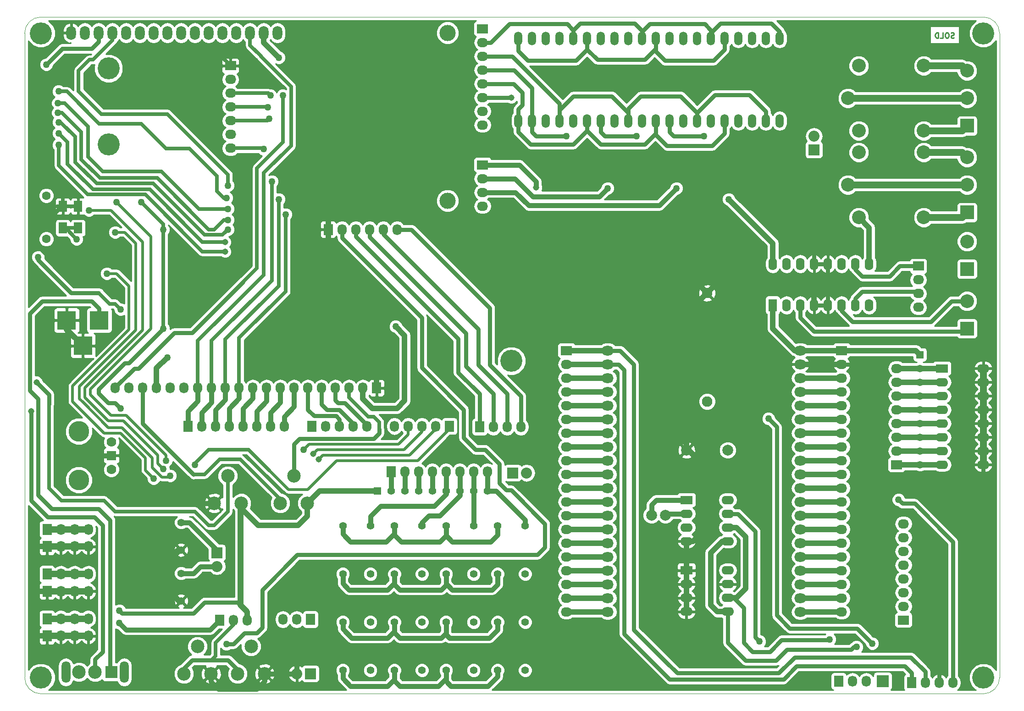
<source format=gbr>
G04 #@! TF.FileFunction,Copper,L2,Bot,Signal*
%FSLAX46Y46*%
G04 Gerber Fmt 4.6, Leading zero omitted, Abs format (unit mm)*
G04 Created by KiCad (PCBNEW (2015-01-16 BZR 5376)-product) date 6/20/2015 12:23:26 PM*
%MOMM*%
G01*
G04 APERTURE LIST*
%ADD10C,0.100000*%
%ADD11C,0.254000*%
%ADD12R,2.300000X2.300000*%
%ADD13C,2.500000*%
%ADD14O,1.651000X4.000000*%
%ADD15O,1.800000X2.600000*%
%ADD16C,3.000000*%
%ADD17O,2.200000X1.800000*%
%ADD18R,1.727200X2.032000*%
%ADD19O,1.727200X2.032000*%
%ADD20R,1.600000X2.000000*%
%ADD21R,1.574800X2.286000*%
%ADD22O,1.574800X2.286000*%
%ADD23R,2.540000X2.540000*%
%ADD24C,2.540000*%
%ADD25R,2.032000X1.727200*%
%ADD26O,2.032000X1.727200*%
%ADD27R,3.500120X3.500120*%
%ADD28C,4.064000*%
%ADD29R,2.235200X2.235200*%
%ADD30R,1.397000X1.397000*%
%ADD31C,1.397000*%
%ADD32C,2.499360*%
%ADD33R,2.286000X1.574800*%
%ADD34O,2.286000X1.574800*%
%ADD35C,1.600000*%
%ADD36C,2.000000*%
%ADD37C,1.948180*%
%ADD38R,2.032000X2.032000*%
%ADD39O,2.032000X2.032000*%
%ADD40C,1.778000*%
%ADD41R,1.778000X1.778000*%
%ADD42C,3.810000*%
%ADD43C,3.800000*%
%ADD44O,1.524000X2.524000*%
%ADD45C,1.270000*%
%ADD46C,1.143000*%
%ADD47C,0.762000*%
%ADD48C,1.143000*%
%ADD49C,0.508000*%
%ADD50C,0.635000*%
%ADD51C,1.016000*%
%ADD52C,1.270000*%
%ADD53C,0.889000*%
G04 APERTURE END LIST*
D10*
X42000000Y-142900000D02*
X42000000Y-23950000D01*
X218950000Y-145950000D02*
X45000000Y-145950000D01*
D11*
X213577714Y-24795238D02*
X213432571Y-24843619D01*
X213190667Y-24843619D01*
X213093905Y-24795238D01*
X213045524Y-24746857D01*
X212997143Y-24650095D01*
X212997143Y-24553333D01*
X213045524Y-24456571D01*
X213093905Y-24408190D01*
X213190667Y-24359810D01*
X213384190Y-24311429D01*
X213480952Y-24263048D01*
X213529333Y-24214667D01*
X213577714Y-24117905D01*
X213577714Y-24021143D01*
X213529333Y-23924381D01*
X213480952Y-23876000D01*
X213384190Y-23827619D01*
X213142286Y-23827619D01*
X212997143Y-23876000D01*
X212368190Y-23827619D02*
X212174667Y-23827619D01*
X212077905Y-23876000D01*
X211981143Y-23972762D01*
X211932762Y-24166286D01*
X211932762Y-24504952D01*
X211981143Y-24698476D01*
X212077905Y-24795238D01*
X212174667Y-24843619D01*
X212368190Y-24843619D01*
X212464952Y-24795238D01*
X212561714Y-24698476D01*
X212610095Y-24504952D01*
X212610095Y-24166286D01*
X212561714Y-23972762D01*
X212464952Y-23876000D01*
X212368190Y-23827619D01*
X211013524Y-24843619D02*
X211497333Y-24843619D01*
X211497333Y-23827619D01*
X210674857Y-24843619D02*
X210674857Y-23827619D01*
X210432952Y-23827619D01*
X210287810Y-23876000D01*
X210191048Y-23972762D01*
X210142667Y-24069524D01*
X210094286Y-24263048D01*
X210094286Y-24408190D01*
X210142667Y-24601714D01*
X210191048Y-24698476D01*
X210287810Y-24795238D01*
X210432952Y-24843619D01*
X210674857Y-24843619D01*
D10*
X41984000Y-142952000D02*
G75*
G03X44984000Y-145952000I3000000J0D01*
G01*
X44984000Y-20952000D02*
G75*
G03X41984000Y-23952000I0J-3000000D01*
G01*
X221984000Y-23952000D02*
G75*
G03X218984000Y-20952000I-3000000J0D01*
G01*
X218984000Y-145952000D02*
G75*
G03X221984000Y-142952000I0J3000000D01*
G01*
X218984000Y-145952000D02*
G75*
G03X221984000Y-142952000I0J3000000D01*
G01*
X221984000Y-23952000D02*
X221984000Y-142952000D01*
X44984000Y-20952000D02*
X218984000Y-20952000D01*
D12*
X57984000Y-141952000D03*
D13*
X54984000Y-141952000D03*
X51984000Y-141952000D03*
D14*
X49583960Y-141952000D03*
X60384040Y-141952000D03*
D15*
X50564000Y-23878000D03*
X53104000Y-23878000D03*
X55644000Y-23878000D03*
X58184000Y-23878000D03*
X60724000Y-23878000D03*
X63264000Y-23878000D03*
X65804000Y-23878000D03*
X68344000Y-23878000D03*
X70884000Y-23878000D03*
X73424000Y-23878000D03*
X75964000Y-23878000D03*
X78504000Y-23878000D03*
X81044000Y-23878000D03*
X83584000Y-23878000D03*
X86124000Y-23878000D03*
X88664000Y-23878000D03*
D16*
X45064900Y-23878000D03*
X120063480Y-54878700D03*
X120063480Y-23878000D03*
D17*
X149624000Y-82552000D03*
X149624000Y-85092000D03*
X149624000Y-87632000D03*
X149624000Y-90172000D03*
X149624000Y-92712000D03*
X149624000Y-95252000D03*
X149624000Y-97792000D03*
X149624000Y-100332000D03*
X149624000Y-102872000D03*
X149624000Y-105412000D03*
X149624000Y-107952000D03*
X149624000Y-110492000D03*
X149624000Y-113032000D03*
X149624000Y-115572000D03*
X149624000Y-118112000D03*
X149624000Y-120652000D03*
X149624000Y-123192000D03*
X149624000Y-125732000D03*
X149624000Y-128272000D03*
X149624000Y-130812000D03*
X185184000Y-130812000D03*
X185184000Y-128272000D03*
X185184000Y-125732000D03*
X185184000Y-123192000D03*
X185184000Y-120652000D03*
X185184000Y-118112000D03*
X185184000Y-115572000D03*
X185184000Y-113032000D03*
X185184000Y-110492000D03*
X185184000Y-107952000D03*
X185184000Y-105412000D03*
X185184000Y-102872000D03*
X185184000Y-100332000D03*
X185184000Y-97792000D03*
X185184000Y-95252000D03*
X185184000Y-92712000D03*
X185184000Y-90172000D03*
X185184000Y-87632000D03*
X185184000Y-85092000D03*
X185184000Y-82552000D03*
D18*
X106984000Y-89452000D03*
D19*
X104444000Y-89452000D03*
X101904000Y-89452000D03*
X99364000Y-89452000D03*
X96824000Y-89452000D03*
X94284000Y-89452000D03*
X91744000Y-89452000D03*
X89204000Y-89452000D03*
X86664000Y-89452000D03*
X84124000Y-89452000D03*
X81584000Y-89452000D03*
X79044000Y-89452000D03*
X76504000Y-89452000D03*
X73964000Y-89452000D03*
X71424000Y-89452000D03*
X68884000Y-89452000D03*
X66344000Y-89452000D03*
X63804000Y-89452000D03*
X61264000Y-89452000D03*
X58724000Y-89452000D03*
D18*
X98044000Y-60198000D03*
D19*
X100584000Y-60198000D03*
X103124000Y-60198000D03*
X105664000Y-60198000D03*
X108204000Y-60198000D03*
X110744000Y-60198000D03*
D20*
X49040000Y-59914000D03*
X49040000Y-55914000D03*
X51834000Y-59914000D03*
X51834000Y-55914000D03*
D21*
X180104000Y-74170000D03*
D22*
X182644000Y-74170000D03*
X185184000Y-74170000D03*
X187724000Y-74170000D03*
X190264000Y-74170000D03*
X192804000Y-74170000D03*
X195344000Y-74170000D03*
X197884000Y-74170000D03*
X197884000Y-66550000D03*
X195344000Y-66550000D03*
X192804000Y-66550000D03*
X190264000Y-66550000D03*
X187724000Y-66550000D03*
X185184000Y-66550000D03*
X182644000Y-66550000D03*
X180104000Y-66550000D03*
D23*
X215984000Y-41032000D03*
D24*
X215984000Y-35952000D03*
X215984000Y-30872000D03*
D23*
X215984000Y-57032000D03*
D24*
X215984000Y-51952000D03*
X215984000Y-46872000D03*
D25*
X202964000Y-103634000D03*
D26*
X202964000Y-101094000D03*
X202964000Y-98554000D03*
X202964000Y-96014000D03*
X202964000Y-93474000D03*
X202964000Y-90934000D03*
X202964000Y-88394000D03*
X202964000Y-85854000D03*
D18*
X109619000Y-104904000D03*
D19*
X112159000Y-104904000D03*
X114699000Y-104904000D03*
X117239000Y-104904000D03*
X119779000Y-104904000D03*
X122319000Y-104904000D03*
X124859000Y-104904000D03*
X127399000Y-104904000D03*
D25*
X206984000Y-66952000D03*
D26*
X206984000Y-69492000D03*
X206984000Y-72032000D03*
X206984000Y-74572000D03*
D25*
X204234000Y-132336000D03*
D26*
X204234000Y-129796000D03*
X204234000Y-127256000D03*
X204234000Y-124716000D03*
X204234000Y-122176000D03*
X204234000Y-119636000D03*
X204234000Y-117096000D03*
X204234000Y-114556000D03*
D23*
X215984000Y-78492000D03*
D24*
X215984000Y-73412000D03*
D23*
X215984000Y-67492000D03*
D24*
X215984000Y-62412000D03*
D18*
X192278000Y-143637000D03*
D19*
X194818000Y-143637000D03*
X197358000Y-143637000D03*
D27*
X55748140Y-76964000D03*
X49748660Y-76964000D03*
X52748400Y-81663000D03*
D18*
X46119000Y-115572000D03*
D19*
X48659000Y-115572000D03*
X51199000Y-115572000D03*
X53739000Y-115572000D03*
D18*
X46119000Y-123827000D03*
D19*
X48659000Y-123827000D03*
X51199000Y-123827000D03*
X53739000Y-123827000D03*
D18*
X46119000Y-132082000D03*
D19*
X48659000Y-132082000D03*
X51199000Y-132082000D03*
X53739000Y-132082000D03*
D28*
X131844000Y-84457000D03*
X44984000Y-23952000D03*
X218984000Y-142952000D03*
X44984000Y-142952000D03*
X218984000Y-23952000D03*
D25*
X126510000Y-48262000D03*
D26*
X126510000Y-50802000D03*
X126510000Y-53342000D03*
X126510000Y-55882000D03*
D25*
X126510000Y-23116000D03*
D26*
X126510000Y-25656000D03*
X126510000Y-28196000D03*
X126510000Y-30736000D03*
X126510000Y-33276000D03*
X126510000Y-35816000D03*
X126510000Y-38356000D03*
X126510000Y-40896000D03*
D29*
X200406000Y-143637000D03*
D18*
X77996000Y-132336000D03*
D19*
X80536000Y-132336000D03*
X83076000Y-132336000D03*
D18*
X46119000Y-118747000D03*
D19*
X48659000Y-118747000D03*
X51199000Y-118747000D03*
X53739000Y-118747000D03*
D18*
X46119000Y-127002000D03*
D19*
X48659000Y-127002000D03*
X51199000Y-127002000D03*
X53739000Y-127002000D03*
D18*
X46119000Y-135257000D03*
D19*
X48659000Y-135257000D03*
X51199000Y-135257000D03*
X53739000Y-135257000D03*
D18*
X120414000Y-96522000D03*
D19*
X117874000Y-96522000D03*
X115334000Y-96522000D03*
X112794000Y-96522000D03*
X110254000Y-96522000D03*
D18*
X205740000Y-143891000D03*
D19*
X208280000Y-143891000D03*
X210820000Y-143891000D03*
X213360000Y-143891000D03*
D30*
X107079000Y-108460000D03*
D31*
X109619000Y-108460000D03*
X112159000Y-108460000D03*
X114699000Y-108460000D03*
X117239000Y-108460000D03*
X119779000Y-108460000D03*
X122319000Y-108460000D03*
X124859000Y-108460000D03*
X127399000Y-108460000D03*
D30*
X207282000Y-83314000D03*
D31*
X207282000Y-85854000D03*
X207282000Y-88394000D03*
X207282000Y-90934000D03*
X207282000Y-93474000D03*
X207282000Y-96014000D03*
X207282000Y-98554000D03*
X207282000Y-101094000D03*
X207282000Y-103634000D03*
D32*
X73891360Y-137202640D03*
X76390720Y-142242000D03*
X71392000Y-142242000D03*
X83797360Y-137202640D03*
X86296720Y-142242000D03*
X81298000Y-142242000D03*
X79479360Y-105706640D03*
X81978720Y-110746000D03*
X76980000Y-110746000D03*
X91671360Y-105706640D03*
X94170720Y-110746000D03*
X89172000Y-110746000D03*
D33*
X211346000Y-85854000D03*
D34*
X211346000Y-88394000D03*
X211346000Y-90934000D03*
X211346000Y-93474000D03*
X211346000Y-96014000D03*
X211346000Y-98554000D03*
X211346000Y-101094000D03*
X211346000Y-103634000D03*
X218966000Y-103634000D03*
X218966000Y-101094000D03*
X218966000Y-98554000D03*
X218966000Y-96014000D03*
X218966000Y-93474000D03*
X218966000Y-90934000D03*
X218966000Y-88394000D03*
X218966000Y-85854000D03*
D35*
X45984000Y-53952000D03*
X45984000Y-61952000D03*
D36*
X171783840Y-100952000D03*
X164184160Y-100952000D03*
D31*
X100729000Y-114937000D03*
X105809000Y-114937000D03*
X110254000Y-114937000D03*
X115334000Y-114937000D03*
X119779000Y-114937000D03*
X124859000Y-114937000D03*
X129304000Y-114937000D03*
X134384000Y-114937000D03*
X100729000Y-123827000D03*
X105809000Y-123827000D03*
X110254000Y-123827000D03*
X115334000Y-123827000D03*
X119779000Y-123827000D03*
X124859000Y-123827000D03*
X129304000Y-123827000D03*
X134384000Y-123827000D03*
X100729000Y-132717000D03*
X105809000Y-132717000D03*
X110254000Y-132717000D03*
X115334000Y-132717000D03*
X119779000Y-132717000D03*
X124859000Y-132717000D03*
X129304000Y-132717000D03*
X134384000Y-132717000D03*
X100729000Y-141607000D03*
X105809000Y-141607000D03*
X110254000Y-141607000D03*
X115334000Y-141607000D03*
X119779000Y-141607000D03*
X124859000Y-141607000D03*
X129304000Y-141607000D03*
X134384000Y-141607000D03*
X70884000Y-119382000D03*
X70884000Y-114302000D03*
X70884000Y-128780000D03*
X70884000Y-123700000D03*
D33*
X164174000Y-123142000D03*
D34*
X164174000Y-125682000D03*
X164174000Y-128222000D03*
X164174000Y-130762000D03*
X171794000Y-130762000D03*
X171794000Y-128222000D03*
X171794000Y-125682000D03*
X171794000Y-123142000D03*
D33*
X164174000Y-110142000D03*
D34*
X164174000Y-112682000D03*
X164174000Y-115222000D03*
X164174000Y-117762000D03*
X171794000Y-117762000D03*
X171794000Y-115222000D03*
X171794000Y-112682000D03*
X171794000Y-110142000D03*
D37*
X167984000Y-91951960D03*
X167984000Y-71952000D03*
D38*
X187706000Y-45466000D03*
D39*
X187706000Y-42926000D03*
D38*
X132098000Y-105158000D03*
D39*
X134638000Y-105158000D03*
D24*
X195984520Y-29952520D03*
X193983000Y-35952000D03*
X207983480Y-29952520D03*
X207983480Y-41951480D03*
X195984520Y-41951480D03*
X195984520Y-45952520D03*
X193983000Y-51952000D03*
X207983480Y-45952520D03*
X207983480Y-57951480D03*
X195984520Y-57951480D03*
D40*
X57984000Y-104492000D03*
D41*
X57984000Y-101952000D03*
D40*
X57984000Y-99412000D03*
D42*
X51984000Y-106452000D03*
D43*
X51984000Y-97452000D03*
D38*
X94760000Y-142242000D03*
D39*
X92220000Y-142242000D03*
D25*
X79984000Y-29952000D03*
D26*
X79984000Y-32492000D03*
X79984000Y-35032000D03*
X79984000Y-37572000D03*
X79984000Y-40112000D03*
X79984000Y-42652000D03*
X79984000Y-45192000D03*
D18*
X72154000Y-96522000D03*
D19*
X74694000Y-96522000D03*
X77234000Y-96522000D03*
X79774000Y-96522000D03*
X82314000Y-96522000D03*
X84854000Y-96522000D03*
X87394000Y-96522000D03*
X89934000Y-96522000D03*
D18*
X95014000Y-96522000D03*
D19*
X97554000Y-96522000D03*
X100094000Y-96522000D03*
X102634000Y-96522000D03*
X105174000Y-96522000D03*
D38*
X77488000Y-119890000D03*
D39*
X77488000Y-122430000D03*
D44*
X145814000Y-40134000D03*
X148354000Y-40134000D03*
X150894000Y-40134000D03*
X153434000Y-40134000D03*
X155974000Y-40134000D03*
X155974000Y-24894000D03*
X153434000Y-24894000D03*
X150894000Y-24894000D03*
X148354000Y-24894000D03*
X145814000Y-24894000D03*
X158514000Y-40134000D03*
X161054000Y-40134000D03*
X163594000Y-40134000D03*
X166134000Y-40134000D03*
X168674000Y-40134000D03*
X168674000Y-24894000D03*
X166134000Y-24894000D03*
X163594000Y-24894000D03*
X161054000Y-24894000D03*
X158514000Y-24894000D03*
X171214000Y-40134000D03*
X173754000Y-40134000D03*
X176294000Y-40134000D03*
X178834000Y-40134000D03*
X181374000Y-40134000D03*
X181374000Y-24894000D03*
X178834000Y-24894000D03*
X176294000Y-24894000D03*
X173754000Y-24894000D03*
X171214000Y-24894000D03*
D25*
X142004000Y-82552000D03*
D26*
X142004000Y-85092000D03*
X142004000Y-87632000D03*
X142004000Y-90172000D03*
X142004000Y-92712000D03*
X142004000Y-95252000D03*
X142004000Y-97792000D03*
X142004000Y-100332000D03*
X142004000Y-102872000D03*
X142004000Y-105412000D03*
X142004000Y-107952000D03*
X142004000Y-110492000D03*
X142004000Y-113032000D03*
X142004000Y-115572000D03*
X142004000Y-118112000D03*
X142004000Y-120652000D03*
X142004000Y-123192000D03*
X142004000Y-125732000D03*
X142004000Y-128272000D03*
X142004000Y-130812000D03*
D25*
X192804000Y-82552000D03*
D26*
X192804000Y-85092000D03*
X192804000Y-87632000D03*
X192804000Y-90172000D03*
X192804000Y-92712000D03*
X192804000Y-95252000D03*
X192804000Y-97792000D03*
X192804000Y-100332000D03*
X192804000Y-102872000D03*
X192804000Y-105412000D03*
X192804000Y-107952000D03*
X192804000Y-110492000D03*
X192804000Y-113032000D03*
X192804000Y-115572000D03*
X192804000Y-118112000D03*
X192804000Y-120652000D03*
X192804000Y-123192000D03*
X192804000Y-125732000D03*
X192804000Y-128272000D03*
X192804000Y-130812000D03*
D36*
X160254000Y-112952000D03*
X157714000Y-112952000D03*
D44*
X133114000Y-40134000D03*
X135654000Y-40134000D03*
X138194000Y-40134000D03*
X140734000Y-40134000D03*
X143274000Y-40134000D03*
X143274000Y-24894000D03*
X140734000Y-24894000D03*
X138194000Y-24894000D03*
X135654000Y-24894000D03*
X133114000Y-24894000D03*
D18*
X125984000Y-96647000D03*
D19*
X128524000Y-96647000D03*
X131064000Y-96647000D03*
X133604000Y-96647000D03*
D28*
X57484000Y-30452000D03*
X57484000Y-44452000D03*
D18*
X94742000Y-132207000D03*
D19*
X92202000Y-132207000D03*
X89662000Y-132207000D03*
D45*
X167404000Y-42928000D03*
X154958000Y-42928000D03*
X142004000Y-42928000D03*
D46*
X43198000Y-93728000D03*
D45*
X185484000Y-59452000D03*
X182484000Y-29452000D03*
D46*
X83330000Y-84838000D03*
D45*
X48532000Y-53088000D03*
X58946000Y-72392000D03*
X51834000Y-70106000D03*
X59454000Y-27180000D03*
D46*
X48532000Y-103634000D03*
D45*
X90170000Y-126365000D03*
X152908000Y-139573000D03*
X97282000Y-28829000D03*
X51580000Y-61978000D03*
X59454000Y-132844000D03*
X67582000Y-78488000D03*
X59708000Y-93220000D03*
X67582000Y-60200000D03*
X63518000Y-55120000D03*
X44468000Y-65280000D03*
X59708000Y-74932000D03*
X79248000Y-136779000D03*
X87376000Y-35433000D03*
X68344000Y-83822000D03*
X171976000Y-54612000D03*
X59454000Y-130558000D03*
X88918000Y-28450000D03*
X203327000Y-110109000D03*
X110490000Y-78105000D03*
X65804000Y-106174000D03*
X73424000Y-103634000D03*
X57168000Y-68328000D03*
X68852000Y-105666000D03*
D46*
X96284000Y-102618000D03*
D45*
X58692000Y-60708000D03*
X53866000Y-56644000D03*
X67582000Y-104396000D03*
D46*
X95268000Y-101602000D03*
D45*
X86106000Y-45339000D03*
X177673000Y-136271000D03*
X190627000Y-135890000D03*
X195580000Y-137287000D03*
D46*
X44214000Y-88394000D03*
D45*
X45992000Y-29720000D03*
X79520000Y-52072000D03*
X48260000Y-34671000D03*
X79266000Y-54358000D03*
X48133000Y-36830000D03*
X79520000Y-56390000D03*
X48133000Y-38608000D03*
X79520000Y-58422000D03*
X48260000Y-40386000D03*
X79520000Y-60200000D03*
X48260000Y-42418000D03*
D46*
X79012000Y-62486000D03*
D45*
X48260000Y-44577000D03*
D46*
X79012000Y-64264000D03*
D45*
X90188000Y-57406000D03*
X88918000Y-54612000D03*
X87648000Y-51310000D03*
X89662000Y-35433000D03*
X86868000Y-37592000D03*
X87122000Y-39751000D03*
D46*
X136416000Y-52453000D03*
D45*
X149624000Y-52580000D03*
X162324000Y-52580000D03*
D46*
X131844000Y-35816000D03*
D45*
X198501000Y-136652000D03*
X179324000Y-95123000D03*
X58946000Y-55120000D03*
X68090000Y-102872000D03*
X93490000Y-100840000D03*
D47*
X74674000Y-139702000D02*
X75690000Y-139702000D01*
X133114000Y-40134000D02*
X133114000Y-37975000D01*
X132225000Y-33276000D02*
X126510000Y-33276000D01*
X133876000Y-34927000D02*
X132225000Y-33276000D01*
X133876000Y-37213000D02*
X133876000Y-34927000D01*
X133114000Y-37975000D02*
X133876000Y-37213000D01*
X158514000Y-40134000D02*
X158514000Y-42674000D01*
X171214000Y-42420000D02*
X171214000Y-40134000D01*
X168928000Y-44706000D02*
X171214000Y-42420000D01*
X160546000Y-44706000D02*
X168928000Y-44706000D01*
X158514000Y-42674000D02*
X160546000Y-44706000D01*
X145814000Y-40134000D02*
X145814000Y-41912000D01*
X145814000Y-41912000D02*
X148354000Y-44452000D01*
X158514000Y-42420000D02*
X158514000Y-40134000D01*
X156482000Y-44452000D02*
X158514000Y-42420000D01*
X148354000Y-44452000D02*
X156482000Y-44452000D01*
X133114000Y-40134000D02*
X133114000Y-42166000D01*
X143274000Y-44452000D02*
X145814000Y-41912000D01*
X135400000Y-44452000D02*
X143274000Y-44452000D01*
X133114000Y-42166000D02*
X135400000Y-44452000D01*
X135654000Y-40134000D02*
X135654000Y-34038000D01*
X132352000Y-30736000D02*
X126510000Y-30736000D01*
X135654000Y-34038000D02*
X132352000Y-30736000D01*
X161054000Y-40134000D02*
X161054000Y-42166000D01*
X161816000Y-42928000D02*
X167404000Y-42928000D01*
X161054000Y-42166000D02*
X161816000Y-42928000D01*
X148354000Y-40134000D02*
X148354000Y-42166000D01*
X149116000Y-42928000D02*
X154958000Y-42928000D01*
X148354000Y-42166000D02*
X149116000Y-42928000D01*
X135654000Y-40134000D02*
X135654000Y-42166000D01*
X136416000Y-42928000D02*
X142004000Y-42928000D01*
X135654000Y-42166000D02*
X136416000Y-42928000D01*
X140734000Y-40134000D02*
X140734000Y-36959000D01*
X131971000Y-28196000D02*
X126510000Y-28196000D01*
X140734000Y-36959000D02*
X131971000Y-28196000D01*
X166134000Y-40134000D02*
X166134000Y-38610000D01*
X166134000Y-38610000D02*
X168928000Y-35816000D01*
X178834000Y-38610000D02*
X178834000Y-40134000D01*
X166134000Y-38610000D02*
X169436000Y-35308000D01*
X178834000Y-38356000D02*
X178834000Y-40134000D01*
X175786000Y-35308000D02*
X178834000Y-38356000D01*
X169436000Y-35308000D02*
X175786000Y-35308000D01*
X153434000Y-40134000D02*
X153434000Y-37848000D01*
X163086000Y-35562000D02*
X166134000Y-38610000D01*
X155720000Y-35562000D02*
X163086000Y-35562000D01*
X153434000Y-37848000D02*
X155720000Y-35562000D01*
X140734000Y-40134000D02*
X140734000Y-38102000D01*
X153434000Y-38610000D02*
X153434000Y-40134000D01*
X150386000Y-35562000D02*
X153434000Y-38610000D01*
X143274000Y-35562000D02*
X150386000Y-35562000D01*
X140734000Y-38102000D02*
X143274000Y-35562000D01*
X168674000Y-24894000D02*
X168674000Y-23878000D01*
X168674000Y-23878000D02*
X170452000Y-22100000D01*
X181374000Y-23624000D02*
X181374000Y-24894000D01*
X179850000Y-22100000D02*
X181374000Y-23624000D01*
X170452000Y-22100000D02*
X179850000Y-22100000D01*
X143274000Y-24894000D02*
X143274000Y-23370000D01*
X143274000Y-23370000D02*
X142131000Y-22227000D01*
X128034000Y-25656000D02*
X126510000Y-25656000D01*
X131463000Y-22227000D02*
X128034000Y-25656000D01*
X142131000Y-22227000D02*
X131463000Y-22227000D01*
X155974000Y-24894000D02*
X155974000Y-23624000D01*
X168674000Y-23370000D02*
X168674000Y-24894000D01*
X167531000Y-22227000D02*
X168674000Y-23370000D01*
X157371000Y-22227000D02*
X167531000Y-22227000D01*
X155974000Y-23624000D02*
X157371000Y-22227000D01*
X155974000Y-23497000D02*
X155974000Y-24894000D01*
X154577000Y-22100000D02*
X155974000Y-23497000D01*
X144544000Y-22100000D02*
X154577000Y-22100000D01*
X143274000Y-23370000D02*
X144544000Y-22100000D01*
X43198000Y-110238000D02*
X43198000Y-93728000D01*
X54984000Y-139600000D02*
X56406000Y-138178000D01*
X56406000Y-138178000D02*
X56406000Y-116334000D01*
X54882000Y-113286000D02*
X46246000Y-113286000D01*
X46246000Y-113286000D02*
X43198000Y-110238000D01*
X54984000Y-141952000D02*
X54984000Y-139600000D01*
X56406000Y-114810000D02*
X54882000Y-113286000D01*
X56406000Y-116334000D02*
X56406000Y-114810000D01*
D48*
X51199000Y-115572000D02*
X53739000Y-115572000D01*
X48659000Y-115572000D02*
X51199000Y-115572000D01*
X46119000Y-115572000D02*
X48659000Y-115572000D01*
D47*
X186448000Y-62988000D02*
X183914000Y-60454000D01*
X187724000Y-64264000D02*
X186448000Y-62988000D01*
D49*
X186448000Y-60416000D02*
X186448000Y-62988000D01*
X185484000Y-59452000D02*
X186448000Y-60416000D01*
D47*
X183914000Y-52702000D02*
X183914000Y-60454000D01*
X183914000Y-33530000D02*
X183914000Y-33784000D01*
X183914000Y-33784000D02*
X183914000Y-30882000D01*
X183914000Y-33784000D02*
X183914000Y-52702000D01*
X183914000Y-30882000D02*
X182484000Y-29452000D01*
D50*
X69850000Y-27180000D02*
X77212000Y-27180000D01*
X77212000Y-27180000D02*
X79984000Y-29952000D01*
D51*
X49748660Y-76964000D02*
X49748660Y-78663260D01*
X49748660Y-78663260D02*
X52748400Y-81663000D01*
D47*
X200152000Y-112141000D02*
X200152000Y-89916000D01*
X195328000Y-85092000D02*
X192804000Y-85092000D01*
X200152000Y-89916000D02*
X195328000Y-85092000D01*
D48*
X51199000Y-135257000D02*
X53739000Y-135257000D01*
X48659000Y-135257000D02*
X51199000Y-135257000D01*
X46119000Y-135257000D02*
X48659000Y-135257000D01*
X51199000Y-127002000D02*
X53739000Y-127002000D01*
X48659000Y-127002000D02*
X51199000Y-127002000D01*
X46119000Y-127002000D02*
X48659000Y-127002000D01*
X48659000Y-118747000D02*
X46119000Y-118747000D01*
X51199000Y-118747000D02*
X48659000Y-118747000D01*
X53739000Y-118747000D02*
X51199000Y-118747000D01*
D47*
X105428000Y-85854000D02*
X84346000Y-85854000D01*
X84346000Y-85854000D02*
X83330000Y-84838000D01*
X106984000Y-89452000D02*
X106984000Y-87410000D01*
X106984000Y-87410000D02*
X105428000Y-85854000D01*
X187724000Y-64264000D02*
X187724000Y-66550000D01*
X190264000Y-74170000D02*
X190264000Y-66550000D01*
D52*
X218966000Y-103634000D02*
X218966000Y-101094000D01*
X218966000Y-101094000D02*
X218966000Y-98554000D01*
X218966000Y-98554000D02*
X218966000Y-96014000D01*
X218966000Y-96014000D02*
X218966000Y-93474000D01*
X218966000Y-93474000D02*
X218966000Y-90934000D01*
X218966000Y-90934000D02*
X218966000Y-88394000D01*
X218966000Y-88394000D02*
X218966000Y-85854000D01*
D50*
X49040000Y-55914000D02*
X51834000Y-55914000D01*
X49040000Y-53596000D02*
X48532000Y-53088000D01*
X49040000Y-55914000D02*
X49040000Y-53596000D01*
D51*
X44087000Y-135257000D02*
X43198000Y-134368000D01*
X43198000Y-134368000D02*
X43198000Y-127510000D01*
X43198000Y-127510000D02*
X43706000Y-127002000D01*
X43706000Y-127002000D02*
X46119000Y-127002000D01*
X46119000Y-135257000D02*
X44087000Y-135257000D01*
X43960000Y-127002000D02*
X43198000Y-126240000D01*
X43198000Y-126240000D02*
X43198000Y-119382000D01*
X43198000Y-119382000D02*
X43833000Y-118747000D01*
X43833000Y-118747000D02*
X46119000Y-118747000D01*
X46119000Y-127002000D02*
X43960000Y-127002000D01*
D47*
X70376000Y-128780000D02*
X70884000Y-128780000D01*
D53*
X70122000Y-119382000D02*
X68598000Y-120906000D01*
X68598000Y-120906000D02*
X68598000Y-127002000D01*
X68598000Y-127002000D02*
X70376000Y-128780000D01*
X70884000Y-119382000D02*
X70122000Y-119382000D01*
X56056000Y-101952000D02*
X57984000Y-101952000D01*
X55136000Y-102872000D02*
X56056000Y-101952000D01*
X55136000Y-105920000D02*
X55136000Y-102872000D01*
X59962000Y-110746000D02*
X55136000Y-105920000D01*
X76980000Y-110746000D02*
X59962000Y-110746000D01*
D47*
X58946000Y-72392000D02*
X56660000Y-70106000D01*
X56660000Y-70106000D02*
X51834000Y-70106000D01*
D51*
X192804000Y-85092000D02*
X185184000Y-85092000D01*
D47*
X190264000Y-66550000D02*
X187724000Y-66550000D01*
X190264000Y-74170000D02*
X187724000Y-74170000D01*
D50*
X71462000Y-27180000D02*
X69850000Y-27180000D01*
X69850000Y-27180000D02*
X59454000Y-27180000D01*
X47992000Y-55914000D02*
X49040000Y-55914000D01*
D47*
X48532000Y-103634000D02*
X50214000Y-101952000D01*
X50214000Y-101952000D02*
X57984000Y-101952000D01*
X48754000Y-55914000D02*
X49040000Y-55914000D01*
X51326000Y-70106000D02*
X44214000Y-62994000D01*
X44214000Y-62994000D02*
X44214000Y-60454000D01*
X44214000Y-60454000D02*
X48754000Y-55914000D01*
X51834000Y-70106000D02*
X51326000Y-70106000D01*
D53*
X76390720Y-143684720D02*
X76390720Y-142242000D01*
X77742000Y-145036000D02*
X76390720Y-143684720D01*
X84854000Y-145036000D02*
X77742000Y-145036000D01*
X86296720Y-143593280D02*
X84854000Y-145036000D01*
X86296720Y-142242000D02*
X86296720Y-143593280D01*
D47*
X95522000Y-137162000D02*
X96538000Y-137162000D01*
D53*
X96538000Y-137162000D02*
X98062000Y-135638000D01*
X98062000Y-132715000D02*
X98062000Y-130050000D01*
X98062000Y-135638000D02*
X98062000Y-132715000D01*
X94305500Y-126293500D02*
X94252000Y-126240000D01*
X98062000Y-130050000D02*
X94305500Y-126293500D01*
X93236000Y-137162000D02*
X95522000Y-137162000D01*
X92220000Y-138178000D02*
X93236000Y-137162000D01*
X92220000Y-142242000D02*
X92220000Y-138178000D01*
X86296720Y-142242000D02*
X92220000Y-142242000D01*
D51*
X164174000Y-130762000D02*
X164174000Y-128222000D01*
X164174000Y-128222000D02*
X164174000Y-125682000D01*
X164174000Y-117762000D02*
X164174000Y-123142000D01*
X164579000Y-100952000D02*
X164184160Y-100952000D01*
X165321000Y-117762000D02*
X166878000Y-116205000D01*
X166878000Y-116205000D02*
X166878000Y-103251000D01*
X166878000Y-103251000D02*
X164579000Y-100952000D01*
X164174000Y-117762000D02*
X165321000Y-117762000D01*
X187724000Y-71519000D02*
X186944000Y-70739000D01*
X186944000Y-70739000D02*
X169197000Y-70739000D01*
X169197000Y-70739000D02*
X167984000Y-71952000D01*
X187724000Y-74170000D02*
X187724000Y-71519000D01*
D47*
X210820000Y-141351000D02*
X206375000Y-136906000D01*
X206375000Y-136906000D02*
X202438000Y-136906000D01*
X202438000Y-136906000D02*
X200152000Y-134620000D01*
X200152000Y-134620000D02*
X200152000Y-112141000D01*
X200152000Y-112141000D02*
X200152000Y-110363000D01*
X200152000Y-110363000D02*
X203073000Y-107442000D01*
X203073000Y-107442000D02*
X217297000Y-107442000D01*
X217297000Y-107442000D02*
X218966000Y-105773000D01*
X218966000Y-105773000D02*
X218966000Y-103634000D01*
X210820000Y-143891000D02*
X210820000Y-141351000D01*
D51*
X163068000Y-76868000D02*
X167984000Y-71952000D01*
X163068000Y-98679000D02*
X163068000Y-76868000D01*
X164184160Y-99795160D02*
X163068000Y-98679000D01*
X164184160Y-100952000D02*
X164184160Y-99795160D01*
X164174000Y-125682000D02*
X164174000Y-123142000D01*
D47*
X90241500Y-126293500D02*
X90170000Y-126365000D01*
X94305500Y-126293500D02*
X90241500Y-126293500D01*
D53*
X98062000Y-130538000D02*
X99187000Y-129413000D01*
X99187000Y-129413000D02*
X135636000Y-129413000D01*
X135636000Y-129413000D02*
X145796000Y-139573000D01*
X145796000Y-139573000D02*
X152908000Y-139573000D01*
X98062000Y-132715000D02*
X98062000Y-130538000D01*
D51*
X162453000Y-66421000D02*
X167984000Y-71952000D01*
X124714000Y-66421000D02*
X162453000Y-66421000D01*
X114554000Y-56261000D02*
X124714000Y-66421000D01*
X102108000Y-56261000D02*
X114554000Y-56261000D01*
D47*
X49748660Y-78466660D02*
X49748660Y-76964000D01*
X52748400Y-81466400D02*
X49748660Y-78466660D01*
X52748400Y-81663000D02*
X52748400Y-81466400D01*
D51*
X98044000Y-65659000D02*
X100584000Y-68199000D01*
X106984000Y-74599000D02*
X100584000Y-68199000D01*
X106984000Y-74599000D02*
X106984000Y-89452000D01*
X98044000Y-60198000D02*
X98044000Y-65659000D01*
X98044000Y-29591000D02*
X97282000Y-28829000D01*
X98044000Y-51943000D02*
X98044000Y-29591000D01*
X98044000Y-60198000D02*
X98044000Y-51943000D01*
X98044000Y-52197000D02*
X98044000Y-51943000D01*
X102108000Y-56261000D02*
X98044000Y-52197000D01*
X149624000Y-110492000D02*
X142004000Y-110492000D01*
D47*
X105283000Y-66421000D02*
X115316000Y-76454000D01*
X115316000Y-76454000D02*
X115316000Y-78740000D01*
X129667000Y-103505000D02*
X127000000Y-100838000D01*
X127000000Y-100838000D02*
X125222000Y-100838000D01*
X125222000Y-100838000D02*
X123063000Y-98679000D01*
X123063000Y-98679000D02*
X123063000Y-93472000D01*
X123063000Y-93472000D02*
X115316000Y-85725000D01*
X115316000Y-85725000D02*
X115316000Y-78740000D01*
X114681000Y-75819000D02*
X105283000Y-66421000D01*
X130937000Y-108331000D02*
X129667000Y-107061000D01*
X129667000Y-107061000D02*
X129667000Y-103505000D01*
X138049000Y-114554000D02*
X131826000Y-108331000D01*
X131826000Y-108331000D02*
X130937000Y-108331000D01*
X136652000Y-120269000D02*
X138049000Y-118872000D01*
X138049000Y-118872000D02*
X138049000Y-114554000D01*
D53*
X59454000Y-132844000D02*
X60724000Y-134114000D01*
X60724000Y-134114000D02*
X76218000Y-134114000D01*
X76218000Y-134114000D02*
X77996000Y-132336000D01*
D48*
X48659000Y-132082000D02*
X46119000Y-132082000D01*
X51199000Y-132082000D02*
X48659000Y-132082000D01*
X53739000Y-132082000D02*
X51199000Y-132082000D01*
D50*
X51834000Y-59914000D02*
X49040000Y-59914000D01*
X49516000Y-59914000D02*
X49040000Y-59914000D01*
X51580000Y-61978000D02*
X49516000Y-59914000D01*
D53*
X69106000Y-134114000D02*
X60724000Y-134114000D01*
D47*
X55644000Y-90426000D02*
X55644000Y-89664000D01*
X55644000Y-89664000D02*
X60470000Y-84838000D01*
X60470000Y-84838000D02*
X61232000Y-84838000D01*
X61232000Y-84838000D02*
X67582000Y-78488000D01*
X59708000Y-93220000D02*
X58692000Y-92204000D01*
X58692000Y-92204000D02*
X57422000Y-92204000D01*
X57422000Y-92204000D02*
X55644000Y-90426000D01*
D50*
X67582000Y-78488000D02*
X67582000Y-60200000D01*
X67582000Y-59184000D02*
X63518000Y-55120000D01*
X67582000Y-60200000D02*
X67582000Y-59184000D01*
D47*
X50564000Y-71884000D02*
X44468000Y-65788000D01*
X44468000Y-65788000D02*
X44468000Y-65280000D01*
D50*
X57676000Y-73916000D02*
X55644000Y-71884000D01*
X58692000Y-73916000D02*
X57676000Y-73916000D01*
X59708000Y-74932000D02*
X58692000Y-73916000D01*
D47*
X55644000Y-71884000D02*
X50564000Y-71884000D01*
X85852000Y-126746000D02*
X92329000Y-120269000D01*
X92329000Y-120269000D02*
X136652000Y-120269000D01*
X85852000Y-130810000D02*
X85852000Y-130175000D01*
X85852000Y-133731000D02*
X85852000Y-130810000D01*
X84836000Y-134747000D02*
X85852000Y-133731000D01*
X82550000Y-134747000D02*
X84836000Y-134747000D01*
X80518000Y-136779000D02*
X82550000Y-134747000D01*
X79248000Y-136779000D02*
X80518000Y-136779000D01*
X85852000Y-130175000D02*
X85852000Y-126746000D01*
X100584000Y-61722000D02*
X105283000Y-66421000D01*
X100584000Y-60198000D02*
X100584000Y-61722000D01*
D50*
X86975000Y-35032000D02*
X79984000Y-35032000D01*
X87376000Y-35433000D02*
X86975000Y-35032000D01*
D51*
X68344000Y-83822000D02*
X66344000Y-85822000D01*
X83076000Y-132336000D02*
X83076000Y-130812000D01*
X83076000Y-130812000D02*
X81806000Y-129542000D01*
X81806000Y-129542000D02*
X81806000Y-110918720D01*
X81806000Y-110918720D02*
X81978720Y-110746000D01*
X81978720Y-110746000D02*
X81978720Y-111680720D01*
X81978720Y-111680720D02*
X85108000Y-114810000D01*
X94170720Y-113113280D02*
X94170720Y-110746000D01*
X92474000Y-114810000D02*
X94170720Y-113113280D01*
X85108000Y-114810000D02*
X92474000Y-114810000D01*
X107079000Y-108460000D02*
X96456720Y-108460000D01*
X96456720Y-108460000D02*
X94170720Y-110746000D01*
D48*
X51199000Y-123827000D02*
X53739000Y-123827000D01*
X48659000Y-123827000D02*
X51199000Y-123827000D01*
X46119000Y-123827000D02*
X48659000Y-123827000D01*
D51*
X180104000Y-66550000D02*
X180104000Y-62740000D01*
X180104000Y-62740000D02*
X171976000Y-54612000D01*
X180104000Y-74170000D02*
X180104000Y-78488000D01*
X180104000Y-78488000D02*
X184168000Y-82552000D01*
D47*
X184168000Y-82552000D02*
X185184000Y-82552000D01*
D51*
X192804000Y-82552000D02*
X206520000Y-82552000D01*
X206520000Y-82552000D02*
X207282000Y-83314000D01*
D47*
X83076000Y-130812000D02*
X81298000Y-129034000D01*
X81298000Y-129034000D02*
X75202000Y-129034000D01*
X75202000Y-129034000D02*
X73170000Y-131066000D01*
X73170000Y-131066000D02*
X59962000Y-131066000D01*
X59962000Y-131066000D02*
X59454000Y-130558000D01*
X81978720Y-129460720D02*
X83076000Y-130558000D01*
X83076000Y-130558000D02*
X83076000Y-132336000D01*
X81978720Y-110746000D02*
X81978720Y-129460720D01*
D51*
X66344000Y-85822000D02*
X66344000Y-89452000D01*
X185184000Y-82552000D02*
X192804000Y-82552000D01*
X197884000Y-59850960D02*
X195984520Y-57951480D01*
X197884000Y-66550000D02*
X197884000Y-59850960D01*
X88918000Y-28450000D02*
X86124000Y-25656000D01*
X86124000Y-25656000D02*
X86124000Y-23878000D01*
D47*
X206311500Y-110807500D02*
X206248000Y-110744000D01*
X213360000Y-117856000D02*
X206311500Y-110807500D01*
X213360000Y-143891000D02*
X213360000Y-117856000D01*
X206311500Y-110807500D02*
X204025500Y-110807500D01*
X204025500Y-110807500D02*
X203327000Y-110109000D01*
D51*
X112141000Y-79756000D02*
X110490000Y-78105000D01*
X104444000Y-89452000D02*
X104444000Y-91490000D01*
X110744000Y-93218000D02*
X112141000Y-91821000D01*
X106172000Y-93218000D02*
X110744000Y-93218000D01*
X104444000Y-91490000D02*
X106172000Y-93218000D01*
X112141000Y-91821000D02*
X112141000Y-79756000D01*
D49*
X64280000Y-102364000D02*
X59708000Y-97792000D01*
X65804000Y-106174000D02*
X64280000Y-104650000D01*
X64280000Y-104650000D02*
X64280000Y-102364000D01*
X103904000Y-102872000D02*
X99586000Y-102872000D01*
X94252000Y-108206000D02*
X90696000Y-108206000D01*
X99586000Y-102872000D02*
X94252000Y-108206000D01*
X90696000Y-108206000D02*
X87140000Y-104650000D01*
X120414000Y-96522000D02*
X120414000Y-97030000D01*
X90696000Y-108206000D02*
X87140000Y-104650000D01*
X120414000Y-97030000D02*
X114572000Y-102872000D01*
X114572000Y-102872000D02*
X103904000Y-102872000D01*
D50*
X73424000Y-103380000D02*
X75964000Y-100840000D01*
X75964000Y-100840000D02*
X83330000Y-100840000D01*
X83330000Y-100840000D02*
X87140000Y-104650000D01*
X73424000Y-103634000D02*
X73424000Y-103380000D01*
D49*
X59708000Y-97792000D02*
X57168000Y-97792000D01*
X50818000Y-91950000D02*
X50818000Y-89918000D01*
X57168000Y-97792000D02*
X56660000Y-97792000D01*
X56660000Y-97792000D02*
X51326000Y-92458000D01*
X51326000Y-92458000D02*
X50818000Y-91950000D01*
X50818000Y-89136000D02*
X61232000Y-78722000D01*
X61232000Y-78722000D02*
X61232000Y-70614000D01*
X61232000Y-70614000D02*
X58946000Y-68328000D01*
X58946000Y-68328000D02*
X57168000Y-68328000D01*
X50818000Y-89918000D02*
X50818000Y-89136000D01*
X62248000Y-99062000D02*
X62248000Y-99062000D01*
X65550000Y-102364000D02*
X62248000Y-99062000D01*
X65550000Y-104142000D02*
X65550000Y-102364000D01*
X67328000Y-105920000D02*
X65550000Y-104142000D01*
X68598000Y-105920000D02*
X67328000Y-105920000D01*
X68852000Y-105666000D02*
X68598000Y-105920000D01*
X97046000Y-101856000D02*
X96284000Y-102618000D01*
X113048000Y-101856000D02*
X97046000Y-101856000D01*
X117874000Y-97030000D02*
X113048000Y-101856000D01*
X117874000Y-96522000D02*
X117874000Y-97030000D01*
X60470000Y-97284000D02*
X59962000Y-96776000D01*
X59962000Y-96776000D02*
X57422000Y-96776000D01*
X57422000Y-96776000D02*
X52723000Y-92077000D01*
X62248000Y-99062000D02*
X60470000Y-97284000D01*
X52088000Y-91442000D02*
X52088000Y-89156000D01*
X52088000Y-89156000D02*
X62502000Y-78742000D01*
X62502000Y-65534000D02*
X62502000Y-64010000D01*
X62502000Y-78742000D02*
X62502000Y-65534000D01*
X52723000Y-92077000D02*
X52088000Y-91442000D01*
X62502000Y-62740000D02*
X60470000Y-60708000D01*
X60470000Y-60708000D02*
X58692000Y-60708000D01*
X62502000Y-65534000D02*
X62502000Y-62740000D01*
X57930000Y-56644000D02*
X53866000Y-56644000D01*
X63772000Y-62486000D02*
X57930000Y-56644000D01*
X63772000Y-78742000D02*
X63772000Y-62486000D01*
X53104000Y-89410000D02*
X63772000Y-78742000D01*
X53104000Y-91188000D02*
X53104000Y-89410000D01*
X57422000Y-95506000D02*
X53104000Y-91188000D01*
X60216000Y-95506000D02*
X57422000Y-95506000D01*
X66566000Y-101856000D02*
X60216000Y-95506000D01*
X66566000Y-103380000D02*
X66566000Y-101856000D01*
X67582000Y-104396000D02*
X66566000Y-103380000D01*
X96030000Y-100840000D02*
X95268000Y-101602000D01*
X112032000Y-100840000D02*
X96030000Y-100840000D01*
X115334000Y-97538000D02*
X112032000Y-100840000D01*
X115334000Y-96522000D02*
X115334000Y-97538000D01*
D47*
X215480000Y-78996000D02*
X215984000Y-78492000D01*
X185184000Y-76456000D02*
X187724000Y-78996000D01*
X187724000Y-78996000D02*
X215480000Y-78996000D01*
X185184000Y-74170000D02*
X185184000Y-76456000D01*
X213120000Y-73412000D02*
X215984000Y-73412000D01*
X209314000Y-77218000D02*
X213120000Y-73412000D01*
X194836000Y-77218000D02*
X209314000Y-77218000D01*
X192804000Y-75186000D02*
X194836000Y-77218000D01*
X192804000Y-74170000D02*
X192804000Y-75186000D01*
X206582000Y-71630000D02*
X206984000Y-72032000D01*
X195344000Y-72900000D02*
X196614000Y-71630000D01*
X196614000Y-71630000D02*
X206582000Y-71630000D01*
X195344000Y-74170000D02*
X195344000Y-72900000D01*
X203578000Y-66952000D02*
X206984000Y-66952000D01*
X201694000Y-68836000D02*
X203578000Y-66952000D01*
X196614000Y-68836000D02*
X201694000Y-68836000D01*
X195344000Y-67566000D02*
X196614000Y-68836000D01*
X195344000Y-66550000D02*
X195344000Y-67566000D01*
D52*
X215064520Y-41951480D02*
X215984000Y-41032000D01*
X207983480Y-41951480D02*
X215064520Y-41951480D01*
X193983000Y-35952000D02*
X215984000Y-35952000D01*
X215064520Y-29952520D02*
X215984000Y-30872000D01*
X207983480Y-29952520D02*
X215064520Y-29952520D01*
X215064520Y-57951480D02*
X215984000Y-57032000D01*
X207983480Y-57951480D02*
X215064520Y-57951480D01*
X193983000Y-51952000D02*
X215984000Y-51952000D01*
X215064520Y-45952520D02*
X215984000Y-46872000D01*
X207983480Y-45952520D02*
X215064520Y-45952520D01*
D51*
X202964000Y-103634000D02*
X207282000Y-103634000D01*
X207282000Y-103634000D02*
X211346000Y-103634000D01*
X211346000Y-101094000D02*
X207282000Y-101094000D01*
X207282000Y-101094000D02*
X202964000Y-101094000D01*
X202964000Y-98554000D02*
X207282000Y-98554000D01*
X207282000Y-98554000D02*
X211346000Y-98554000D01*
X211346000Y-96014000D02*
X207282000Y-96014000D01*
X207282000Y-96014000D02*
X202964000Y-96014000D01*
X202964000Y-93474000D02*
X207282000Y-93474000D01*
X207282000Y-93474000D02*
X211346000Y-93474000D01*
X211346000Y-90934000D02*
X207282000Y-90934000D01*
X207282000Y-90934000D02*
X202964000Y-90934000D01*
X202964000Y-88394000D02*
X207282000Y-88394000D01*
X207282000Y-88394000D02*
X211346000Y-88394000D01*
X211346000Y-85854000D02*
X207282000Y-85854000D01*
X207282000Y-85854000D02*
X202964000Y-85854000D01*
D53*
X109619000Y-108460000D02*
X109619000Y-104904000D01*
X119779000Y-114937000D02*
X119779000Y-116715000D01*
X119779000Y-116715000D02*
X120922000Y-117858000D01*
X129304000Y-116588000D02*
X129304000Y-114937000D01*
X128034000Y-117858000D02*
X129304000Y-116588000D01*
X120922000Y-117858000D02*
X128034000Y-117858000D01*
X110254000Y-114937000D02*
X110254000Y-116588000D01*
X118636000Y-117858000D02*
X119779000Y-116715000D01*
X111524000Y-117858000D02*
X118636000Y-117858000D01*
X110254000Y-116588000D02*
X111524000Y-117858000D01*
X100729000Y-114937000D02*
X100729000Y-116461000D01*
X110254000Y-116334000D02*
X110254000Y-114937000D01*
X108730000Y-117858000D02*
X110254000Y-116334000D01*
X102126000Y-117858000D02*
X108730000Y-117858000D01*
X100729000Y-116461000D02*
X102126000Y-117858000D01*
X112159000Y-108460000D02*
X112159000Y-104904000D01*
X119779000Y-123827000D02*
X119779000Y-125605000D01*
X129304000Y-125732000D02*
X129304000Y-123827000D01*
X128288000Y-126748000D02*
X129304000Y-125732000D01*
X120922000Y-126748000D02*
X128288000Y-126748000D01*
X119779000Y-125605000D02*
X120922000Y-126748000D01*
X110254000Y-123827000D02*
X110254000Y-125732000D01*
X119779000Y-125859000D02*
X119779000Y-123827000D01*
X118890000Y-126748000D02*
X119779000Y-125859000D01*
X111270000Y-126748000D02*
X118890000Y-126748000D01*
X110254000Y-125732000D02*
X111270000Y-126748000D01*
X100729000Y-123827000D02*
X100729000Y-125605000D01*
X110254000Y-125478000D02*
X110254000Y-123827000D01*
X108984000Y-126748000D02*
X110254000Y-125478000D01*
X101872000Y-126748000D02*
X108984000Y-126748000D01*
X100729000Y-125605000D02*
X101872000Y-126748000D01*
X114699000Y-108460000D02*
X114699000Y-104904000D01*
X119779000Y-132717000D02*
X119779000Y-135003000D01*
X129304000Y-134114000D02*
X129304000Y-132717000D01*
X127780000Y-135638000D02*
X129304000Y-134114000D01*
X120414000Y-135638000D02*
X127780000Y-135638000D01*
X119779000Y-135003000D02*
X120414000Y-135638000D01*
X110254000Y-132717000D02*
X110254000Y-134622000D01*
X119779000Y-134749000D02*
X119779000Y-132717000D01*
X118890000Y-135638000D02*
X119779000Y-134749000D01*
X111270000Y-135638000D02*
X118890000Y-135638000D01*
X110254000Y-134622000D02*
X111270000Y-135638000D01*
X100729000Y-132717000D02*
X100729000Y-133987000D01*
X110254000Y-134368000D02*
X110254000Y-132717000D01*
X108984000Y-135638000D02*
X110254000Y-134368000D01*
X102380000Y-135638000D02*
X108984000Y-135638000D01*
X100729000Y-133987000D02*
X102380000Y-135638000D01*
X117239000Y-108460000D02*
X117239000Y-104904000D01*
X119779000Y-141607000D02*
X119779000Y-143639000D01*
X129304000Y-142750000D02*
X129304000Y-141607000D01*
X127526000Y-144528000D02*
X129304000Y-142750000D01*
X120668000Y-144528000D02*
X127526000Y-144528000D01*
X119779000Y-143639000D02*
X120668000Y-144528000D01*
X110254000Y-141607000D02*
X110254000Y-143512000D01*
X119779000Y-143131000D02*
X119779000Y-141607000D01*
X118382000Y-144528000D02*
X119779000Y-143131000D01*
X111270000Y-144528000D02*
X118382000Y-144528000D01*
X110254000Y-143512000D02*
X111270000Y-144528000D01*
X100729000Y-141607000D02*
X100729000Y-143131000D01*
X110254000Y-143258000D02*
X110254000Y-141607000D01*
X108984000Y-144528000D02*
X110254000Y-143258000D01*
X102126000Y-144528000D02*
X108984000Y-144528000D01*
X100729000Y-143131000D02*
X102126000Y-144528000D01*
X119779000Y-108460000D02*
X119779000Y-104904000D01*
X105809000Y-114937000D02*
X105809000Y-113159000D01*
X117620000Y-111254000D02*
X119779000Y-109095000D01*
X107714000Y-111254000D02*
X117620000Y-111254000D01*
X105809000Y-113159000D02*
X107714000Y-111254000D01*
X119779000Y-109095000D02*
X119779000Y-108460000D01*
X122319000Y-108460000D02*
X122319000Y-104904000D01*
X115334000Y-114937000D02*
X115334000Y-114302000D01*
X115334000Y-114302000D02*
X116604000Y-113032000D01*
X122319000Y-109349000D02*
X122319000Y-108460000D01*
X118636000Y-113032000D02*
X122319000Y-109349000D01*
X116604000Y-113032000D02*
X118636000Y-113032000D01*
X124859000Y-108460000D02*
X124859000Y-104904000D01*
X124859000Y-105031000D02*
X124732000Y-104904000D01*
X124859000Y-114937000D02*
X124859000Y-108460000D01*
X127399000Y-108460000D02*
X127399000Y-104904000D01*
X134384000Y-114937000D02*
X134384000Y-113794000D01*
X129050000Y-108460000D02*
X127399000Y-108460000D01*
X134384000Y-113794000D02*
X129050000Y-108460000D01*
D50*
X85959000Y-45192000D02*
X79984000Y-45192000D01*
X86106000Y-45339000D02*
X85959000Y-45192000D01*
D47*
X177673000Y-136271000D02*
X176911000Y-135509000D01*
X176911000Y-135509000D02*
X176911000Y-115951000D01*
X176911000Y-115951000D02*
X173642000Y-112682000D01*
X173642000Y-112682000D02*
X171794000Y-112682000D01*
X172926000Y-128222000D02*
X171794000Y-128222000D01*
X174752000Y-130048000D02*
X172926000Y-128222000D01*
X190500000Y-136017000D02*
X186182000Y-136017000D01*
X190627000Y-135890000D02*
X190500000Y-136017000D01*
X186182000Y-136017000D02*
X183261000Y-136017000D01*
X181737000Y-136017000D02*
X179578000Y-138176000D01*
X179578000Y-138176000D02*
X176403000Y-138176000D01*
X176403000Y-138176000D02*
X174752000Y-136525000D01*
X174752000Y-136525000D02*
X174752000Y-130048000D01*
X183261000Y-136017000D02*
X181737000Y-136017000D01*
D51*
X173388000Y-115222000D02*
X175133000Y-116967000D01*
X175133000Y-116967000D02*
X175133000Y-126492000D01*
X175133000Y-126492000D02*
X173403000Y-128222000D01*
X173403000Y-128222000D02*
X171794000Y-128222000D01*
X171794000Y-115222000D02*
X173388000Y-115222000D01*
X170782000Y-117762000D02*
X171794000Y-117762000D01*
X169878000Y-130762000D02*
X168656000Y-129540000D01*
X168656000Y-129540000D02*
X168656000Y-119888000D01*
X168656000Y-119888000D02*
X170782000Y-117762000D01*
X171794000Y-130762000D02*
X169878000Y-130762000D01*
D47*
X195072000Y-137287000D02*
X194564000Y-137795000D01*
X194564000Y-137795000D02*
X185166000Y-137795000D01*
X195580000Y-137287000D02*
X195072000Y-137287000D01*
X182753000Y-137795000D02*
X180721000Y-139827000D01*
X180721000Y-139827000D02*
X175133000Y-139827000D01*
X175133000Y-139827000D02*
X171794000Y-136488000D01*
X171794000Y-136488000D02*
X171794000Y-130762000D01*
X185166000Y-137795000D02*
X182753000Y-137795000D01*
X57783080Y-139047080D02*
X57783080Y-141952000D01*
X55748140Y-76964000D02*
X55748140Y-74782140D01*
X44468000Y-91442000D02*
X44468000Y-109222000D01*
X42944000Y-89918000D02*
X44468000Y-91442000D01*
X42944000Y-75694000D02*
X42944000Y-89918000D01*
X45230000Y-73408000D02*
X42944000Y-75694000D01*
X54374000Y-73408000D02*
X45230000Y-73408000D01*
X55748140Y-74782140D02*
X54374000Y-73408000D01*
X57783080Y-113901080D02*
X55644000Y-111762000D01*
X55644000Y-111762000D02*
X47008000Y-111762000D01*
X47008000Y-111762000D02*
X44468000Y-109222000D01*
X57783080Y-141952000D02*
X57783080Y-113901080D01*
X55644000Y-23878000D02*
X55644000Y-25509000D01*
X55644000Y-25509000D02*
X54356000Y-26797000D01*
X54356000Y-26797000D02*
X48915000Y-26797000D01*
X48915000Y-26797000D02*
X45992000Y-29720000D01*
D50*
X48915000Y-26797000D02*
X45992000Y-29720000D01*
X54356000Y-26797000D02*
X48915000Y-26797000D01*
X55644000Y-25509000D02*
X54356000Y-26797000D01*
X60216000Y-112270000D02*
X58692000Y-112270000D01*
X79479360Y-112310640D02*
X76980000Y-114810000D01*
X76980000Y-114810000D02*
X75964000Y-114810000D01*
X75964000Y-114810000D02*
X73424000Y-112270000D01*
X73424000Y-112270000D02*
X60216000Y-112270000D01*
X79479360Y-105706640D02*
X79479360Y-112310640D01*
X46500000Y-107952000D02*
X46500000Y-105412000D01*
X48786000Y-110238000D02*
X46500000Y-107952000D01*
X56660000Y-110238000D02*
X48786000Y-110238000D01*
X58692000Y-112270000D02*
X56660000Y-110238000D01*
X46500000Y-105412000D02*
X46500000Y-92458000D01*
D47*
X46500000Y-90680000D02*
X44214000Y-88394000D01*
X46500000Y-92458000D02*
X46500000Y-90680000D01*
X45992000Y-29720000D02*
X47262000Y-28450000D01*
D50*
X58184000Y-23878000D02*
X58184000Y-25255000D01*
X68326000Y-38862000D02*
X74803000Y-45339000D01*
X56134000Y-38862000D02*
X68326000Y-38862000D01*
X51943000Y-34671000D02*
X56134000Y-38862000D01*
X51943000Y-30861000D02*
X51943000Y-34671000D01*
X53975000Y-28829000D02*
X51943000Y-30861000D01*
X54610000Y-28829000D02*
X53975000Y-28829000D01*
X58184000Y-25255000D02*
X54610000Y-28829000D01*
X79520000Y-52072000D02*
X79520000Y-50056000D01*
X79520000Y-50056000D02*
X74803000Y-45339000D01*
D47*
X105174000Y-96268000D02*
X101110000Y-92204000D01*
X101110000Y-92204000D02*
X99872000Y-92204000D01*
X99872000Y-92204000D02*
X99364000Y-91696000D01*
X99364000Y-91696000D02*
X99364000Y-89452000D01*
X105174000Y-96522000D02*
X105174000Y-96268000D01*
D50*
X72390000Y-45212000D02*
X74104500Y-46926500D01*
X55753000Y-40640000D02*
X49784000Y-34671000D01*
X63500000Y-40640000D02*
X55753000Y-40640000D01*
X68072000Y-45212000D02*
X63500000Y-40640000D01*
X72390000Y-45212000D02*
X68072000Y-45212000D01*
X49784000Y-34671000D02*
X48260000Y-34671000D01*
X79266000Y-54358000D02*
X78742000Y-54358000D01*
X77470000Y-50292000D02*
X74104500Y-46926500D01*
X77470000Y-53086000D02*
X77470000Y-50292000D01*
X78742000Y-54358000D02*
X77470000Y-53086000D01*
X74104500Y-46926500D02*
X73533000Y-46355000D01*
D47*
X102634000Y-96014000D02*
X100094000Y-93474000D01*
X100094000Y-93474000D02*
X97808000Y-93474000D01*
X97808000Y-93474000D02*
X96824000Y-92490000D01*
X96824000Y-92490000D02*
X96824000Y-89452000D01*
X102634000Y-96522000D02*
X102634000Y-96014000D01*
D50*
X59563000Y-49452000D02*
X56437000Y-49452000D01*
X56437000Y-49452000D02*
X53721000Y-46736000D01*
X53721000Y-46736000D02*
X53721000Y-41148000D01*
X53721000Y-41148000D02*
X49403000Y-36830000D01*
X49403000Y-36830000D02*
X48133000Y-36830000D01*
X100064000Y-96952000D02*
X100064000Y-95730000D01*
D47*
X100094000Y-95252000D02*
X99459000Y-94617000D01*
X99459000Y-94617000D02*
X95427000Y-94617000D01*
X95427000Y-94617000D02*
X94284000Y-93474000D01*
X94284000Y-93474000D02*
X94284000Y-89452000D01*
X100094000Y-96522000D02*
X100094000Y-95252000D01*
D50*
X74172000Y-56390000D02*
X67234000Y-49452000D01*
X67234000Y-49452000D02*
X59563000Y-49452000D01*
X59563000Y-49452000D02*
X59484000Y-49452000D01*
X79520000Y-56390000D02*
X74172000Y-56390000D01*
X58984000Y-50702000D02*
X55909000Y-50702000D01*
X55909000Y-50702000D02*
X52451000Y-47244000D01*
X52451000Y-47244000D02*
X52451000Y-42164000D01*
X52451000Y-42164000D02*
X48895000Y-38608000D01*
X48895000Y-38608000D02*
X48133000Y-38608000D01*
X66484000Y-50702000D02*
X58984000Y-50702000D01*
X75984000Y-60202000D02*
X66484000Y-50702000D01*
X76984000Y-60202000D02*
X75984000Y-60202000D01*
X78764000Y-58422000D02*
X76984000Y-60202000D01*
X79520000Y-58422000D02*
X78764000Y-58422000D01*
D53*
X89934000Y-96522000D02*
X89934000Y-94744000D01*
X91744000Y-92934000D02*
X91744000Y-89452000D01*
X89934000Y-94744000D02*
X91744000Y-92934000D01*
D50*
X55258000Y-51702000D02*
X51308000Y-47752000D01*
X51308000Y-47752000D02*
X51308000Y-43053000D01*
X51308000Y-43053000D02*
X48641000Y-40386000D01*
X48641000Y-40386000D02*
X48260000Y-40386000D01*
X55258000Y-51702000D02*
X58547000Y-51702000D01*
D53*
X87394000Y-96522000D02*
X87394000Y-93982000D01*
X89204000Y-92172000D02*
X89204000Y-89452000D01*
X87394000Y-93982000D02*
X89204000Y-92172000D01*
D50*
X79520000Y-60200000D02*
X79486000Y-60200000D01*
X79486000Y-60200000D02*
X78484000Y-61202000D01*
X78484000Y-61202000D02*
X75234000Y-61202000D01*
X75234000Y-61202000D02*
X65734000Y-51702000D01*
X65734000Y-51702000D02*
X58547000Y-51702000D01*
X58547000Y-51702000D02*
X58484000Y-51702000D01*
X58420000Y-52812998D02*
X54590998Y-52812998D01*
X49911000Y-44069000D02*
X48260000Y-42418000D01*
X49911000Y-48133000D02*
X49911000Y-44069000D01*
X54590998Y-52812998D02*
X49911000Y-48133000D01*
D53*
X86664000Y-91918000D02*
X86664000Y-89452000D01*
X84854000Y-96522000D02*
X84854000Y-93728000D01*
X84854000Y-93728000D02*
X86664000Y-91918000D01*
D50*
X74768000Y-62486000D02*
X65094998Y-52812998D01*
X65094998Y-52812998D02*
X58420000Y-52812998D01*
X58420000Y-52812998D02*
X57844998Y-52812998D01*
X79012000Y-62486000D02*
X74768000Y-62486000D01*
X74768000Y-62486000D02*
X79012000Y-62486000D01*
X65094998Y-52812998D02*
X74768000Y-62486000D01*
X57844998Y-52812998D02*
X65094998Y-52812998D01*
X57277000Y-53702000D02*
X53575000Y-53702000D01*
X48260000Y-48387000D02*
X48260000Y-44577000D01*
X53575000Y-53702000D02*
X48260000Y-48387000D01*
D53*
X82314000Y-96522000D02*
X82314000Y-93220000D01*
X82314000Y-93220000D02*
X84124000Y-91410000D01*
X84124000Y-91410000D02*
X84124000Y-89452000D01*
D47*
X84124000Y-91410000D02*
X82314000Y-93220000D01*
X84124000Y-89452000D02*
X84124000Y-91410000D01*
D50*
X74796000Y-64264000D02*
X64234000Y-53702000D01*
X64234000Y-53702000D02*
X57277000Y-53702000D01*
X57277000Y-53702000D02*
X56984000Y-53702000D01*
X79012000Y-64264000D02*
X74796000Y-64264000D01*
D53*
X79774000Y-96522000D02*
X79774000Y-93220000D01*
X79774000Y-93220000D02*
X81584000Y-91410000D01*
X81584000Y-91410000D02*
X81584000Y-89452000D01*
D50*
X81584000Y-89452000D02*
X81584000Y-80234000D01*
X90188000Y-71630000D02*
X90188000Y-57406000D01*
X81584000Y-80234000D02*
X90188000Y-71630000D01*
D47*
X81584000Y-91410000D02*
X79774000Y-93220000D01*
X81584000Y-89452000D02*
X81584000Y-91410000D01*
D50*
X79044000Y-89452000D02*
X79044000Y-80488000D01*
X88918000Y-70614000D02*
X88918000Y-54612000D01*
X79044000Y-80488000D02*
X88918000Y-70614000D01*
D53*
X77234000Y-96522000D02*
X77234000Y-93474000D01*
X77234000Y-93474000D02*
X79044000Y-91664000D01*
X79044000Y-91664000D02*
X79044000Y-89452000D01*
D47*
X79044000Y-91664000D02*
X77234000Y-93474000D01*
X79044000Y-89452000D02*
X79044000Y-91664000D01*
D50*
X76504000Y-89452000D02*
X76504000Y-80742000D01*
X87648000Y-69598000D02*
X87648000Y-51310000D01*
X76504000Y-80742000D02*
X87648000Y-69598000D01*
D53*
X74694000Y-96522000D02*
X74694000Y-93982000D01*
X74694000Y-93982000D02*
X76504000Y-92172000D01*
X76504000Y-92172000D02*
X76504000Y-89452000D01*
D47*
X76504000Y-92172000D02*
X74694000Y-93982000D01*
X76504000Y-89452000D02*
X76504000Y-92172000D01*
D50*
X86124000Y-50419000D02*
X86124000Y-49766000D01*
X85598000Y-28194000D02*
X85598000Y-28178000D01*
X91186000Y-33782000D02*
X85598000Y-28194000D01*
X91186000Y-44704000D02*
X91186000Y-33782000D01*
X86124000Y-49766000D02*
X91186000Y-44704000D01*
D53*
X72154000Y-96522000D02*
X72154000Y-93728000D01*
X72154000Y-93728000D02*
X73964000Y-91918000D01*
X73964000Y-91918000D02*
X73964000Y-89452000D01*
D50*
X73964000Y-80742000D02*
X82314000Y-72392000D01*
X73964000Y-89452000D02*
X73964000Y-80742000D01*
D47*
X73964000Y-91918000D02*
X72154000Y-93728000D01*
X73964000Y-89452000D02*
X73964000Y-91918000D01*
D50*
X86124000Y-68582000D02*
X86124000Y-50419000D01*
X85598000Y-28178000D02*
X83584000Y-26164000D01*
X83584000Y-26164000D02*
X83584000Y-23878000D01*
X82314000Y-72392000D02*
X86124000Y-68582000D01*
X84854000Y-49911000D02*
X84854000Y-48877000D01*
X89662000Y-44069000D02*
X89662000Y-35433000D01*
X84854000Y-48877000D02*
X89662000Y-44069000D01*
D47*
X81679000Y-70487000D02*
X82314000Y-69852000D01*
X72916000Y-79250000D02*
X81679000Y-70487000D01*
X69614000Y-79250000D02*
X72916000Y-79250000D01*
X63010000Y-85854000D02*
X69614000Y-79250000D01*
X62248000Y-85854000D02*
X63010000Y-85854000D01*
X58724000Y-89378000D02*
X62248000Y-85854000D01*
X58724000Y-89452000D02*
X58724000Y-89378000D01*
D50*
X81679000Y-70487000D02*
X83838000Y-68328000D01*
X83838000Y-68328000D02*
X84600000Y-67566000D01*
X84854000Y-49911000D02*
X84854000Y-67312000D01*
X84854000Y-67312000D02*
X83838000Y-68328000D01*
D53*
X77488000Y-119890000D02*
X77488000Y-119382000D01*
X77488000Y-119382000D02*
X72408000Y-114302000D01*
X72408000Y-114302000D02*
X70884000Y-114302000D01*
X74440000Y-122430000D02*
X73170000Y-123700000D01*
X73170000Y-123700000D02*
X70884000Y-123700000D01*
X77488000Y-122430000D02*
X74440000Y-122430000D01*
D50*
X86848000Y-37572000D02*
X79984000Y-37572000D01*
X86868000Y-37592000D02*
X86848000Y-37572000D01*
D51*
X142004000Y-82552000D02*
X149624000Y-82552000D01*
D47*
X208280000Y-141859000D02*
X205613000Y-139192000D01*
X205613000Y-139192000D02*
X184150000Y-139192000D01*
X184150000Y-139192000D02*
X181229000Y-142113000D01*
X181229000Y-142113000D02*
X162449000Y-142113000D01*
X162449000Y-142113000D02*
X160292000Y-139956000D01*
X151910000Y-82552000D02*
X154450000Y-85092000D01*
X154450000Y-85092000D02*
X154450000Y-134114000D01*
X154450000Y-134114000D02*
X160292000Y-139956000D01*
X151910000Y-82552000D02*
X149624000Y-82552000D01*
X208280000Y-143891000D02*
X208280000Y-141859000D01*
D50*
X86761000Y-40112000D02*
X79984000Y-40112000D01*
X87122000Y-39751000D02*
X86761000Y-40112000D01*
D47*
X151656000Y-85092000D02*
X149624000Y-85092000D01*
X152672000Y-86108000D02*
X151656000Y-85092000D01*
X152672000Y-134876000D02*
X152672000Y-86108000D01*
X161052000Y-143256000D02*
X152672000Y-134876000D01*
X161054000Y-143258000D02*
X161052000Y-143256000D01*
D51*
X149624000Y-85092000D02*
X142004000Y-85092000D01*
D47*
X205740000Y-142113000D02*
X204470000Y-140843000D01*
X204470000Y-140843000D02*
X184531000Y-140843000D01*
X184531000Y-140843000D02*
X182118000Y-143256000D01*
X182118000Y-143256000D02*
X161052000Y-143256000D01*
X205740000Y-143891000D02*
X205740000Y-142113000D01*
D53*
X126510000Y-48262000D02*
X133368000Y-48262000D01*
X136416000Y-51310000D02*
X136416000Y-52453000D01*
X133368000Y-48262000D02*
X136416000Y-51310000D01*
X126510000Y-50802000D02*
X132479000Y-50802000D01*
X148100000Y-54104000D02*
X149624000Y-52580000D01*
X135781000Y-54104000D02*
X148100000Y-54104000D01*
X132479000Y-50802000D02*
X135781000Y-54104000D01*
X126510000Y-53342000D02*
X132606000Y-53342000D01*
X159149000Y-55755000D02*
X162324000Y-52580000D01*
X135019000Y-55755000D02*
X159149000Y-55755000D01*
X132606000Y-53342000D02*
X135019000Y-55755000D01*
D47*
X131844000Y-35816000D02*
X126510000Y-35816000D01*
X158514000Y-24894000D02*
X158514000Y-27307000D01*
X171214000Y-26926000D02*
X171214000Y-24894000D01*
X169182000Y-28958000D02*
X171214000Y-26926000D01*
X160165000Y-28958000D02*
X169182000Y-28958000D01*
X158514000Y-27307000D02*
X160165000Y-28958000D01*
X145814000Y-24894000D02*
X145814000Y-26926000D01*
X145814000Y-26926000D02*
X147719000Y-28831000D01*
X158514000Y-26799000D02*
X158514000Y-24894000D01*
X156482000Y-28831000D02*
X158514000Y-26799000D01*
X147719000Y-28831000D02*
X156482000Y-28831000D01*
X133114000Y-24894000D02*
X133114000Y-27180000D01*
X143782000Y-28958000D02*
X145814000Y-26926000D01*
X134892000Y-28958000D02*
X143782000Y-28958000D01*
X133114000Y-27180000D02*
X134892000Y-28958000D01*
X198501000Y-136652000D02*
X195707000Y-133858000D01*
X195707000Y-133858000D02*
X183261000Y-133858000D01*
X183261000Y-133858000D02*
X180848000Y-131445000D01*
X180848000Y-131445000D02*
X180848000Y-96647000D01*
X180848000Y-96647000D02*
X179324000Y-95123000D01*
D51*
X185184000Y-87632000D02*
X192804000Y-87632000D01*
X192804000Y-90172000D02*
X185184000Y-90172000D01*
X185184000Y-92712000D02*
X192804000Y-92712000D01*
X192804000Y-95252000D02*
X185184000Y-95252000D01*
X185184000Y-97792000D02*
X192804000Y-97792000D01*
X185184000Y-100332000D02*
X192804000Y-100332000D01*
X192804000Y-102872000D02*
X185184000Y-102872000D01*
X185184000Y-105412000D02*
X192804000Y-105412000D01*
D47*
X81298000Y-141480000D02*
X81298000Y-142242000D01*
X79520000Y-139702000D02*
X81298000Y-141480000D01*
X76452000Y-139702000D02*
X79520000Y-139702000D01*
X72916000Y-139702000D02*
X76452000Y-139702000D01*
X71392000Y-141226000D02*
X72916000Y-139702000D01*
X71392000Y-142242000D02*
X71392000Y-141226000D01*
X71392000Y-142242000D02*
X72134000Y-142242000D01*
D50*
X77216000Y-138938000D02*
X76452000Y-139702000D01*
X77216000Y-136525000D02*
X77216000Y-138938000D01*
X80536000Y-133205000D02*
X77216000Y-136525000D01*
X80536000Y-132336000D02*
X80536000Y-133205000D01*
D49*
X60724000Y-94490000D02*
X57930000Y-94490000D01*
X57930000Y-94490000D02*
X54120000Y-90680000D01*
X54120000Y-90680000D02*
X54120000Y-89664000D01*
X54120000Y-89664000D02*
X65296000Y-78488000D01*
X65296000Y-78488000D02*
X65296000Y-61470000D01*
X65296000Y-61470000D02*
X58946000Y-55120000D01*
X112794000Y-96522000D02*
X112794000Y-98046000D01*
X68090000Y-101856000D02*
X64788000Y-98554000D01*
X68090000Y-102872000D02*
X68090000Y-101856000D01*
X94506000Y-99824000D02*
X93490000Y-100840000D01*
X111016000Y-99824000D02*
X94506000Y-99824000D01*
X112794000Y-98046000D02*
X111016000Y-99824000D01*
X64788000Y-98554000D02*
X60724000Y-94490000D01*
D47*
X101904000Y-90204000D02*
X101904000Y-89452000D01*
X91671360Y-99864640D02*
X92728000Y-98808000D01*
X92728000Y-98808000D02*
X106444000Y-98808000D01*
X106444000Y-98808000D02*
X107460000Y-97792000D01*
X107460000Y-97792000D02*
X107460000Y-97030000D01*
X91671360Y-105706640D02*
X91671360Y-99864640D01*
D50*
X106444000Y-94744000D02*
X105428000Y-94744000D01*
X105428000Y-94744000D02*
X101904000Y-91220000D01*
X101904000Y-91220000D02*
X101904000Y-89452000D01*
X107460000Y-95760000D02*
X106444000Y-94744000D01*
X107460000Y-97030000D02*
X107460000Y-95760000D01*
D47*
X63804000Y-96046000D02*
X63804000Y-89452000D01*
X73170000Y-105412000D02*
X63804000Y-96046000D01*
X89172000Y-110746000D02*
X88918000Y-110746000D01*
D50*
X81806000Y-102618000D02*
X77996000Y-102618000D01*
X77996000Y-102618000D02*
X75202000Y-105412000D01*
X75202000Y-105412000D02*
X73170000Y-105412000D01*
X89172000Y-109984000D02*
X81806000Y-102618000D01*
X89172000Y-110746000D02*
X89172000Y-109984000D01*
D53*
X158590000Y-110142000D02*
X157714000Y-111018000D01*
X157714000Y-111018000D02*
X157714000Y-112952000D01*
X164174000Y-110142000D02*
X158590000Y-110142000D01*
X160524000Y-112682000D02*
X160254000Y-112952000D01*
X164174000Y-112682000D02*
X160524000Y-112682000D01*
D51*
X142004000Y-87632000D02*
X149624000Y-87632000D01*
X149624000Y-90172000D02*
X142004000Y-90172000D01*
X142004000Y-92712000D02*
X149624000Y-92712000D01*
X149624000Y-95252000D02*
X142004000Y-95252000D01*
X142004000Y-97792000D02*
X149624000Y-97792000D01*
X149624000Y-100332000D02*
X142004000Y-100332000D01*
X142004000Y-102872000D02*
X149624000Y-102872000D01*
X149624000Y-105412000D02*
X142004000Y-105412000D01*
X142004000Y-107952000D02*
X149624000Y-107952000D01*
X142004000Y-113032000D02*
X149624000Y-113032000D01*
X149624000Y-115572000D02*
X142004000Y-115572000D01*
X142004000Y-118112000D02*
X149624000Y-118112000D01*
X149624000Y-120652000D02*
X142004000Y-120652000D01*
X142004000Y-123192000D02*
X149624000Y-123192000D01*
X149624000Y-125732000D02*
X142004000Y-125732000D01*
X142004000Y-128272000D02*
X149624000Y-128272000D01*
X149624000Y-130812000D02*
X142004000Y-130812000D01*
X192804000Y-107952000D02*
X185184000Y-107952000D01*
X185184000Y-110492000D02*
X192804000Y-110492000D01*
X185184000Y-113032000D02*
X192804000Y-113032000D01*
X192804000Y-115572000D02*
X185184000Y-115572000D01*
X185184000Y-118112000D02*
X192804000Y-118112000D01*
X192804000Y-120652000D02*
X185184000Y-120652000D01*
X185184000Y-123192000D02*
X192804000Y-123192000D01*
X192804000Y-125732000D02*
X185184000Y-125732000D01*
X185184000Y-128272000D02*
X192804000Y-128272000D01*
X192804000Y-130812000D02*
X185184000Y-130812000D01*
D47*
X103124000Y-61468000D02*
X103124000Y-60198000D01*
X103124000Y-61468000D02*
X122047000Y-80391000D01*
X122047000Y-80391000D02*
X122047000Y-86614000D01*
X122047000Y-86614000D02*
X125984000Y-90551000D01*
X125984000Y-96647000D02*
X125984000Y-90551000D01*
X105664000Y-61595000D02*
X105918000Y-61849000D01*
X105664000Y-61595000D02*
X105918000Y-61849000D01*
X105664000Y-60198000D02*
X105664000Y-61595000D01*
X123444000Y-85471000D02*
X128524000Y-90551000D01*
X123444000Y-79375000D02*
X123444000Y-85471000D01*
X123444000Y-79375000D02*
X105918000Y-61849000D01*
X128524000Y-96647000D02*
X128524000Y-90551000D01*
X108204000Y-60198000D02*
X108204000Y-60833000D01*
X108204000Y-61087000D02*
X108204000Y-60198000D01*
X125730000Y-85217000D02*
X131064000Y-90551000D01*
X125730000Y-78994000D02*
X125730000Y-85217000D01*
X124523500Y-77406500D02*
X108204000Y-61087000D01*
X131064000Y-96647000D02*
X131064000Y-90551000D01*
X125730000Y-78613000D02*
X125730000Y-78994000D01*
X124523500Y-77406500D02*
X125730000Y-78613000D01*
X113411000Y-60198000D02*
X110744000Y-60198000D01*
X113411000Y-60198000D02*
X127889000Y-74676000D01*
X127889000Y-74676000D02*
X127889000Y-85217000D01*
X127889000Y-85217000D02*
X133604000Y-90932000D01*
X133604000Y-96647000D02*
X133604000Y-90932000D01*
D11*
G36*
X80663000Y-128018000D02*
X75202000Y-128018000D01*
X74877700Y-128082507D01*
X74813193Y-128095338D01*
X74483580Y-128315579D01*
X72749159Y-130050000D01*
X72229927Y-130050000D01*
X72229927Y-128972520D01*
X72201148Y-128442801D01*
X72053800Y-128087071D01*
X71818188Y-128025417D01*
X71638583Y-128205022D01*
X71638583Y-127845812D01*
X71576929Y-127610200D01*
X71076520Y-127434073D01*
X70546801Y-127462852D01*
X70191071Y-127610200D01*
X70129417Y-127845812D01*
X70884000Y-128600395D01*
X71638583Y-127845812D01*
X71638583Y-128205022D01*
X71063605Y-128780000D01*
X71818188Y-129534583D01*
X72053800Y-129472929D01*
X72229927Y-128972520D01*
X72229927Y-130050000D01*
X71335024Y-130050000D01*
X71576929Y-129949800D01*
X71638583Y-129714188D01*
X70884000Y-128959605D01*
X70704395Y-129139210D01*
X70704395Y-128780000D01*
X69949812Y-128025417D01*
X69714200Y-128087071D01*
X69538073Y-128587480D01*
X69566852Y-129117199D01*
X69714200Y-129472929D01*
X69949812Y-129534583D01*
X70704395Y-128780000D01*
X70704395Y-129139210D01*
X70129417Y-129714188D01*
X70191071Y-129949800D01*
X70475757Y-130050000D01*
X60618241Y-130050000D01*
X60531282Y-129839542D01*
X60174337Y-129481974D01*
X59707727Y-129288221D01*
X59202490Y-129287780D01*
X58799080Y-129454464D01*
X58799080Y-113901080D01*
X58734572Y-113576780D01*
X58721742Y-113512274D01*
X58721742Y-113512273D01*
X58503001Y-113184905D01*
X58692000Y-113222500D01*
X60216000Y-113222500D01*
X70077883Y-113222500D01*
X69754173Y-113545647D01*
X69550732Y-114035587D01*
X69550269Y-114566086D01*
X69752854Y-115056380D01*
X70127647Y-115431827D01*
X70617587Y-115635268D01*
X71148086Y-115635731D01*
X71638380Y-115433146D01*
X71690116Y-115381500D01*
X71960856Y-115381500D01*
X75824560Y-119245204D01*
X75824560Y-120906000D01*
X75871537Y-121148123D01*
X76004477Y-121350500D01*
X74440000Y-121350500D01*
X74026893Y-121432672D01*
X73676678Y-121666678D01*
X72722856Y-122620500D01*
X72229927Y-122620500D01*
X72229927Y-119574520D01*
X72201148Y-119044801D01*
X72053800Y-118689071D01*
X71818188Y-118627417D01*
X71638583Y-118807022D01*
X71638583Y-118447812D01*
X71576929Y-118212200D01*
X71076520Y-118036073D01*
X70546801Y-118064852D01*
X70191071Y-118212200D01*
X70129417Y-118447812D01*
X70884000Y-119202395D01*
X71638583Y-118447812D01*
X71638583Y-118807022D01*
X71063605Y-119382000D01*
X71818188Y-120136583D01*
X72053800Y-120074929D01*
X72229927Y-119574520D01*
X72229927Y-122620500D01*
X71690592Y-122620500D01*
X71640353Y-122570173D01*
X71638583Y-122569438D01*
X71638583Y-120316188D01*
X70884000Y-119561605D01*
X70704395Y-119741210D01*
X70704395Y-119382000D01*
X69949812Y-118627417D01*
X69714200Y-118689071D01*
X69538073Y-119189480D01*
X69566852Y-119719199D01*
X69714200Y-120074929D01*
X69949812Y-120136583D01*
X70704395Y-119382000D01*
X70704395Y-119741210D01*
X70129417Y-120316188D01*
X70191071Y-120551800D01*
X70691480Y-120727927D01*
X71221199Y-120699148D01*
X71576929Y-120551800D01*
X71638583Y-120316188D01*
X71638583Y-122569438D01*
X71150413Y-122366732D01*
X70619914Y-122366269D01*
X70129620Y-122568854D01*
X69754173Y-122943647D01*
X69550732Y-123433587D01*
X69550269Y-123964086D01*
X69752854Y-124454380D01*
X70127647Y-124829827D01*
X70617587Y-125033268D01*
X71148086Y-125033731D01*
X71638380Y-124831146D01*
X71690116Y-124779500D01*
X73170000Y-124779500D01*
X73583107Y-124697328D01*
X73933322Y-124463322D01*
X74887144Y-123509500D01*
X76229467Y-123509500D01*
X76288222Y-123597433D01*
X76823845Y-123955325D01*
X77455655Y-124081000D01*
X77520345Y-124081000D01*
X78152155Y-123955325D01*
X78687778Y-123597433D01*
X79045670Y-123061810D01*
X79171345Y-122430000D01*
X79045670Y-121798190D01*
X78818830Y-121458701D01*
X78958927Y-121366673D01*
X79101377Y-121155640D01*
X79151440Y-120906000D01*
X79151440Y-118874000D01*
X79104463Y-118631877D01*
X78964673Y-118419073D01*
X78753640Y-118276623D01*
X78504000Y-118226560D01*
X77859204Y-118226560D01*
X73171322Y-113538678D01*
X72821107Y-113304672D01*
X72408000Y-113222500D01*
X73029461Y-113222500D01*
X75290480Y-115483519D01*
X75290481Y-115483519D01*
X75599494Y-115689995D01*
X75964000Y-115762500D01*
X76980000Y-115762500D01*
X77344506Y-115689995D01*
X77653519Y-115483519D01*
X80152879Y-112984159D01*
X80359355Y-112675146D01*
X80431860Y-112310640D01*
X80431860Y-111864107D01*
X80663000Y-112095650D01*
X80663000Y-128018000D01*
X80663000Y-128018000D01*
G37*
X80663000Y-128018000D02*
X75202000Y-128018000D01*
X74877700Y-128082507D01*
X74813193Y-128095338D01*
X74483580Y-128315579D01*
X72749159Y-130050000D01*
X72229927Y-130050000D01*
X72229927Y-128972520D01*
X72201148Y-128442801D01*
X72053800Y-128087071D01*
X71818188Y-128025417D01*
X71638583Y-128205022D01*
X71638583Y-127845812D01*
X71576929Y-127610200D01*
X71076520Y-127434073D01*
X70546801Y-127462852D01*
X70191071Y-127610200D01*
X70129417Y-127845812D01*
X70884000Y-128600395D01*
X71638583Y-127845812D01*
X71638583Y-128205022D01*
X71063605Y-128780000D01*
X71818188Y-129534583D01*
X72053800Y-129472929D01*
X72229927Y-128972520D01*
X72229927Y-130050000D01*
X71335024Y-130050000D01*
X71576929Y-129949800D01*
X71638583Y-129714188D01*
X70884000Y-128959605D01*
X70704395Y-129139210D01*
X70704395Y-128780000D01*
X69949812Y-128025417D01*
X69714200Y-128087071D01*
X69538073Y-128587480D01*
X69566852Y-129117199D01*
X69714200Y-129472929D01*
X69949812Y-129534583D01*
X70704395Y-128780000D01*
X70704395Y-129139210D01*
X70129417Y-129714188D01*
X70191071Y-129949800D01*
X70475757Y-130050000D01*
X60618241Y-130050000D01*
X60531282Y-129839542D01*
X60174337Y-129481974D01*
X59707727Y-129288221D01*
X59202490Y-129287780D01*
X58799080Y-129454464D01*
X58799080Y-113901080D01*
X58734572Y-113576780D01*
X58721742Y-113512274D01*
X58721742Y-113512273D01*
X58503001Y-113184905D01*
X58692000Y-113222500D01*
X60216000Y-113222500D01*
X70077883Y-113222500D01*
X69754173Y-113545647D01*
X69550732Y-114035587D01*
X69550269Y-114566086D01*
X69752854Y-115056380D01*
X70127647Y-115431827D01*
X70617587Y-115635268D01*
X71148086Y-115635731D01*
X71638380Y-115433146D01*
X71690116Y-115381500D01*
X71960856Y-115381500D01*
X75824560Y-119245204D01*
X75824560Y-120906000D01*
X75871537Y-121148123D01*
X76004477Y-121350500D01*
X74440000Y-121350500D01*
X74026893Y-121432672D01*
X73676678Y-121666678D01*
X72722856Y-122620500D01*
X72229927Y-122620500D01*
X72229927Y-119574520D01*
X72201148Y-119044801D01*
X72053800Y-118689071D01*
X71818188Y-118627417D01*
X71638583Y-118807022D01*
X71638583Y-118447812D01*
X71576929Y-118212200D01*
X71076520Y-118036073D01*
X70546801Y-118064852D01*
X70191071Y-118212200D01*
X70129417Y-118447812D01*
X70884000Y-119202395D01*
X71638583Y-118447812D01*
X71638583Y-118807022D01*
X71063605Y-119382000D01*
X71818188Y-120136583D01*
X72053800Y-120074929D01*
X72229927Y-119574520D01*
X72229927Y-122620500D01*
X71690592Y-122620500D01*
X71640353Y-122570173D01*
X71638583Y-122569438D01*
X71638583Y-120316188D01*
X70884000Y-119561605D01*
X70704395Y-119741210D01*
X70704395Y-119382000D01*
X69949812Y-118627417D01*
X69714200Y-118689071D01*
X69538073Y-119189480D01*
X69566852Y-119719199D01*
X69714200Y-120074929D01*
X69949812Y-120136583D01*
X70704395Y-119382000D01*
X70704395Y-119741210D01*
X70129417Y-120316188D01*
X70191071Y-120551800D01*
X70691480Y-120727927D01*
X71221199Y-120699148D01*
X71576929Y-120551800D01*
X71638583Y-120316188D01*
X71638583Y-122569438D01*
X71150413Y-122366732D01*
X70619914Y-122366269D01*
X70129620Y-122568854D01*
X69754173Y-122943647D01*
X69550732Y-123433587D01*
X69550269Y-123964086D01*
X69752854Y-124454380D01*
X70127647Y-124829827D01*
X70617587Y-125033268D01*
X71148086Y-125033731D01*
X71638380Y-124831146D01*
X71690116Y-124779500D01*
X73170000Y-124779500D01*
X73583107Y-124697328D01*
X73933322Y-124463322D01*
X74887144Y-123509500D01*
X76229467Y-123509500D01*
X76288222Y-123597433D01*
X76823845Y-123955325D01*
X77455655Y-124081000D01*
X77520345Y-124081000D01*
X78152155Y-123955325D01*
X78687778Y-123597433D01*
X79045670Y-123061810D01*
X79171345Y-122430000D01*
X79045670Y-121798190D01*
X78818830Y-121458701D01*
X78958927Y-121366673D01*
X79101377Y-121155640D01*
X79151440Y-120906000D01*
X79151440Y-118874000D01*
X79104463Y-118631877D01*
X78964673Y-118419073D01*
X78753640Y-118276623D01*
X78504000Y-118226560D01*
X77859204Y-118226560D01*
X73171322Y-113538678D01*
X72821107Y-113304672D01*
X72408000Y-113222500D01*
X73029461Y-113222500D01*
X75290480Y-115483519D01*
X75290481Y-115483519D01*
X75599494Y-115689995D01*
X75964000Y-115762500D01*
X76980000Y-115762500D01*
X77344506Y-115689995D01*
X77653519Y-115483519D01*
X80152879Y-112984159D01*
X80359355Y-112675146D01*
X80431860Y-112310640D01*
X80431860Y-111864107D01*
X80663000Y-112095650D01*
X80663000Y-128018000D01*
G36*
X90233500Y-34295171D02*
X89915727Y-34163221D01*
X89410490Y-34162780D01*
X88943542Y-34355718D01*
X88585974Y-34712663D01*
X88519074Y-34873774D01*
X88453282Y-34714542D01*
X88096337Y-34356974D01*
X87629727Y-34163221D01*
X87355934Y-34162982D01*
X87339506Y-34152005D01*
X86975000Y-34079500D01*
X81300023Y-34079500D01*
X81228415Y-33972330D01*
X80913634Y-33762000D01*
X81228415Y-33551670D01*
X81553271Y-33065489D01*
X81667345Y-32492000D01*
X81553271Y-31918511D01*
X81228415Y-31432330D01*
X81206219Y-31417499D01*
X81359698Y-31353927D01*
X81538327Y-31175299D01*
X81635000Y-30941910D01*
X81635000Y-30689291D01*
X81635000Y-30237750D01*
X81635000Y-29666250D01*
X81635000Y-29214709D01*
X81635000Y-28962090D01*
X81538327Y-28728701D01*
X81359698Y-28550073D01*
X81126309Y-28453400D01*
X80269750Y-28453400D01*
X80111000Y-28612150D01*
X80111000Y-29825000D01*
X81476250Y-29825000D01*
X81635000Y-29666250D01*
X81635000Y-30237750D01*
X81476250Y-30079000D01*
X80111000Y-30079000D01*
X80111000Y-30099000D01*
X79857000Y-30099000D01*
X79857000Y-30079000D01*
X79857000Y-29825000D01*
X79857000Y-28612150D01*
X79698250Y-28453400D01*
X78841691Y-28453400D01*
X78608302Y-28550073D01*
X78429673Y-28728701D01*
X78333000Y-28962090D01*
X78333000Y-29214709D01*
X78333000Y-29666250D01*
X78491750Y-29825000D01*
X79857000Y-29825000D01*
X79857000Y-30079000D01*
X78491750Y-30079000D01*
X78333000Y-30237750D01*
X78333000Y-30689291D01*
X78333000Y-30941910D01*
X78429673Y-31175299D01*
X78608302Y-31353927D01*
X78761780Y-31417499D01*
X78739585Y-31432330D01*
X78414729Y-31918511D01*
X78300655Y-32492000D01*
X78414729Y-33065489D01*
X78739585Y-33551670D01*
X79054365Y-33762000D01*
X78739585Y-33972330D01*
X78414729Y-34458511D01*
X78300655Y-35032000D01*
X78414729Y-35605489D01*
X78739585Y-36091670D01*
X79054365Y-36302000D01*
X78739585Y-36512330D01*
X78414729Y-36998511D01*
X78300655Y-37572000D01*
X78414729Y-38145489D01*
X78739585Y-38631670D01*
X79054365Y-38842000D01*
X78739585Y-39052330D01*
X78414729Y-39538511D01*
X78300655Y-40112000D01*
X78414729Y-40685489D01*
X78739585Y-41171670D01*
X79054365Y-41382000D01*
X78739585Y-41592330D01*
X78414729Y-42078511D01*
X78300655Y-42652000D01*
X78414729Y-43225489D01*
X78739585Y-43711670D01*
X79054365Y-43922000D01*
X78739585Y-44132330D01*
X78414729Y-44618511D01*
X78300655Y-45192000D01*
X78414729Y-45765489D01*
X78739585Y-46251670D01*
X79225766Y-46576526D01*
X79799255Y-46690600D01*
X80168745Y-46690600D01*
X80742234Y-46576526D01*
X81228415Y-46251670D01*
X81300023Y-46144500D01*
X85115608Y-46144500D01*
X85385663Y-46415026D01*
X85797801Y-46586160D01*
X84180481Y-48203481D01*
X83974005Y-48512494D01*
X83901500Y-48877000D01*
X83901500Y-49911000D01*
X83901500Y-66917462D01*
X83164481Y-67654481D01*
X81866218Y-68952743D01*
X81595580Y-69133579D01*
X80960582Y-69768577D01*
X80960579Y-69768580D01*
X72495159Y-78234000D01*
X69614000Y-78234000D01*
X69225194Y-78311338D01*
X69115821Y-78384419D01*
X68895579Y-78531580D01*
X68851924Y-78575234D01*
X68852220Y-78236490D01*
X68659282Y-77769542D01*
X68534500Y-77644542D01*
X68534500Y-61043647D01*
X68658026Y-60920337D01*
X68851779Y-60453727D01*
X68852220Y-59948490D01*
X68659282Y-59481542D01*
X68534500Y-59356542D01*
X68534500Y-59349538D01*
X74122481Y-64937519D01*
X74431494Y-65143995D01*
X74796000Y-65216500D01*
X78258076Y-65216500D01*
X78327680Y-65286225D01*
X78770959Y-65470290D01*
X79250935Y-65470709D01*
X79694535Y-65287418D01*
X80034225Y-64948320D01*
X80218290Y-64505041D01*
X80218709Y-64025065D01*
X80035418Y-63581465D01*
X79829250Y-63374937D01*
X80034225Y-63170320D01*
X80218290Y-62727041D01*
X80218709Y-62247065D01*
X80035418Y-61803465D01*
X79702693Y-61470159D01*
X79771510Y-61470220D01*
X80238458Y-61277282D01*
X80596026Y-60920337D01*
X80789779Y-60453727D01*
X80790220Y-59948490D01*
X80597282Y-59481542D01*
X80427052Y-59311015D01*
X80596026Y-59142337D01*
X80789779Y-58675727D01*
X80790220Y-58170490D01*
X80597282Y-57703542D01*
X80300053Y-57405794D01*
X80596026Y-57110337D01*
X80789779Y-56643727D01*
X80790220Y-56138490D01*
X80597282Y-55671542D01*
X80240337Y-55313974D01*
X80145447Y-55274572D01*
X80342026Y-55078337D01*
X80535779Y-54611727D01*
X80536220Y-54106490D01*
X80343282Y-53639542D01*
X79986337Y-53281974D01*
X79951912Y-53267679D01*
X80238458Y-53149282D01*
X80596026Y-52792337D01*
X80789779Y-52325727D01*
X80790220Y-51820490D01*
X80597282Y-51353542D01*
X80472500Y-51228542D01*
X80472500Y-50056000D01*
X80399995Y-49691494D01*
X80193519Y-49382481D01*
X75476519Y-44665481D01*
X68999519Y-38188481D01*
X68690506Y-37982005D01*
X68326000Y-37909500D01*
X56528538Y-37909500D01*
X52895500Y-34276462D01*
X52895500Y-31255538D01*
X54369538Y-29781500D01*
X54610000Y-29781500D01*
X54898455Y-29724122D01*
X54817464Y-29919173D01*
X54816538Y-30980172D01*
X55221709Y-31960761D01*
X55971293Y-32711655D01*
X56951173Y-33118536D01*
X58012172Y-33119462D01*
X58992761Y-32714291D01*
X59743655Y-31964707D01*
X60150536Y-30984827D01*
X60151462Y-29923828D01*
X59746291Y-28943239D01*
X58996707Y-28192345D01*
X58016827Y-27785464D01*
X57001460Y-27784577D01*
X58857519Y-25928519D01*
X59063995Y-25619506D01*
X59082561Y-25526165D01*
X59269409Y-25401318D01*
X59454000Y-25125057D01*
X59638591Y-25401318D01*
X60136581Y-25734064D01*
X60724000Y-25850909D01*
X61311419Y-25734064D01*
X61809409Y-25401318D01*
X61994000Y-25125057D01*
X62178591Y-25401318D01*
X62676581Y-25734064D01*
X63264000Y-25850909D01*
X63851419Y-25734064D01*
X64349409Y-25401318D01*
X64534000Y-25125057D01*
X64718591Y-25401318D01*
X65216581Y-25734064D01*
X65804000Y-25850909D01*
X66391419Y-25734064D01*
X66889409Y-25401318D01*
X67074000Y-25125057D01*
X67258591Y-25401318D01*
X67756581Y-25734064D01*
X68344000Y-25850909D01*
X68931419Y-25734064D01*
X69429409Y-25401318D01*
X69614000Y-25125057D01*
X69798591Y-25401318D01*
X70296581Y-25734064D01*
X70884000Y-25850909D01*
X71471419Y-25734064D01*
X71969409Y-25401318D01*
X72154000Y-25125057D01*
X72338591Y-25401318D01*
X72836581Y-25734064D01*
X73424000Y-25850909D01*
X74011419Y-25734064D01*
X74509409Y-25401318D01*
X74694000Y-25125057D01*
X74878591Y-25401318D01*
X75376581Y-25734064D01*
X75964000Y-25850909D01*
X76551419Y-25734064D01*
X77049409Y-25401318D01*
X77234000Y-25125057D01*
X77418591Y-25401318D01*
X77916581Y-25734064D01*
X78504000Y-25850909D01*
X79091419Y-25734064D01*
X79589409Y-25401318D01*
X79774000Y-25125057D01*
X79958591Y-25401318D01*
X80456581Y-25734064D01*
X81044000Y-25850909D01*
X81631419Y-25734064D01*
X82129409Y-25401318D01*
X82314000Y-25125057D01*
X82498591Y-25401318D01*
X82631500Y-25490124D01*
X82631500Y-26164000D01*
X82704005Y-26528506D01*
X82910481Y-26837519D01*
X84892262Y-28819300D01*
X84924481Y-28867519D01*
X90233500Y-34176538D01*
X90233500Y-34295171D01*
X90233500Y-34295171D01*
G37*
X90233500Y-34295171D02*
X89915727Y-34163221D01*
X89410490Y-34162780D01*
X88943542Y-34355718D01*
X88585974Y-34712663D01*
X88519074Y-34873774D01*
X88453282Y-34714542D01*
X88096337Y-34356974D01*
X87629727Y-34163221D01*
X87355934Y-34162982D01*
X87339506Y-34152005D01*
X86975000Y-34079500D01*
X81300023Y-34079500D01*
X81228415Y-33972330D01*
X80913634Y-33762000D01*
X81228415Y-33551670D01*
X81553271Y-33065489D01*
X81667345Y-32492000D01*
X81553271Y-31918511D01*
X81228415Y-31432330D01*
X81206219Y-31417499D01*
X81359698Y-31353927D01*
X81538327Y-31175299D01*
X81635000Y-30941910D01*
X81635000Y-30689291D01*
X81635000Y-30237750D01*
X81635000Y-29666250D01*
X81635000Y-29214709D01*
X81635000Y-28962090D01*
X81538327Y-28728701D01*
X81359698Y-28550073D01*
X81126309Y-28453400D01*
X80269750Y-28453400D01*
X80111000Y-28612150D01*
X80111000Y-29825000D01*
X81476250Y-29825000D01*
X81635000Y-29666250D01*
X81635000Y-30237750D01*
X81476250Y-30079000D01*
X80111000Y-30079000D01*
X80111000Y-30099000D01*
X79857000Y-30099000D01*
X79857000Y-30079000D01*
X79857000Y-29825000D01*
X79857000Y-28612150D01*
X79698250Y-28453400D01*
X78841691Y-28453400D01*
X78608302Y-28550073D01*
X78429673Y-28728701D01*
X78333000Y-28962090D01*
X78333000Y-29214709D01*
X78333000Y-29666250D01*
X78491750Y-29825000D01*
X79857000Y-29825000D01*
X79857000Y-30079000D01*
X78491750Y-30079000D01*
X78333000Y-30237750D01*
X78333000Y-30689291D01*
X78333000Y-30941910D01*
X78429673Y-31175299D01*
X78608302Y-31353927D01*
X78761780Y-31417499D01*
X78739585Y-31432330D01*
X78414729Y-31918511D01*
X78300655Y-32492000D01*
X78414729Y-33065489D01*
X78739585Y-33551670D01*
X79054365Y-33762000D01*
X78739585Y-33972330D01*
X78414729Y-34458511D01*
X78300655Y-35032000D01*
X78414729Y-35605489D01*
X78739585Y-36091670D01*
X79054365Y-36302000D01*
X78739585Y-36512330D01*
X78414729Y-36998511D01*
X78300655Y-37572000D01*
X78414729Y-38145489D01*
X78739585Y-38631670D01*
X79054365Y-38842000D01*
X78739585Y-39052330D01*
X78414729Y-39538511D01*
X78300655Y-40112000D01*
X78414729Y-40685489D01*
X78739585Y-41171670D01*
X79054365Y-41382000D01*
X78739585Y-41592330D01*
X78414729Y-42078511D01*
X78300655Y-42652000D01*
X78414729Y-43225489D01*
X78739585Y-43711670D01*
X79054365Y-43922000D01*
X78739585Y-44132330D01*
X78414729Y-44618511D01*
X78300655Y-45192000D01*
X78414729Y-45765489D01*
X78739585Y-46251670D01*
X79225766Y-46576526D01*
X79799255Y-46690600D01*
X80168745Y-46690600D01*
X80742234Y-46576526D01*
X81228415Y-46251670D01*
X81300023Y-46144500D01*
X85115608Y-46144500D01*
X85385663Y-46415026D01*
X85797801Y-46586160D01*
X84180481Y-48203481D01*
X83974005Y-48512494D01*
X83901500Y-48877000D01*
X83901500Y-49911000D01*
X83901500Y-66917462D01*
X83164481Y-67654481D01*
X81866218Y-68952743D01*
X81595580Y-69133579D01*
X80960582Y-69768577D01*
X80960579Y-69768580D01*
X72495159Y-78234000D01*
X69614000Y-78234000D01*
X69225194Y-78311338D01*
X69115821Y-78384419D01*
X68895579Y-78531580D01*
X68851924Y-78575234D01*
X68852220Y-78236490D01*
X68659282Y-77769542D01*
X68534500Y-77644542D01*
X68534500Y-61043647D01*
X68658026Y-60920337D01*
X68851779Y-60453727D01*
X68852220Y-59948490D01*
X68659282Y-59481542D01*
X68534500Y-59356542D01*
X68534500Y-59349538D01*
X74122481Y-64937519D01*
X74431494Y-65143995D01*
X74796000Y-65216500D01*
X78258076Y-65216500D01*
X78327680Y-65286225D01*
X78770959Y-65470290D01*
X79250935Y-65470709D01*
X79694535Y-65287418D01*
X80034225Y-64948320D01*
X80218290Y-64505041D01*
X80218709Y-64025065D01*
X80035418Y-63581465D01*
X79829250Y-63374937D01*
X80034225Y-63170320D01*
X80218290Y-62727041D01*
X80218709Y-62247065D01*
X80035418Y-61803465D01*
X79702693Y-61470159D01*
X79771510Y-61470220D01*
X80238458Y-61277282D01*
X80596026Y-60920337D01*
X80789779Y-60453727D01*
X80790220Y-59948490D01*
X80597282Y-59481542D01*
X80427052Y-59311015D01*
X80596026Y-59142337D01*
X80789779Y-58675727D01*
X80790220Y-58170490D01*
X80597282Y-57703542D01*
X80300053Y-57405794D01*
X80596026Y-57110337D01*
X80789779Y-56643727D01*
X80790220Y-56138490D01*
X80597282Y-55671542D01*
X80240337Y-55313974D01*
X80145447Y-55274572D01*
X80342026Y-55078337D01*
X80535779Y-54611727D01*
X80536220Y-54106490D01*
X80343282Y-53639542D01*
X79986337Y-53281974D01*
X79951912Y-53267679D01*
X80238458Y-53149282D01*
X80596026Y-52792337D01*
X80789779Y-52325727D01*
X80790220Y-51820490D01*
X80597282Y-51353542D01*
X80472500Y-51228542D01*
X80472500Y-50056000D01*
X80399995Y-49691494D01*
X80193519Y-49382481D01*
X75476519Y-44665481D01*
X68999519Y-38188481D01*
X68690506Y-37982005D01*
X68326000Y-37909500D01*
X56528538Y-37909500D01*
X52895500Y-34276462D01*
X52895500Y-31255538D01*
X54369538Y-29781500D01*
X54610000Y-29781500D01*
X54898455Y-29724122D01*
X54817464Y-29919173D01*
X54816538Y-30980172D01*
X55221709Y-31960761D01*
X55971293Y-32711655D01*
X56951173Y-33118536D01*
X58012172Y-33119462D01*
X58992761Y-32714291D01*
X59743655Y-31964707D01*
X60150536Y-30984827D01*
X60151462Y-29923828D01*
X59746291Y-28943239D01*
X58996707Y-28192345D01*
X58016827Y-27785464D01*
X57001460Y-27784577D01*
X58857519Y-25928519D01*
X59063995Y-25619506D01*
X59082561Y-25526165D01*
X59269409Y-25401318D01*
X59454000Y-25125057D01*
X59638591Y-25401318D01*
X60136581Y-25734064D01*
X60724000Y-25850909D01*
X61311419Y-25734064D01*
X61809409Y-25401318D01*
X61994000Y-25125057D01*
X62178591Y-25401318D01*
X62676581Y-25734064D01*
X63264000Y-25850909D01*
X63851419Y-25734064D01*
X64349409Y-25401318D01*
X64534000Y-25125057D01*
X64718591Y-25401318D01*
X65216581Y-25734064D01*
X65804000Y-25850909D01*
X66391419Y-25734064D01*
X66889409Y-25401318D01*
X67074000Y-25125057D01*
X67258591Y-25401318D01*
X67756581Y-25734064D01*
X68344000Y-25850909D01*
X68931419Y-25734064D01*
X69429409Y-25401318D01*
X69614000Y-25125057D01*
X69798591Y-25401318D01*
X70296581Y-25734064D01*
X70884000Y-25850909D01*
X71471419Y-25734064D01*
X71969409Y-25401318D01*
X72154000Y-25125057D01*
X72338591Y-25401318D01*
X72836581Y-25734064D01*
X73424000Y-25850909D01*
X74011419Y-25734064D01*
X74509409Y-25401318D01*
X74694000Y-25125057D01*
X74878591Y-25401318D01*
X75376581Y-25734064D01*
X75964000Y-25850909D01*
X76551419Y-25734064D01*
X77049409Y-25401318D01*
X77234000Y-25125057D01*
X77418591Y-25401318D01*
X77916581Y-25734064D01*
X78504000Y-25850909D01*
X79091419Y-25734064D01*
X79589409Y-25401318D01*
X79774000Y-25125057D01*
X79958591Y-25401318D01*
X80456581Y-25734064D01*
X81044000Y-25850909D01*
X81631419Y-25734064D01*
X82129409Y-25401318D01*
X82314000Y-25125057D01*
X82498591Y-25401318D01*
X82631500Y-25490124D01*
X82631500Y-26164000D01*
X82704005Y-26528506D01*
X82910481Y-26837519D01*
X84892262Y-28819300D01*
X84924481Y-28867519D01*
X90233500Y-34176538D01*
X90233500Y-34295171D01*
G36*
X93231139Y-109095000D02*
X93104529Y-109147314D01*
X92573898Y-109677021D01*
X92286368Y-110369469D01*
X92285714Y-111119241D01*
X92572034Y-111812191D01*
X93027720Y-112268671D01*
X93027720Y-112639834D01*
X92000554Y-113667000D01*
X85581446Y-113667000D01*
X83620691Y-111706245D01*
X83863072Y-111122531D01*
X83863726Y-110372759D01*
X83577406Y-109679809D01*
X83047699Y-109149178D01*
X82355251Y-108861648D01*
X81605479Y-108860994D01*
X80912529Y-109147314D01*
X80431860Y-109627145D01*
X80431860Y-107352301D01*
X80545551Y-107305326D01*
X81076182Y-106775619D01*
X81363712Y-106083171D01*
X81364366Y-105333399D01*
X81078046Y-104640449D01*
X80548339Y-104109818D01*
X79855891Y-103822288D01*
X79106119Y-103821634D01*
X78413169Y-104107954D01*
X77882538Y-104637661D01*
X77595008Y-105330109D01*
X77594354Y-106079881D01*
X77880674Y-106772831D01*
X78410381Y-107303462D01*
X78526860Y-107351828D01*
X78526860Y-109686860D01*
X78313089Y-109592517D01*
X78133483Y-109772122D01*
X78133483Y-109412911D01*
X78004275Y-109120141D01*
X77304117Y-108851929D01*
X76554616Y-108872072D01*
X75955725Y-109120141D01*
X75826517Y-109412911D01*
X76980000Y-110566395D01*
X78133483Y-109412911D01*
X78133483Y-109772122D01*
X77159605Y-110746000D01*
X78313089Y-111899483D01*
X78526860Y-111805139D01*
X78526860Y-111916102D01*
X78133483Y-112309479D01*
X78133483Y-112079089D01*
X76980000Y-110925605D01*
X76800395Y-111105210D01*
X76800395Y-110746000D01*
X75646911Y-109592517D01*
X75354141Y-109721725D01*
X75085929Y-110421883D01*
X75106072Y-111171384D01*
X75354141Y-111770275D01*
X75646911Y-111899483D01*
X76800395Y-110746000D01*
X76800395Y-111105210D01*
X75826517Y-112079089D01*
X75955725Y-112371859D01*
X76655883Y-112640071D01*
X77405384Y-112619928D01*
X78004275Y-112371859D01*
X78133483Y-112079089D01*
X78133483Y-112309479D01*
X76585462Y-113857500D01*
X76358538Y-113857500D01*
X74097519Y-111596481D01*
X73788506Y-111390005D01*
X73424000Y-111317500D01*
X60216000Y-111317500D01*
X59508264Y-111317500D01*
X59508264Y-104190188D01*
X59276738Y-103629851D01*
X59086926Y-103439707D01*
X59232698Y-103379327D01*
X59411327Y-103200699D01*
X59508000Y-102967310D01*
X59508000Y-102714691D01*
X59508000Y-102237750D01*
X59349250Y-102079000D01*
X58111000Y-102079000D01*
X58111000Y-102099000D01*
X57857000Y-102099000D01*
X57857000Y-102079000D01*
X56618750Y-102079000D01*
X56460000Y-102237750D01*
X56460000Y-102714691D01*
X56460000Y-102967310D01*
X56556673Y-103200699D01*
X56735302Y-103379327D01*
X56881011Y-103439681D01*
X56692769Y-103627596D01*
X56460265Y-104187528D01*
X56459736Y-104793812D01*
X56691262Y-105354149D01*
X57119596Y-105783231D01*
X57679528Y-106015735D01*
X58285812Y-106016264D01*
X58846149Y-105784738D01*
X59275231Y-105356404D01*
X59507735Y-104796472D01*
X59508264Y-104190188D01*
X59508264Y-111317500D01*
X59086538Y-111317500D01*
X57333519Y-109564481D01*
X57024506Y-109358005D01*
X56660000Y-109285500D01*
X54524440Y-109285500D01*
X54524440Y-105948979D01*
X54138563Y-105015085D01*
X53424673Y-104299948D01*
X52491454Y-103912441D01*
X51480979Y-103911560D01*
X50547085Y-104297437D01*
X49831948Y-105011327D01*
X49444441Y-105944546D01*
X49443560Y-106955021D01*
X49829437Y-107888915D01*
X50543327Y-108604052D01*
X51476546Y-108991559D01*
X52487021Y-108992440D01*
X53420915Y-108606563D01*
X54136052Y-107892673D01*
X54523559Y-106959454D01*
X54524440Y-105948979D01*
X54524440Y-109285500D01*
X49180538Y-109285500D01*
X47452500Y-107557462D01*
X47452500Y-105412000D01*
X47452500Y-92777237D01*
X47516000Y-92458000D01*
X47516000Y-90680000D01*
X47438662Y-90291194D01*
X47438661Y-90291193D01*
X47365580Y-90181821D01*
X47218420Y-89961580D01*
X47218420Y-89961579D01*
X45420701Y-88163861D01*
X45420709Y-88155065D01*
X45237418Y-87711465D01*
X44898320Y-87371775D01*
X44455041Y-87187710D01*
X43975065Y-87187291D01*
X43960000Y-87193515D01*
X43960000Y-76114840D01*
X45650840Y-74424000D01*
X53953159Y-74424000D01*
X54095659Y-74566500D01*
X53998080Y-74566500D01*
X53755957Y-74613477D01*
X53543153Y-74753267D01*
X53400703Y-74964300D01*
X53350640Y-75213940D01*
X53350640Y-78714060D01*
X53397617Y-78956183D01*
X53537407Y-79168987D01*
X53698815Y-79277940D01*
X53034150Y-79277940D01*
X52875400Y-79436690D01*
X52875400Y-81536000D01*
X54974710Y-81536000D01*
X55133460Y-81377250D01*
X55133460Y-80039249D01*
X55133460Y-79786630D01*
X55036787Y-79553241D01*
X54858158Y-79374613D01*
X54826500Y-79361500D01*
X57498200Y-79361500D01*
X57740323Y-79314523D01*
X57953127Y-79174733D01*
X58095577Y-78963700D01*
X58145640Y-78714060D01*
X58145640Y-75213940D01*
X58098663Y-74971817D01*
X58030794Y-74868500D01*
X58297462Y-74868500D01*
X58437932Y-75008970D01*
X58437780Y-75183510D01*
X58630718Y-75650458D01*
X58987663Y-76008026D01*
X59454273Y-76201779D01*
X59959510Y-76202220D01*
X60343000Y-76043765D01*
X60343000Y-78353764D01*
X55116536Y-83580227D01*
X55133460Y-83539370D01*
X55133460Y-83286751D01*
X55133460Y-81948750D01*
X54974710Y-81790000D01*
X52875400Y-81790000D01*
X52875400Y-83889310D01*
X53034150Y-84048060D01*
X54624769Y-84048060D01*
X54665628Y-84031135D01*
X52621400Y-86075363D01*
X52621400Y-83889310D01*
X52621400Y-81790000D01*
X52621400Y-81536000D01*
X52621400Y-79436690D01*
X52462650Y-79277940D01*
X51796727Y-79277940D01*
X51858418Y-79252387D01*
X52037047Y-79073759D01*
X52133720Y-78840370D01*
X52133720Y-78587751D01*
X52133720Y-77249750D01*
X52133720Y-76678250D01*
X52133720Y-75340249D01*
X52133720Y-75087630D01*
X52037047Y-74854241D01*
X51858418Y-74675613D01*
X51625029Y-74578940D01*
X50034410Y-74578940D01*
X49875660Y-74737690D01*
X49875660Y-76837000D01*
X51974970Y-76837000D01*
X52133720Y-76678250D01*
X52133720Y-77249750D01*
X51974970Y-77091000D01*
X49875660Y-77091000D01*
X49875660Y-79190310D01*
X50034410Y-79349060D01*
X50700332Y-79349060D01*
X50638642Y-79374613D01*
X50460013Y-79553241D01*
X50363340Y-79786630D01*
X50363340Y-80039249D01*
X50363340Y-81377250D01*
X50522090Y-81536000D01*
X52621400Y-81536000D01*
X52621400Y-81790000D01*
X50522090Y-81790000D01*
X50363340Y-81948750D01*
X50363340Y-83286751D01*
X50363340Y-83539370D01*
X50460013Y-83772759D01*
X50638642Y-83951387D01*
X50872031Y-84048060D01*
X52462650Y-84048060D01*
X52621400Y-83889310D01*
X52621400Y-86075363D01*
X50189382Y-88507382D01*
X49996671Y-88795794D01*
X49929000Y-89136000D01*
X49929000Y-89918000D01*
X49929000Y-91950000D01*
X49996671Y-92290206D01*
X50189382Y-92578618D01*
X50697382Y-93086618D01*
X52555010Y-94944246D01*
X52490455Y-94917441D01*
X51481969Y-94916561D01*
X50549914Y-95301678D01*
X49836184Y-96014163D01*
X49621660Y-96530794D01*
X49621660Y-79190310D01*
X49621660Y-77091000D01*
X49621660Y-76837000D01*
X49621660Y-74737690D01*
X49462910Y-74578940D01*
X47872291Y-74578940D01*
X47638902Y-74675613D01*
X47460273Y-74854241D01*
X47363600Y-75087630D01*
X47363600Y-75340249D01*
X47363600Y-76678250D01*
X47522350Y-76837000D01*
X49621660Y-76837000D01*
X49621660Y-77091000D01*
X47522350Y-77091000D01*
X47363600Y-77249750D01*
X47363600Y-78587751D01*
X47363600Y-78840370D01*
X47460273Y-79073759D01*
X47638902Y-79252387D01*
X47872291Y-79349060D01*
X49462910Y-79349060D01*
X49621660Y-79190310D01*
X49621660Y-96530794D01*
X49449441Y-96945545D01*
X49448561Y-97954031D01*
X49833678Y-98886086D01*
X50546163Y-99599816D01*
X51477545Y-99986559D01*
X52486031Y-99987439D01*
X53418086Y-99602322D01*
X54131816Y-98889837D01*
X54518559Y-97958455D01*
X54519439Y-96949969D01*
X54490362Y-96879598D01*
X56031382Y-98420618D01*
X56319794Y-98613329D01*
X56319795Y-98613329D01*
X56639100Y-98676842D01*
X56460265Y-99107528D01*
X56459736Y-99713812D01*
X56691262Y-100274149D01*
X56881073Y-100464292D01*
X56735302Y-100524673D01*
X56556673Y-100703301D01*
X56460000Y-100936690D01*
X56460000Y-101189309D01*
X56460000Y-101666250D01*
X56618750Y-101825000D01*
X57857000Y-101825000D01*
X57857000Y-101805000D01*
X58111000Y-101805000D01*
X58111000Y-101825000D01*
X59349250Y-101825000D01*
X59508000Y-101666250D01*
X59508000Y-101189309D01*
X59508000Y-100936690D01*
X59411327Y-100703301D01*
X59232698Y-100524673D01*
X59086988Y-100464318D01*
X59275231Y-100276404D01*
X59507735Y-99716472D01*
X59508264Y-99110188D01*
X59330927Y-98681000D01*
X59339764Y-98681000D01*
X63391000Y-102732236D01*
X63391000Y-104650000D01*
X63458671Y-104990206D01*
X63651382Y-105278618D01*
X64534010Y-106161246D01*
X64533780Y-106425510D01*
X64726718Y-106892458D01*
X65083663Y-107250026D01*
X65550273Y-107443779D01*
X66055510Y-107444220D01*
X66522458Y-107251282D01*
X66880026Y-106894337D01*
X66953167Y-106718192D01*
X66987794Y-106741329D01*
X66987795Y-106741329D01*
X67328000Y-106809000D01*
X68292954Y-106809000D01*
X68598273Y-106935779D01*
X69103510Y-106936220D01*
X69570458Y-106743282D01*
X69928026Y-106386337D01*
X70121779Y-105919727D01*
X70122220Y-105414490D01*
X69929282Y-104947542D01*
X69572337Y-104589974D01*
X69105727Y-104396221D01*
X68852000Y-104395999D01*
X68852220Y-104144490D01*
X68776942Y-103962303D01*
X68808458Y-103949282D01*
X69166026Y-103592337D01*
X69359779Y-103125727D01*
X69359854Y-103038695D01*
X72451579Y-106130420D01*
X72781193Y-106350661D01*
X73170000Y-106427999D01*
X73489233Y-106364500D01*
X75202000Y-106364500D01*
X75566506Y-106291995D01*
X75875519Y-106085519D01*
X78390538Y-103570500D01*
X81411462Y-103570500D01*
X87558396Y-109717434D01*
X87287648Y-110369469D01*
X87286994Y-111119241D01*
X87573314Y-111812191D01*
X88103021Y-112342822D01*
X88795469Y-112630352D01*
X89545241Y-112631006D01*
X90238191Y-112344686D01*
X90768822Y-111814979D01*
X91056352Y-111122531D01*
X91057006Y-110372759D01*
X90770686Y-109679809D01*
X90240979Y-109149178D01*
X89548531Y-108861648D01*
X89396553Y-108861515D01*
X82479519Y-101944481D01*
X82252063Y-101792500D01*
X82935462Y-101792500D01*
X86466481Y-105323519D01*
X86737114Y-105504350D01*
X90067382Y-108834618D01*
X90355794Y-109027329D01*
X90696000Y-109095000D01*
X93231139Y-109095000D01*
X93231139Y-109095000D01*
G37*
X93231139Y-109095000D02*
X93104529Y-109147314D01*
X92573898Y-109677021D01*
X92286368Y-110369469D01*
X92285714Y-111119241D01*
X92572034Y-111812191D01*
X93027720Y-112268671D01*
X93027720Y-112639834D01*
X92000554Y-113667000D01*
X85581446Y-113667000D01*
X83620691Y-111706245D01*
X83863072Y-111122531D01*
X83863726Y-110372759D01*
X83577406Y-109679809D01*
X83047699Y-109149178D01*
X82355251Y-108861648D01*
X81605479Y-108860994D01*
X80912529Y-109147314D01*
X80431860Y-109627145D01*
X80431860Y-107352301D01*
X80545551Y-107305326D01*
X81076182Y-106775619D01*
X81363712Y-106083171D01*
X81364366Y-105333399D01*
X81078046Y-104640449D01*
X80548339Y-104109818D01*
X79855891Y-103822288D01*
X79106119Y-103821634D01*
X78413169Y-104107954D01*
X77882538Y-104637661D01*
X77595008Y-105330109D01*
X77594354Y-106079881D01*
X77880674Y-106772831D01*
X78410381Y-107303462D01*
X78526860Y-107351828D01*
X78526860Y-109686860D01*
X78313089Y-109592517D01*
X78133483Y-109772122D01*
X78133483Y-109412911D01*
X78004275Y-109120141D01*
X77304117Y-108851929D01*
X76554616Y-108872072D01*
X75955725Y-109120141D01*
X75826517Y-109412911D01*
X76980000Y-110566395D01*
X78133483Y-109412911D01*
X78133483Y-109772122D01*
X77159605Y-110746000D01*
X78313089Y-111899483D01*
X78526860Y-111805139D01*
X78526860Y-111916102D01*
X78133483Y-112309479D01*
X78133483Y-112079089D01*
X76980000Y-110925605D01*
X76800395Y-111105210D01*
X76800395Y-110746000D01*
X75646911Y-109592517D01*
X75354141Y-109721725D01*
X75085929Y-110421883D01*
X75106072Y-111171384D01*
X75354141Y-111770275D01*
X75646911Y-111899483D01*
X76800395Y-110746000D01*
X76800395Y-111105210D01*
X75826517Y-112079089D01*
X75955725Y-112371859D01*
X76655883Y-112640071D01*
X77405384Y-112619928D01*
X78004275Y-112371859D01*
X78133483Y-112079089D01*
X78133483Y-112309479D01*
X76585462Y-113857500D01*
X76358538Y-113857500D01*
X74097519Y-111596481D01*
X73788506Y-111390005D01*
X73424000Y-111317500D01*
X60216000Y-111317500D01*
X59508264Y-111317500D01*
X59508264Y-104190188D01*
X59276738Y-103629851D01*
X59086926Y-103439707D01*
X59232698Y-103379327D01*
X59411327Y-103200699D01*
X59508000Y-102967310D01*
X59508000Y-102714691D01*
X59508000Y-102237750D01*
X59349250Y-102079000D01*
X58111000Y-102079000D01*
X58111000Y-102099000D01*
X57857000Y-102099000D01*
X57857000Y-102079000D01*
X56618750Y-102079000D01*
X56460000Y-102237750D01*
X56460000Y-102714691D01*
X56460000Y-102967310D01*
X56556673Y-103200699D01*
X56735302Y-103379327D01*
X56881011Y-103439681D01*
X56692769Y-103627596D01*
X56460265Y-104187528D01*
X56459736Y-104793812D01*
X56691262Y-105354149D01*
X57119596Y-105783231D01*
X57679528Y-106015735D01*
X58285812Y-106016264D01*
X58846149Y-105784738D01*
X59275231Y-105356404D01*
X59507735Y-104796472D01*
X59508264Y-104190188D01*
X59508264Y-111317500D01*
X59086538Y-111317500D01*
X57333519Y-109564481D01*
X57024506Y-109358005D01*
X56660000Y-109285500D01*
X54524440Y-109285500D01*
X54524440Y-105948979D01*
X54138563Y-105015085D01*
X53424673Y-104299948D01*
X52491454Y-103912441D01*
X51480979Y-103911560D01*
X50547085Y-104297437D01*
X49831948Y-105011327D01*
X49444441Y-105944546D01*
X49443560Y-106955021D01*
X49829437Y-107888915D01*
X50543327Y-108604052D01*
X51476546Y-108991559D01*
X52487021Y-108992440D01*
X53420915Y-108606563D01*
X54136052Y-107892673D01*
X54523559Y-106959454D01*
X54524440Y-105948979D01*
X54524440Y-109285500D01*
X49180538Y-109285500D01*
X47452500Y-107557462D01*
X47452500Y-105412000D01*
X47452500Y-92777237D01*
X47516000Y-92458000D01*
X47516000Y-90680000D01*
X47438662Y-90291194D01*
X47438661Y-90291193D01*
X47365580Y-90181821D01*
X47218420Y-89961580D01*
X47218420Y-89961579D01*
X45420701Y-88163861D01*
X45420709Y-88155065D01*
X45237418Y-87711465D01*
X44898320Y-87371775D01*
X44455041Y-87187710D01*
X43975065Y-87187291D01*
X43960000Y-87193515D01*
X43960000Y-76114840D01*
X45650840Y-74424000D01*
X53953159Y-74424000D01*
X54095659Y-74566500D01*
X53998080Y-74566500D01*
X53755957Y-74613477D01*
X53543153Y-74753267D01*
X53400703Y-74964300D01*
X53350640Y-75213940D01*
X53350640Y-78714060D01*
X53397617Y-78956183D01*
X53537407Y-79168987D01*
X53698815Y-79277940D01*
X53034150Y-79277940D01*
X52875400Y-79436690D01*
X52875400Y-81536000D01*
X54974710Y-81536000D01*
X55133460Y-81377250D01*
X55133460Y-80039249D01*
X55133460Y-79786630D01*
X55036787Y-79553241D01*
X54858158Y-79374613D01*
X54826500Y-79361500D01*
X57498200Y-79361500D01*
X57740323Y-79314523D01*
X57953127Y-79174733D01*
X58095577Y-78963700D01*
X58145640Y-78714060D01*
X58145640Y-75213940D01*
X58098663Y-74971817D01*
X58030794Y-74868500D01*
X58297462Y-74868500D01*
X58437932Y-75008970D01*
X58437780Y-75183510D01*
X58630718Y-75650458D01*
X58987663Y-76008026D01*
X59454273Y-76201779D01*
X59959510Y-76202220D01*
X60343000Y-76043765D01*
X60343000Y-78353764D01*
X55116536Y-83580227D01*
X55133460Y-83539370D01*
X55133460Y-83286751D01*
X55133460Y-81948750D01*
X54974710Y-81790000D01*
X52875400Y-81790000D01*
X52875400Y-83889310D01*
X53034150Y-84048060D01*
X54624769Y-84048060D01*
X54665628Y-84031135D01*
X52621400Y-86075363D01*
X52621400Y-83889310D01*
X52621400Y-81790000D01*
X52621400Y-81536000D01*
X52621400Y-79436690D01*
X52462650Y-79277940D01*
X51796727Y-79277940D01*
X51858418Y-79252387D01*
X52037047Y-79073759D01*
X52133720Y-78840370D01*
X52133720Y-78587751D01*
X52133720Y-77249750D01*
X52133720Y-76678250D01*
X52133720Y-75340249D01*
X52133720Y-75087630D01*
X52037047Y-74854241D01*
X51858418Y-74675613D01*
X51625029Y-74578940D01*
X50034410Y-74578940D01*
X49875660Y-74737690D01*
X49875660Y-76837000D01*
X51974970Y-76837000D01*
X52133720Y-76678250D01*
X52133720Y-77249750D01*
X51974970Y-77091000D01*
X49875660Y-77091000D01*
X49875660Y-79190310D01*
X50034410Y-79349060D01*
X50700332Y-79349060D01*
X50638642Y-79374613D01*
X50460013Y-79553241D01*
X50363340Y-79786630D01*
X50363340Y-80039249D01*
X50363340Y-81377250D01*
X50522090Y-81536000D01*
X52621400Y-81536000D01*
X52621400Y-81790000D01*
X50522090Y-81790000D01*
X50363340Y-81948750D01*
X50363340Y-83286751D01*
X50363340Y-83539370D01*
X50460013Y-83772759D01*
X50638642Y-83951387D01*
X50872031Y-84048060D01*
X52462650Y-84048060D01*
X52621400Y-83889310D01*
X52621400Y-86075363D01*
X50189382Y-88507382D01*
X49996671Y-88795794D01*
X49929000Y-89136000D01*
X49929000Y-89918000D01*
X49929000Y-91950000D01*
X49996671Y-92290206D01*
X50189382Y-92578618D01*
X50697382Y-93086618D01*
X52555010Y-94944246D01*
X52490455Y-94917441D01*
X51481969Y-94916561D01*
X50549914Y-95301678D01*
X49836184Y-96014163D01*
X49621660Y-96530794D01*
X49621660Y-79190310D01*
X49621660Y-77091000D01*
X49621660Y-76837000D01*
X49621660Y-74737690D01*
X49462910Y-74578940D01*
X47872291Y-74578940D01*
X47638902Y-74675613D01*
X47460273Y-74854241D01*
X47363600Y-75087630D01*
X47363600Y-75340249D01*
X47363600Y-76678250D01*
X47522350Y-76837000D01*
X49621660Y-76837000D01*
X49621660Y-77091000D01*
X47522350Y-77091000D01*
X47363600Y-77249750D01*
X47363600Y-78587751D01*
X47363600Y-78840370D01*
X47460273Y-79073759D01*
X47638902Y-79252387D01*
X47872291Y-79349060D01*
X49462910Y-79349060D01*
X49621660Y-79190310D01*
X49621660Y-96530794D01*
X49449441Y-96945545D01*
X49448561Y-97954031D01*
X49833678Y-98886086D01*
X50546163Y-99599816D01*
X51477545Y-99986559D01*
X52486031Y-99987439D01*
X53418086Y-99602322D01*
X54131816Y-98889837D01*
X54518559Y-97958455D01*
X54519439Y-96949969D01*
X54490362Y-96879598D01*
X56031382Y-98420618D01*
X56319794Y-98613329D01*
X56319795Y-98613329D01*
X56639100Y-98676842D01*
X56460265Y-99107528D01*
X56459736Y-99713812D01*
X56691262Y-100274149D01*
X56881073Y-100464292D01*
X56735302Y-100524673D01*
X56556673Y-100703301D01*
X56460000Y-100936690D01*
X56460000Y-101189309D01*
X56460000Y-101666250D01*
X56618750Y-101825000D01*
X57857000Y-101825000D01*
X57857000Y-101805000D01*
X58111000Y-101805000D01*
X58111000Y-101825000D01*
X59349250Y-101825000D01*
X59508000Y-101666250D01*
X59508000Y-101189309D01*
X59508000Y-100936690D01*
X59411327Y-100703301D01*
X59232698Y-100524673D01*
X59086988Y-100464318D01*
X59275231Y-100276404D01*
X59507735Y-99716472D01*
X59508264Y-99110188D01*
X59330927Y-98681000D01*
X59339764Y-98681000D01*
X63391000Y-102732236D01*
X63391000Y-104650000D01*
X63458671Y-104990206D01*
X63651382Y-105278618D01*
X64534010Y-106161246D01*
X64533780Y-106425510D01*
X64726718Y-106892458D01*
X65083663Y-107250026D01*
X65550273Y-107443779D01*
X66055510Y-107444220D01*
X66522458Y-107251282D01*
X66880026Y-106894337D01*
X66953167Y-106718192D01*
X66987794Y-106741329D01*
X66987795Y-106741329D01*
X67328000Y-106809000D01*
X68292954Y-106809000D01*
X68598273Y-106935779D01*
X69103510Y-106936220D01*
X69570458Y-106743282D01*
X69928026Y-106386337D01*
X70121779Y-105919727D01*
X70122220Y-105414490D01*
X69929282Y-104947542D01*
X69572337Y-104589974D01*
X69105727Y-104396221D01*
X68852000Y-104395999D01*
X68852220Y-104144490D01*
X68776942Y-103962303D01*
X68808458Y-103949282D01*
X69166026Y-103592337D01*
X69359779Y-103125727D01*
X69359854Y-103038695D01*
X72451579Y-106130420D01*
X72781193Y-106350661D01*
X73170000Y-106427999D01*
X73489233Y-106364500D01*
X75202000Y-106364500D01*
X75566506Y-106291995D01*
X75875519Y-106085519D01*
X78390538Y-103570500D01*
X81411462Y-103570500D01*
X87558396Y-109717434D01*
X87287648Y-110369469D01*
X87286994Y-111119241D01*
X87573314Y-111812191D01*
X88103021Y-112342822D01*
X88795469Y-112630352D01*
X89545241Y-112631006D01*
X90238191Y-112344686D01*
X90768822Y-111814979D01*
X91056352Y-111122531D01*
X91057006Y-110372759D01*
X90770686Y-109679809D01*
X90240979Y-109149178D01*
X89548531Y-108861648D01*
X89396553Y-108861515D01*
X82479519Y-101944481D01*
X82252063Y-101792500D01*
X82935462Y-101792500D01*
X86466481Y-105323519D01*
X86737114Y-105504350D01*
X90067382Y-108834618D01*
X90355794Y-109027329D01*
X90696000Y-109095000D01*
X93231139Y-109095000D01*
G36*
X173990000Y-126018554D02*
X173606833Y-126401720D01*
X173606833Y-123142000D01*
X173498559Y-122597671D01*
X173190222Y-122136211D01*
X172728762Y-121827874D01*
X172184433Y-121719600D01*
X171403567Y-121719600D01*
X170859238Y-121827874D01*
X170397778Y-122136211D01*
X170089441Y-122597671D01*
X169981167Y-123142000D01*
X170089441Y-123686329D01*
X170397778Y-124147789D01*
X170792829Y-124411753D01*
X170776738Y-124416475D01*
X170342809Y-124766014D01*
X170075673Y-125255004D01*
X170058990Y-125334940D01*
X170181148Y-125555000D01*
X171667000Y-125555000D01*
X171667000Y-125535000D01*
X171921000Y-125535000D01*
X171921000Y-125555000D01*
X173406852Y-125555000D01*
X173529010Y-125334940D01*
X173512327Y-125255004D01*
X173245191Y-124766014D01*
X172811262Y-124416475D01*
X172795170Y-124411753D01*
X173190222Y-124147789D01*
X173498559Y-123686329D01*
X173606833Y-123142000D01*
X173606833Y-126401720D01*
X172951710Y-127056843D01*
X172795170Y-126952246D01*
X172811262Y-126947525D01*
X173245191Y-126597986D01*
X173512327Y-126108996D01*
X173529010Y-126029060D01*
X173406852Y-125809000D01*
X171921000Y-125809000D01*
X171921000Y-125829000D01*
X171667000Y-125829000D01*
X171667000Y-125809000D01*
X170181148Y-125809000D01*
X170058990Y-126029060D01*
X170075673Y-126108996D01*
X170342809Y-126597986D01*
X170776738Y-126947525D01*
X170792829Y-126952246D01*
X170397778Y-127216211D01*
X170089441Y-127677671D01*
X169981167Y-128222000D01*
X170089441Y-128766329D01*
X170397778Y-129227789D01*
X170793198Y-129491999D01*
X170603129Y-129619000D01*
X170351446Y-129619000D01*
X169799000Y-129066554D01*
X169799000Y-120361446D01*
X171046976Y-119113469D01*
X171403567Y-119184400D01*
X172184433Y-119184400D01*
X172728762Y-119076126D01*
X173190222Y-118767789D01*
X173498559Y-118306329D01*
X173606833Y-117762000D01*
X173498559Y-117217671D01*
X173190222Y-116756211D01*
X172794801Y-116491999D01*
X172942718Y-116393164D01*
X173990000Y-117440446D01*
X173990000Y-126018554D01*
X173990000Y-126018554D01*
G37*
X173990000Y-126018554D02*
X173606833Y-126401720D01*
X173606833Y-123142000D01*
X173498559Y-122597671D01*
X173190222Y-122136211D01*
X172728762Y-121827874D01*
X172184433Y-121719600D01*
X171403567Y-121719600D01*
X170859238Y-121827874D01*
X170397778Y-122136211D01*
X170089441Y-122597671D01*
X169981167Y-123142000D01*
X170089441Y-123686329D01*
X170397778Y-124147789D01*
X170792829Y-124411753D01*
X170776738Y-124416475D01*
X170342809Y-124766014D01*
X170075673Y-125255004D01*
X170058990Y-125334940D01*
X170181148Y-125555000D01*
X171667000Y-125555000D01*
X171667000Y-125535000D01*
X171921000Y-125535000D01*
X171921000Y-125555000D01*
X173406852Y-125555000D01*
X173529010Y-125334940D01*
X173512327Y-125255004D01*
X173245191Y-124766014D01*
X172811262Y-124416475D01*
X172795170Y-124411753D01*
X173190222Y-124147789D01*
X173498559Y-123686329D01*
X173606833Y-123142000D01*
X173606833Y-126401720D01*
X172951710Y-127056843D01*
X172795170Y-126952246D01*
X172811262Y-126947525D01*
X173245191Y-126597986D01*
X173512327Y-126108996D01*
X173529010Y-126029060D01*
X173406852Y-125809000D01*
X171921000Y-125809000D01*
X171921000Y-125829000D01*
X171667000Y-125829000D01*
X171667000Y-125809000D01*
X170181148Y-125809000D01*
X170058990Y-126029060D01*
X170075673Y-126108996D01*
X170342809Y-126597986D01*
X170776738Y-126947525D01*
X170792829Y-126952246D01*
X170397778Y-127216211D01*
X170089441Y-127677671D01*
X169981167Y-128222000D01*
X170089441Y-128766329D01*
X170397778Y-129227789D01*
X170793198Y-129491999D01*
X170603129Y-129619000D01*
X170351446Y-129619000D01*
X169799000Y-129066554D01*
X169799000Y-120361446D01*
X171046976Y-119113469D01*
X171403567Y-119184400D01*
X172184433Y-119184400D01*
X172728762Y-119076126D01*
X173190222Y-118767789D01*
X173498559Y-118306329D01*
X173606833Y-117762000D01*
X173498559Y-117217671D01*
X173190222Y-116756211D01*
X172794801Y-116491999D01*
X172942718Y-116393164D01*
X173990000Y-117440446D01*
X173990000Y-126018554D01*
G36*
X221299000Y-141570804D02*
X221246291Y-141443239D01*
X220701010Y-140897005D01*
X220701010Y-103981060D01*
X220701010Y-103286940D01*
X220684327Y-103207004D01*
X220417191Y-102718014D01*
X219983262Y-102368475D01*
X219968010Y-102364000D01*
X219983262Y-102359525D01*
X220417191Y-102009986D01*
X220684327Y-101520996D01*
X220701010Y-101441060D01*
X220701010Y-100746940D01*
X220684327Y-100667004D01*
X220417191Y-100178014D01*
X219983262Y-99828475D01*
X219968010Y-99824000D01*
X219983262Y-99819525D01*
X220417191Y-99469986D01*
X220684327Y-98980996D01*
X220701010Y-98901060D01*
X220701010Y-98206940D01*
X220684327Y-98127004D01*
X220417191Y-97638014D01*
X219983262Y-97288475D01*
X219968010Y-97284000D01*
X219983262Y-97279525D01*
X220417191Y-96929986D01*
X220684327Y-96440996D01*
X220701010Y-96361060D01*
X220701010Y-95666940D01*
X220684327Y-95587004D01*
X220417191Y-95098014D01*
X219983262Y-94748475D01*
X219968010Y-94744000D01*
X219983262Y-94739525D01*
X220417191Y-94389986D01*
X220684327Y-93900996D01*
X220701010Y-93821060D01*
X220701010Y-93126940D01*
X220684327Y-93047004D01*
X220417191Y-92558014D01*
X219983262Y-92208475D01*
X219968010Y-92204000D01*
X219983262Y-92199525D01*
X220417191Y-91849986D01*
X220684327Y-91360996D01*
X220701010Y-91281060D01*
X220701010Y-90586940D01*
X220684327Y-90507004D01*
X220417191Y-90018014D01*
X219983262Y-89668475D01*
X219968010Y-89664000D01*
X219983262Y-89659525D01*
X220417191Y-89309986D01*
X220684327Y-88820996D01*
X220701010Y-88741060D01*
X220701010Y-88046940D01*
X220684327Y-87967004D01*
X220417191Y-87478014D01*
X219983262Y-87128475D01*
X219968010Y-87124000D01*
X219983262Y-87119525D01*
X220417191Y-86769986D01*
X220684327Y-86280996D01*
X220701010Y-86201060D01*
X220701010Y-85506940D01*
X220684327Y-85427004D01*
X220417191Y-84938014D01*
X219983262Y-84588475D01*
X219448600Y-84431600D01*
X219093000Y-84431600D01*
X219093000Y-85727000D01*
X220578852Y-85727000D01*
X220701010Y-85506940D01*
X220701010Y-86201060D01*
X220578852Y-85981000D01*
X219093000Y-85981000D01*
X219093000Y-86971600D01*
X219093000Y-87276400D01*
X219093000Y-88267000D01*
X220578852Y-88267000D01*
X220701010Y-88046940D01*
X220701010Y-88741060D01*
X220578852Y-88521000D01*
X219093000Y-88521000D01*
X219093000Y-89511600D01*
X219093000Y-89816400D01*
X219093000Y-90807000D01*
X220578852Y-90807000D01*
X220701010Y-90586940D01*
X220701010Y-91281060D01*
X220578852Y-91061000D01*
X219093000Y-91061000D01*
X219093000Y-92051600D01*
X219093000Y-92356400D01*
X219093000Y-93347000D01*
X220578852Y-93347000D01*
X220701010Y-93126940D01*
X220701010Y-93821060D01*
X220578852Y-93601000D01*
X219093000Y-93601000D01*
X219093000Y-94591600D01*
X219093000Y-94896400D01*
X219093000Y-95887000D01*
X220578852Y-95887000D01*
X220701010Y-95666940D01*
X220701010Y-96361060D01*
X220578852Y-96141000D01*
X219093000Y-96141000D01*
X219093000Y-97131600D01*
X219093000Y-97436400D01*
X219093000Y-98427000D01*
X220578852Y-98427000D01*
X220701010Y-98206940D01*
X220701010Y-98901060D01*
X220578852Y-98681000D01*
X219093000Y-98681000D01*
X219093000Y-99671600D01*
X219093000Y-99976400D01*
X219093000Y-100967000D01*
X220578852Y-100967000D01*
X220701010Y-100746940D01*
X220701010Y-101441060D01*
X220578852Y-101221000D01*
X219093000Y-101221000D01*
X219093000Y-102211600D01*
X219093000Y-102516400D01*
X219093000Y-103507000D01*
X220578852Y-103507000D01*
X220701010Y-103286940D01*
X220701010Y-103981060D01*
X220578852Y-103761000D01*
X219093000Y-103761000D01*
X219093000Y-105056400D01*
X219448600Y-105056400D01*
X219983262Y-104899525D01*
X220417191Y-104549986D01*
X220684327Y-104060996D01*
X220701010Y-103981060D01*
X220701010Y-140897005D01*
X220496707Y-140692345D01*
X219516827Y-140285464D01*
X218839000Y-140284872D01*
X218839000Y-105056400D01*
X218839000Y-103761000D01*
X218839000Y-103507000D01*
X218839000Y-102516400D01*
X218839000Y-102211600D01*
X218839000Y-101221000D01*
X218839000Y-100967000D01*
X218839000Y-99976400D01*
X218839000Y-99671600D01*
X218839000Y-98681000D01*
X218839000Y-98427000D01*
X218839000Y-97436400D01*
X218839000Y-97131600D01*
X218839000Y-96141000D01*
X218839000Y-95887000D01*
X218839000Y-94896400D01*
X218839000Y-94591600D01*
X218839000Y-93601000D01*
X218839000Y-93347000D01*
X218839000Y-92356400D01*
X218839000Y-92051600D01*
X218839000Y-91061000D01*
X218839000Y-90807000D01*
X218839000Y-89816400D01*
X218839000Y-89511600D01*
X218839000Y-88521000D01*
X218839000Y-88267000D01*
X218839000Y-87276400D01*
X218839000Y-86971600D01*
X218839000Y-85981000D01*
X218839000Y-85727000D01*
X218839000Y-84431600D01*
X218483400Y-84431600D01*
X217948738Y-84588475D01*
X217901440Y-84626574D01*
X217901440Y-79762000D01*
X217901440Y-77222000D01*
X217901440Y-68762000D01*
X217901440Y-66222000D01*
X217901440Y-58302000D01*
X217901440Y-55762000D01*
X217901440Y-42302000D01*
X217901440Y-39762000D01*
X217889330Y-39699584D01*
X217889330Y-35574735D01*
X217889330Y-30494735D01*
X217599922Y-29794314D01*
X217064505Y-29257961D01*
X216364590Y-28967332D01*
X215831401Y-28966866D01*
X215550528Y-28779193D01*
X215064520Y-28682519D01*
X215064514Y-28682520D01*
X214533238Y-28682520D01*
X214533238Y-25857200D01*
X214533238Y-22656800D01*
X209138762Y-22656800D01*
X209138762Y-25857200D01*
X214533238Y-25857200D01*
X214533238Y-28682520D01*
X209407423Y-28682520D01*
X209063985Y-28338481D01*
X208364070Y-28047852D01*
X207606215Y-28047190D01*
X206905794Y-28336598D01*
X206369441Y-28872015D01*
X206078812Y-29571930D01*
X206078150Y-30329785D01*
X206367558Y-31030206D01*
X206902975Y-31566559D01*
X207602890Y-31857188D01*
X208360745Y-31857850D01*
X209061166Y-31568442D01*
X209407692Y-31222520D01*
X214078693Y-31222520D01*
X214078670Y-31249265D01*
X214368078Y-31949686D01*
X214903495Y-32486039D01*
X215603410Y-32776668D01*
X216361265Y-32777330D01*
X217061686Y-32487922D01*
X217598039Y-31952505D01*
X217888668Y-31252590D01*
X217889330Y-30494735D01*
X217889330Y-35574735D01*
X217599922Y-34874314D01*
X217064505Y-34337961D01*
X216364590Y-34047332D01*
X215606735Y-34046670D01*
X214906314Y-34336078D01*
X214559787Y-34682000D01*
X197889850Y-34682000D01*
X197889850Y-29575255D01*
X197600442Y-28874834D01*
X197065025Y-28338481D01*
X196365110Y-28047852D01*
X195607255Y-28047190D01*
X194906834Y-28336598D01*
X194370481Y-28872015D01*
X194079852Y-29571930D01*
X194079190Y-30329785D01*
X194368598Y-31030206D01*
X194904015Y-31566559D01*
X195603930Y-31857188D01*
X196361785Y-31857850D01*
X197062206Y-31568442D01*
X197598559Y-31033025D01*
X197889188Y-30333110D01*
X197889850Y-29575255D01*
X197889850Y-34682000D01*
X195406943Y-34682000D01*
X195063505Y-34337961D01*
X194363590Y-34047332D01*
X193605735Y-34046670D01*
X192905314Y-34336078D01*
X192368961Y-34871495D01*
X192078332Y-35571410D01*
X192077670Y-36329265D01*
X192367078Y-37029686D01*
X192902495Y-37566039D01*
X193602410Y-37856668D01*
X194360265Y-37857330D01*
X195060686Y-37567922D01*
X195407212Y-37222000D01*
X214560056Y-37222000D01*
X214903495Y-37566039D01*
X215603410Y-37856668D01*
X216361265Y-37857330D01*
X217061686Y-37567922D01*
X217598039Y-37032505D01*
X217888668Y-36332590D01*
X217889330Y-35574735D01*
X217889330Y-39699584D01*
X217854463Y-39519877D01*
X217714673Y-39307073D01*
X217503640Y-39164623D01*
X217254000Y-39114560D01*
X214714000Y-39114560D01*
X214471877Y-39161537D01*
X214259073Y-39301327D01*
X214116623Y-39512360D01*
X214066560Y-39762000D01*
X214066560Y-40681480D01*
X209407423Y-40681480D01*
X209063985Y-40337441D01*
X208364070Y-40046812D01*
X207606215Y-40046150D01*
X206905794Y-40335558D01*
X206369441Y-40870975D01*
X206078812Y-41570890D01*
X206078150Y-42328745D01*
X206367558Y-43029166D01*
X206902975Y-43565519D01*
X207602890Y-43856148D01*
X208360745Y-43856810D01*
X209061166Y-43567402D01*
X209407692Y-43221480D01*
X215064514Y-43221480D01*
X215064520Y-43221481D01*
X215064520Y-43221480D01*
X215550528Y-43124807D01*
X215812983Y-42949440D01*
X217254000Y-42949440D01*
X217496123Y-42902463D01*
X217708927Y-42762673D01*
X217851377Y-42551640D01*
X217901440Y-42302000D01*
X217901440Y-55762000D01*
X217889330Y-55699584D01*
X217889330Y-51574735D01*
X217889330Y-46494735D01*
X217599922Y-45794314D01*
X217064505Y-45257961D01*
X216364590Y-44967332D01*
X215831401Y-44966866D01*
X215550528Y-44779193D01*
X215064520Y-44682519D01*
X215064514Y-44682520D01*
X209407423Y-44682520D01*
X209063985Y-44338481D01*
X208364070Y-44047852D01*
X207606215Y-44047190D01*
X206905794Y-44336598D01*
X206369441Y-44872015D01*
X206078812Y-45571930D01*
X206078150Y-46329785D01*
X206367558Y-47030206D01*
X206902975Y-47566559D01*
X207602890Y-47857188D01*
X208360745Y-47857850D01*
X209061166Y-47568442D01*
X209407692Y-47222520D01*
X214078693Y-47222520D01*
X214078670Y-47249265D01*
X214368078Y-47949686D01*
X214903495Y-48486039D01*
X215603410Y-48776668D01*
X216361265Y-48777330D01*
X217061686Y-48487922D01*
X217598039Y-47952505D01*
X217888668Y-47252590D01*
X217889330Y-46494735D01*
X217889330Y-51574735D01*
X217599922Y-50874314D01*
X217064505Y-50337961D01*
X216364590Y-50047332D01*
X215606735Y-50046670D01*
X214906314Y-50336078D01*
X214559787Y-50682000D01*
X197889850Y-50682000D01*
X197889850Y-45575255D01*
X197889850Y-41574215D01*
X197600442Y-40873794D01*
X197065025Y-40337441D01*
X196365110Y-40046812D01*
X195607255Y-40046150D01*
X194906834Y-40335558D01*
X194370481Y-40870975D01*
X194079852Y-41570890D01*
X194079190Y-42328745D01*
X194368598Y-43029166D01*
X194904015Y-43565519D01*
X195603930Y-43856148D01*
X196361785Y-43856810D01*
X197062206Y-43567402D01*
X197598559Y-43031985D01*
X197889188Y-42332070D01*
X197889850Y-41574215D01*
X197889850Y-45575255D01*
X197600442Y-44874834D01*
X197065025Y-44338481D01*
X196365110Y-44047852D01*
X195607255Y-44047190D01*
X194906834Y-44336598D01*
X194370481Y-44872015D01*
X194079852Y-45571930D01*
X194079190Y-46329785D01*
X194368598Y-47030206D01*
X194904015Y-47566559D01*
X195603930Y-47857188D01*
X196361785Y-47857850D01*
X197062206Y-47568442D01*
X197598559Y-47033025D01*
X197889188Y-46333110D01*
X197889850Y-45575255D01*
X197889850Y-50682000D01*
X195406943Y-50682000D01*
X195063505Y-50337961D01*
X194363590Y-50047332D01*
X193605735Y-50046670D01*
X192905314Y-50336078D01*
X192368961Y-50871495D01*
X192078332Y-51571410D01*
X192077670Y-52329265D01*
X192367078Y-53029686D01*
X192902495Y-53566039D01*
X193602410Y-53856668D01*
X194360265Y-53857330D01*
X195060686Y-53567922D01*
X195407212Y-53222000D01*
X214560056Y-53222000D01*
X214903495Y-53566039D01*
X215603410Y-53856668D01*
X216361265Y-53857330D01*
X217061686Y-53567922D01*
X217598039Y-53032505D01*
X217888668Y-52332590D01*
X217889330Y-51574735D01*
X217889330Y-55699584D01*
X217854463Y-55519877D01*
X217714673Y-55307073D01*
X217503640Y-55164623D01*
X217254000Y-55114560D01*
X214714000Y-55114560D01*
X214471877Y-55161537D01*
X214259073Y-55301327D01*
X214116623Y-55512360D01*
X214066560Y-55762000D01*
X214066560Y-56681480D01*
X209407423Y-56681480D01*
X209063985Y-56337441D01*
X208364070Y-56046812D01*
X207606215Y-56046150D01*
X206905794Y-56335558D01*
X206369441Y-56870975D01*
X206078812Y-57570890D01*
X206078150Y-58328745D01*
X206367558Y-59029166D01*
X206902975Y-59565519D01*
X207602890Y-59856148D01*
X208360745Y-59856810D01*
X209061166Y-59567402D01*
X209407692Y-59221480D01*
X215064514Y-59221480D01*
X215064520Y-59221481D01*
X215064520Y-59221480D01*
X215550528Y-59124807D01*
X215812983Y-58949440D01*
X217254000Y-58949440D01*
X217496123Y-58902463D01*
X217708927Y-58762673D01*
X217851377Y-58551640D01*
X217901440Y-58302000D01*
X217901440Y-66222000D01*
X217889330Y-66159584D01*
X217889330Y-62034735D01*
X217599922Y-61334314D01*
X217064505Y-60797961D01*
X216364590Y-60507332D01*
X215606735Y-60506670D01*
X214906314Y-60796078D01*
X214369961Y-61331495D01*
X214079332Y-62031410D01*
X214078670Y-62789265D01*
X214368078Y-63489686D01*
X214903495Y-64026039D01*
X215603410Y-64316668D01*
X216361265Y-64317330D01*
X217061686Y-64027922D01*
X217598039Y-63492505D01*
X217888668Y-62792590D01*
X217889330Y-62034735D01*
X217889330Y-66159584D01*
X217854463Y-65979877D01*
X217714673Y-65767073D01*
X217503640Y-65624623D01*
X217254000Y-65574560D01*
X214714000Y-65574560D01*
X214471877Y-65621537D01*
X214259073Y-65761327D01*
X214116623Y-65972360D01*
X214066560Y-66222000D01*
X214066560Y-68762000D01*
X214113537Y-69004123D01*
X214253327Y-69216927D01*
X214464360Y-69359377D01*
X214714000Y-69409440D01*
X217254000Y-69409440D01*
X217496123Y-69362463D01*
X217708927Y-69222673D01*
X217851377Y-69011640D01*
X217901440Y-68762000D01*
X217901440Y-77222000D01*
X217854463Y-76979877D01*
X217714673Y-76767073D01*
X217503640Y-76624623D01*
X217254000Y-76574560D01*
X214714000Y-76574560D01*
X214471877Y-76621537D01*
X214259073Y-76761327D01*
X214116623Y-76972360D01*
X214066560Y-77222000D01*
X214066560Y-77980000D01*
X209967198Y-77980000D01*
X210032420Y-77936420D01*
X213540840Y-74428000D01*
X214342589Y-74428000D01*
X214368078Y-74489686D01*
X214903495Y-75026039D01*
X215603410Y-75316668D01*
X216361265Y-75317330D01*
X217061686Y-75027922D01*
X217598039Y-74492505D01*
X217888668Y-73792590D01*
X217889330Y-73034735D01*
X217599922Y-72334314D01*
X217064505Y-71797961D01*
X216364590Y-71507332D01*
X215606735Y-71506670D01*
X214906314Y-71796078D01*
X214369961Y-72331495D01*
X214343176Y-72396000D01*
X213120000Y-72396000D01*
X212795700Y-72460507D01*
X212731193Y-72473338D01*
X212401580Y-72693579D01*
X208893159Y-76202000D01*
X195256840Y-76202000D01*
X194961611Y-75906771D01*
X195344000Y-75982833D01*
X195888329Y-75874559D01*
X196349789Y-75566222D01*
X196614000Y-75170801D01*
X196878211Y-75566222D01*
X197339671Y-75874559D01*
X197884000Y-75982833D01*
X198428329Y-75874559D01*
X198889789Y-75566222D01*
X199198126Y-75104762D01*
X199306400Y-74560433D01*
X199306400Y-73779567D01*
X199198126Y-73235238D01*
X198889789Y-72773778D01*
X198698555Y-72646000D01*
X205441797Y-72646000D01*
X205739585Y-73091670D01*
X206054365Y-73302000D01*
X205739585Y-73512330D01*
X205414729Y-73998511D01*
X205300655Y-74572000D01*
X205414729Y-75145489D01*
X205739585Y-75631670D01*
X206225766Y-75956526D01*
X206799255Y-76070600D01*
X207168745Y-76070600D01*
X207742234Y-75956526D01*
X208228415Y-75631670D01*
X208553271Y-75145489D01*
X208667345Y-74572000D01*
X208553271Y-73998511D01*
X208228415Y-73512330D01*
X207913634Y-73302000D01*
X208228415Y-73091670D01*
X208553271Y-72605489D01*
X208667345Y-72032000D01*
X208553271Y-71458511D01*
X208228415Y-70972330D01*
X207913634Y-70762000D01*
X208228415Y-70551670D01*
X208553271Y-70065489D01*
X208667345Y-69492000D01*
X208553271Y-68918511D01*
X208228415Y-68432330D01*
X208212632Y-68421784D01*
X208242123Y-68416063D01*
X208454927Y-68276273D01*
X208597377Y-68065240D01*
X208647440Y-67815600D01*
X208647440Y-66088400D01*
X208600463Y-65846277D01*
X208460673Y-65633473D01*
X208249640Y-65491023D01*
X208000000Y-65440960D01*
X205968000Y-65440960D01*
X205725877Y-65487937D01*
X205513073Y-65627727D01*
X205370623Y-65838760D01*
X205351122Y-65936000D01*
X203578000Y-65936000D01*
X203189194Y-66013338D01*
X203079821Y-66086419D01*
X202859579Y-66233580D01*
X201273159Y-67820000D01*
X198974127Y-67820000D01*
X199198126Y-67484762D01*
X199306400Y-66940433D01*
X199306400Y-66159567D01*
X199198126Y-65615238D01*
X199027000Y-65359129D01*
X199027000Y-59850960D01*
X198939994Y-59413553D01*
X198692223Y-59042737D01*
X197889268Y-58239782D01*
X197889850Y-57574215D01*
X197600442Y-56873794D01*
X197065025Y-56337441D01*
X196365110Y-56046812D01*
X195607255Y-56046150D01*
X194906834Y-56335558D01*
X194370481Y-56870975D01*
X194079852Y-57570890D01*
X194079190Y-58328745D01*
X194368598Y-59029166D01*
X194904015Y-59565519D01*
X195603930Y-59856148D01*
X196273326Y-59856732D01*
X196741000Y-60324406D01*
X196741000Y-65359129D01*
X196614000Y-65549198D01*
X196349789Y-65153778D01*
X195888329Y-64845441D01*
X195344000Y-64737167D01*
X194799671Y-64845441D01*
X194338211Y-65153778D01*
X194074000Y-65549198D01*
X193809789Y-65153778D01*
X193348329Y-64845441D01*
X192804000Y-64737167D01*
X192259671Y-64845441D01*
X191798211Y-65153778D01*
X191534246Y-65548829D01*
X191529525Y-65532738D01*
X191179986Y-65098809D01*
X190690996Y-64831673D01*
X190611060Y-64814990D01*
X190391000Y-64937148D01*
X190391000Y-66423000D01*
X190411000Y-66423000D01*
X190411000Y-66677000D01*
X190391000Y-66677000D01*
X190391000Y-68162852D01*
X190611060Y-68285010D01*
X190690996Y-68268327D01*
X191179986Y-68001191D01*
X191529525Y-67567262D01*
X191534246Y-67551170D01*
X191798211Y-67946222D01*
X192259671Y-68254559D01*
X192804000Y-68362833D01*
X193348329Y-68254559D01*
X193809789Y-67946222D01*
X194074000Y-67550801D01*
X194338211Y-67946222D01*
X194449117Y-68020327D01*
X194449118Y-68020327D01*
X194625580Y-68284420D01*
X195895579Y-69554420D01*
X195895580Y-69554420D01*
X196115821Y-69701580D01*
X196225193Y-69774661D01*
X196225194Y-69774662D01*
X196614000Y-69852000D01*
X201694000Y-69852000D01*
X201694000Y-69851999D01*
X202018299Y-69787492D01*
X202082806Y-69774662D01*
X202082807Y-69774662D01*
X202412420Y-69554420D01*
X203998840Y-67968000D01*
X205350128Y-67968000D01*
X205367537Y-68057723D01*
X205507327Y-68270527D01*
X205718360Y-68412977D01*
X205756962Y-68420718D01*
X205739585Y-68432330D01*
X205414729Y-68918511D01*
X205300655Y-69492000D01*
X205414729Y-70065489D01*
X205739585Y-70551670D01*
X205832868Y-70614000D01*
X196614000Y-70614000D01*
X196225194Y-70691338D01*
X196115821Y-70764419D01*
X195895579Y-70911580D01*
X194625580Y-72181580D01*
X194405338Y-72511193D01*
X194392507Y-72575700D01*
X194355390Y-72762298D01*
X194355390Y-72762299D01*
X194338211Y-72773778D01*
X194074000Y-73169198D01*
X193809789Y-72773778D01*
X193348329Y-72465441D01*
X192804000Y-72357167D01*
X192259671Y-72465441D01*
X191798211Y-72773778D01*
X191534246Y-73168829D01*
X191529525Y-73152738D01*
X191179986Y-72718809D01*
X190690996Y-72451673D01*
X190611060Y-72434990D01*
X190391000Y-72557148D01*
X190391000Y-74043000D01*
X190411000Y-74043000D01*
X190411000Y-74297000D01*
X190391000Y-74297000D01*
X190391000Y-75782852D01*
X190611060Y-75905010D01*
X190690996Y-75888327D01*
X191179986Y-75621191D01*
X191529525Y-75187262D01*
X191534246Y-75171170D01*
X191798211Y-75566222D01*
X191909117Y-75640327D01*
X191909118Y-75640327D01*
X192085580Y-75904420D01*
X194117580Y-77936421D01*
X194182800Y-77980000D01*
X190137000Y-77980000D01*
X190137000Y-75782852D01*
X190137000Y-74297000D01*
X190137000Y-74043000D01*
X190137000Y-72557148D01*
X190137000Y-68162852D01*
X190137000Y-66677000D01*
X190137000Y-66423000D01*
X190137000Y-64937148D01*
X189916940Y-64814990D01*
X189837004Y-64831673D01*
X189389345Y-65076229D01*
X189389345Y-42926000D01*
X189263670Y-42294190D01*
X188905778Y-41758567D01*
X188370155Y-41400675D01*
X187738345Y-41275000D01*
X187673655Y-41275000D01*
X187041845Y-41400675D01*
X186506222Y-41758567D01*
X186148330Y-42294190D01*
X186022655Y-42926000D01*
X186148330Y-43557810D01*
X186375169Y-43897298D01*
X186235073Y-43989327D01*
X186092623Y-44200360D01*
X186042560Y-44450000D01*
X186042560Y-46482000D01*
X186089537Y-46724123D01*
X186229327Y-46936927D01*
X186440360Y-47079377D01*
X186690000Y-47129440D01*
X188722000Y-47129440D01*
X188964123Y-47082463D01*
X189176927Y-46942673D01*
X189319377Y-46731640D01*
X189369440Y-46482000D01*
X189369440Y-44450000D01*
X189322463Y-44207877D01*
X189182673Y-43995073D01*
X189037139Y-43896836D01*
X189263670Y-43557810D01*
X189389345Y-42926000D01*
X189389345Y-65076229D01*
X189348014Y-65098809D01*
X188998475Y-65532738D01*
X188994000Y-65547989D01*
X188989525Y-65532738D01*
X188639986Y-65098809D01*
X188150996Y-64831673D01*
X188071060Y-64814990D01*
X187851000Y-64937148D01*
X187851000Y-66423000D01*
X188841600Y-66423000D01*
X189146400Y-66423000D01*
X190137000Y-66423000D01*
X190137000Y-66677000D01*
X189146400Y-66677000D01*
X188841600Y-66677000D01*
X187851000Y-66677000D01*
X187851000Y-68162852D01*
X188071060Y-68285010D01*
X188150996Y-68268327D01*
X188639986Y-68001191D01*
X188989525Y-67567262D01*
X188994000Y-67552010D01*
X188998475Y-67567262D01*
X189348014Y-68001191D01*
X189837004Y-68268327D01*
X189916940Y-68285010D01*
X190137000Y-68162852D01*
X190137000Y-72557148D01*
X189916940Y-72434990D01*
X189837004Y-72451673D01*
X189348014Y-72718809D01*
X188998475Y-73152738D01*
X188994000Y-73167989D01*
X188989525Y-73152738D01*
X188639986Y-72718809D01*
X188150996Y-72451673D01*
X188071060Y-72434990D01*
X187851000Y-72557148D01*
X187851000Y-74043000D01*
X188841600Y-74043000D01*
X189146400Y-74043000D01*
X190137000Y-74043000D01*
X190137000Y-74297000D01*
X189146400Y-74297000D01*
X188841600Y-74297000D01*
X187851000Y-74297000D01*
X187851000Y-75782852D01*
X188071060Y-75905010D01*
X188150996Y-75888327D01*
X188639986Y-75621191D01*
X188989525Y-75187262D01*
X188994000Y-75172010D01*
X188998475Y-75187262D01*
X189348014Y-75621191D01*
X189837004Y-75888327D01*
X189916940Y-75905010D01*
X190137000Y-75782852D01*
X190137000Y-77980000D01*
X188144840Y-77980000D01*
X186200000Y-76035159D01*
X186200000Y-75550940D01*
X186453753Y-75171170D01*
X186458475Y-75187262D01*
X186808014Y-75621191D01*
X187297004Y-75888327D01*
X187376940Y-75905010D01*
X187597000Y-75782852D01*
X187597000Y-74297000D01*
X187577000Y-74297000D01*
X187577000Y-74043000D01*
X187597000Y-74043000D01*
X187597000Y-72557148D01*
X187597000Y-68162852D01*
X187597000Y-66677000D01*
X187577000Y-66677000D01*
X187577000Y-66423000D01*
X187597000Y-66423000D01*
X187597000Y-64937148D01*
X187376940Y-64814990D01*
X187297004Y-64831673D01*
X186808014Y-65098809D01*
X186458475Y-65532738D01*
X186453753Y-65548829D01*
X186189789Y-65153778D01*
X185728329Y-64845441D01*
X185184000Y-64737167D01*
X184639671Y-64845441D01*
X184178211Y-65153778D01*
X183914000Y-65549198D01*
X183649789Y-65153778D01*
X183188329Y-64845441D01*
X182644000Y-64737167D01*
X182099671Y-64845441D01*
X181638211Y-65153778D01*
X181374000Y-65549198D01*
X181247000Y-65359129D01*
X181247000Y-62740000D01*
X181159994Y-62302593D01*
X180912223Y-61931777D01*
X173179527Y-54199081D01*
X173053282Y-53893542D01*
X172696337Y-53535974D01*
X172229727Y-53342221D01*
X171724490Y-53341780D01*
X171257542Y-53534718D01*
X170899974Y-53891663D01*
X170706221Y-54358273D01*
X170705780Y-54863510D01*
X170898718Y-55330458D01*
X171255663Y-55688026D01*
X171563337Y-55815783D01*
X178961000Y-63213446D01*
X178961000Y-65359129D01*
X178789874Y-65615238D01*
X178681600Y-66159567D01*
X178681600Y-66940433D01*
X178789874Y-67484762D01*
X179098211Y-67946222D01*
X179559671Y-68254559D01*
X180104000Y-68362833D01*
X180648329Y-68254559D01*
X181109789Y-67946222D01*
X181374000Y-67550801D01*
X181638211Y-67946222D01*
X182099671Y-68254559D01*
X182644000Y-68362833D01*
X183188329Y-68254559D01*
X183649789Y-67946222D01*
X183914000Y-67550801D01*
X184178211Y-67946222D01*
X184639671Y-68254559D01*
X185184000Y-68362833D01*
X185728329Y-68254559D01*
X186189789Y-67946222D01*
X186453753Y-67551170D01*
X186458475Y-67567262D01*
X186808014Y-68001191D01*
X187297004Y-68268327D01*
X187376940Y-68285010D01*
X187597000Y-68162852D01*
X187597000Y-72557148D01*
X187376940Y-72434990D01*
X187297004Y-72451673D01*
X186808014Y-72718809D01*
X186458475Y-73152738D01*
X186453753Y-73168829D01*
X186189789Y-72773778D01*
X185728329Y-72465441D01*
X185184000Y-72357167D01*
X184639671Y-72465441D01*
X184178211Y-72773778D01*
X183914000Y-73169198D01*
X183649789Y-72773778D01*
X183188329Y-72465441D01*
X182644000Y-72357167D01*
X182099671Y-72465441D01*
X181638211Y-72773778D01*
X181523126Y-72946013D01*
X181491863Y-72784877D01*
X181352073Y-72572073D01*
X181141040Y-72429623D01*
X180891400Y-72379560D01*
X179316600Y-72379560D01*
X179074477Y-72426537D01*
X178861673Y-72566327D01*
X178719223Y-72777360D01*
X178669160Y-73027000D01*
X178669160Y-75313000D01*
X178716137Y-75555123D01*
X178855927Y-75767927D01*
X178961000Y-75838852D01*
X178961000Y-78488000D01*
X179048006Y-78925407D01*
X179295777Y-79296223D01*
X183359777Y-83360223D01*
X183730593Y-83607994D01*
X183862473Y-83634226D01*
X183864600Y-83637409D01*
X184144827Y-83824650D01*
X183782631Y-84128921D01*
X183505525Y-84661975D01*
X183492964Y-84727260D01*
X183613622Y-84965000D01*
X185057000Y-84965000D01*
X185057000Y-84945000D01*
X185311000Y-84945000D01*
X185311000Y-84965000D01*
X186754378Y-84965000D01*
X186875036Y-84727260D01*
X186862475Y-84661975D01*
X186585369Y-84128921D01*
X186223172Y-83824650D01*
X186417208Y-83695000D01*
X191212024Y-83695000D01*
X191327327Y-83870527D01*
X191538360Y-84012977D01*
X191630645Y-84031483D01*
X191453268Y-84189964D01*
X191199291Y-84717209D01*
X191196642Y-84732974D01*
X191317783Y-84965000D01*
X192677000Y-84965000D01*
X192677000Y-84945000D01*
X192931000Y-84945000D01*
X192931000Y-84965000D01*
X194290217Y-84965000D01*
X194411358Y-84732974D01*
X194408709Y-84717209D01*
X194154732Y-84189964D01*
X193978298Y-84032326D01*
X194062123Y-84016063D01*
X194274927Y-83876273D01*
X194397288Y-83695000D01*
X205936060Y-83695000D01*
X205936060Y-84012500D01*
X205983037Y-84254623D01*
X206122827Y-84467427D01*
X206333860Y-84609877D01*
X206583500Y-84659940D01*
X206679883Y-84659940D01*
X206556308Y-84711000D01*
X204083702Y-84711000D01*
X203722234Y-84469474D01*
X203148745Y-84355400D01*
X202779255Y-84355400D01*
X202205766Y-84469474D01*
X201719585Y-84794330D01*
X201394729Y-85280511D01*
X201280655Y-85854000D01*
X201394729Y-86427489D01*
X201719585Y-86913670D01*
X202034365Y-87124000D01*
X201719585Y-87334330D01*
X201394729Y-87820511D01*
X201280655Y-88394000D01*
X201394729Y-88967489D01*
X201719585Y-89453670D01*
X202034365Y-89664000D01*
X201719585Y-89874330D01*
X201394729Y-90360511D01*
X201280655Y-90934000D01*
X201394729Y-91507489D01*
X201719585Y-91993670D01*
X202034365Y-92204000D01*
X201719585Y-92414330D01*
X201394729Y-92900511D01*
X201280655Y-93474000D01*
X201394729Y-94047489D01*
X201719585Y-94533670D01*
X202034365Y-94744000D01*
X201719585Y-94954330D01*
X201394729Y-95440511D01*
X201280655Y-96014000D01*
X201394729Y-96587489D01*
X201719585Y-97073670D01*
X202034365Y-97284000D01*
X201719585Y-97494330D01*
X201394729Y-97980511D01*
X201280655Y-98554000D01*
X201394729Y-99127489D01*
X201719585Y-99613670D01*
X202034365Y-99824000D01*
X201719585Y-100034330D01*
X201394729Y-100520511D01*
X201280655Y-101094000D01*
X201394729Y-101667489D01*
X201719585Y-102153670D01*
X201735367Y-102164215D01*
X201705877Y-102169937D01*
X201493073Y-102309727D01*
X201350623Y-102520760D01*
X201300560Y-102770400D01*
X201300560Y-104497600D01*
X201347537Y-104739723D01*
X201487327Y-104952527D01*
X201698360Y-105094977D01*
X201948000Y-105145040D01*
X203980000Y-105145040D01*
X204222123Y-105098063D01*
X204434927Y-104958273D01*
X204557288Y-104777000D01*
X206557371Y-104777000D01*
X207015587Y-104967268D01*
X207546086Y-104967731D01*
X208007691Y-104777000D01*
X210155129Y-104777000D01*
X210411238Y-104948126D01*
X210955567Y-105056400D01*
X211736433Y-105056400D01*
X212280762Y-104948126D01*
X212742222Y-104639789D01*
X213050559Y-104178329D01*
X213158833Y-103634000D01*
X213050559Y-103089671D01*
X212742222Y-102628211D01*
X212346801Y-102363999D01*
X212742222Y-102099789D01*
X213050559Y-101638329D01*
X213158833Y-101094000D01*
X213050559Y-100549671D01*
X212742222Y-100088211D01*
X212346801Y-99823999D01*
X212742222Y-99559789D01*
X213050559Y-99098329D01*
X213158833Y-98554000D01*
X213050559Y-98009671D01*
X212742222Y-97548211D01*
X212346801Y-97283999D01*
X212742222Y-97019789D01*
X213050559Y-96558329D01*
X213158833Y-96014000D01*
X213050559Y-95469671D01*
X212742222Y-95008211D01*
X212346801Y-94743999D01*
X212742222Y-94479789D01*
X213050559Y-94018329D01*
X213158833Y-93474000D01*
X213050559Y-92929671D01*
X212742222Y-92468211D01*
X212346801Y-92203999D01*
X212742222Y-91939789D01*
X213050559Y-91478329D01*
X213158833Y-90934000D01*
X213050559Y-90389671D01*
X212742222Y-89928211D01*
X212346801Y-89663999D01*
X212742222Y-89399789D01*
X213050559Y-88938329D01*
X213158833Y-88394000D01*
X213050559Y-87849671D01*
X212742222Y-87388211D01*
X212569986Y-87273126D01*
X212731123Y-87241863D01*
X212943927Y-87102073D01*
X213086377Y-86891040D01*
X213136440Y-86641400D01*
X213136440Y-85066600D01*
X213089463Y-84824477D01*
X212949673Y-84611673D01*
X212738640Y-84469223D01*
X212489000Y-84419160D01*
X210203000Y-84419160D01*
X209960877Y-84466137D01*
X209748073Y-84605927D01*
X209677147Y-84711000D01*
X208006628Y-84711000D01*
X207883662Y-84659940D01*
X207980500Y-84659940D01*
X208222623Y-84612963D01*
X208435427Y-84473173D01*
X208577877Y-84262140D01*
X208627940Y-84012500D01*
X208627940Y-82615500D01*
X208580963Y-82373377D01*
X208441173Y-82160573D01*
X208230140Y-82018123D01*
X207980500Y-81968060D01*
X207552506Y-81968060D01*
X207328223Y-81743777D01*
X206957407Y-81496006D01*
X206520000Y-81409000D01*
X194395975Y-81409000D01*
X194280673Y-81233473D01*
X194069640Y-81091023D01*
X193820000Y-81040960D01*
X191788000Y-81040960D01*
X191545877Y-81087937D01*
X191333073Y-81227727D01*
X191210711Y-81409000D01*
X186417208Y-81409000D01*
X186005410Y-81133845D01*
X185417991Y-81017000D01*
X184950009Y-81017000D01*
X184365676Y-81133230D01*
X181247000Y-78014554D01*
X181247000Y-75838920D01*
X181346327Y-75773673D01*
X181488777Y-75562640D01*
X181522720Y-75393378D01*
X181638211Y-75566222D01*
X182099671Y-75874559D01*
X182644000Y-75982833D01*
X183188329Y-75874559D01*
X183649789Y-75566222D01*
X183914000Y-75170801D01*
X184168000Y-75550940D01*
X184168000Y-76456000D01*
X184232507Y-76780299D01*
X184245338Y-76844807D01*
X184465580Y-77174420D01*
X187005579Y-79714420D01*
X187005580Y-79714420D01*
X187225821Y-79861580D01*
X187335193Y-79934661D01*
X187335194Y-79934662D01*
X187724000Y-80012000D01*
X214118711Y-80012000D01*
X214253327Y-80216927D01*
X214464360Y-80359377D01*
X214714000Y-80409440D01*
X217254000Y-80409440D01*
X217496123Y-80362463D01*
X217708927Y-80222673D01*
X217851377Y-80011640D01*
X217901440Y-79762000D01*
X217901440Y-84626574D01*
X217514809Y-84938014D01*
X217247673Y-85427004D01*
X217230990Y-85506940D01*
X217353148Y-85727000D01*
X218839000Y-85727000D01*
X218839000Y-85981000D01*
X217353148Y-85981000D01*
X217230990Y-86201060D01*
X217247673Y-86280996D01*
X217514809Y-86769986D01*
X217948738Y-87119525D01*
X217963989Y-87124000D01*
X217948738Y-87128475D01*
X217514809Y-87478014D01*
X217247673Y-87967004D01*
X217230990Y-88046940D01*
X217353148Y-88267000D01*
X218839000Y-88267000D01*
X218839000Y-88521000D01*
X217353148Y-88521000D01*
X217230990Y-88741060D01*
X217247673Y-88820996D01*
X217514809Y-89309986D01*
X217948738Y-89659525D01*
X217963989Y-89664000D01*
X217948738Y-89668475D01*
X217514809Y-90018014D01*
X217247673Y-90507004D01*
X217230990Y-90586940D01*
X217353148Y-90807000D01*
X218839000Y-90807000D01*
X218839000Y-91061000D01*
X217353148Y-91061000D01*
X217230990Y-91281060D01*
X217247673Y-91360996D01*
X217514809Y-91849986D01*
X217948738Y-92199525D01*
X217963989Y-92204000D01*
X217948738Y-92208475D01*
X217514809Y-92558014D01*
X217247673Y-93047004D01*
X217230990Y-93126940D01*
X217353148Y-93347000D01*
X218839000Y-93347000D01*
X218839000Y-93601000D01*
X217353148Y-93601000D01*
X217230990Y-93821060D01*
X217247673Y-93900996D01*
X217514809Y-94389986D01*
X217948738Y-94739525D01*
X217963989Y-94744000D01*
X217948738Y-94748475D01*
X217514809Y-95098014D01*
X217247673Y-95587004D01*
X217230990Y-95666940D01*
X217353148Y-95887000D01*
X218839000Y-95887000D01*
X218839000Y-96141000D01*
X217353148Y-96141000D01*
X217230990Y-96361060D01*
X217247673Y-96440996D01*
X217514809Y-96929986D01*
X217948738Y-97279525D01*
X217963989Y-97284000D01*
X217948738Y-97288475D01*
X217514809Y-97638014D01*
X217247673Y-98127004D01*
X217230990Y-98206940D01*
X217353148Y-98427000D01*
X218839000Y-98427000D01*
X218839000Y-98681000D01*
X217353148Y-98681000D01*
X217230990Y-98901060D01*
X217247673Y-98980996D01*
X217514809Y-99469986D01*
X217948738Y-99819525D01*
X217963989Y-99824000D01*
X217948738Y-99828475D01*
X217514809Y-100178014D01*
X217247673Y-100667004D01*
X217230990Y-100746940D01*
X217353148Y-100967000D01*
X218839000Y-100967000D01*
X218839000Y-101221000D01*
X217353148Y-101221000D01*
X217230990Y-101441060D01*
X217247673Y-101520996D01*
X217514809Y-102009986D01*
X217948738Y-102359525D01*
X217963989Y-102364000D01*
X217948738Y-102368475D01*
X217514809Y-102718014D01*
X217247673Y-103207004D01*
X217230990Y-103286940D01*
X217353148Y-103507000D01*
X218839000Y-103507000D01*
X218839000Y-103761000D01*
X217353148Y-103761000D01*
X217230990Y-103981060D01*
X217247673Y-104060996D01*
X217514809Y-104549986D01*
X217948738Y-104899525D01*
X218483400Y-105056400D01*
X218839000Y-105056400D01*
X218839000Y-140284872D01*
X218455828Y-140284538D01*
X217475239Y-140689709D01*
X216724345Y-141439293D01*
X216317464Y-142419173D01*
X216316538Y-143480172D01*
X216721709Y-144460761D01*
X217471293Y-145211655D01*
X217599762Y-145265000D01*
X214225732Y-145265000D01*
X214419670Y-145135415D01*
X214744526Y-144649234D01*
X214858600Y-144075745D01*
X214858600Y-143706255D01*
X214744526Y-143132766D01*
X214419670Y-142646585D01*
X214376000Y-142617405D01*
X214376000Y-117856000D01*
X214298662Y-117467194D01*
X214298661Y-117467193D01*
X214225580Y-117357821D01*
X214078420Y-117137580D01*
X214078420Y-117137579D01*
X207029923Y-110089083D01*
X207029921Y-110089080D01*
X206966420Y-110025580D01*
X206636807Y-109805338D01*
X206248000Y-109728001D01*
X205928762Y-109791500D01*
X204569953Y-109791500D01*
X204404282Y-109390542D01*
X204047337Y-109032974D01*
X203580727Y-108839221D01*
X203075490Y-108838780D01*
X202608542Y-109031718D01*
X202250974Y-109388663D01*
X202057221Y-109855273D01*
X202056780Y-110360510D01*
X202249718Y-110827458D01*
X202606663Y-111185026D01*
X203073273Y-111378779D01*
X203160013Y-111378854D01*
X203307079Y-111525920D01*
X203307080Y-111525920D01*
X203636693Y-111746162D01*
X203636694Y-111746162D01*
X203701200Y-111758992D01*
X204025500Y-111823500D01*
X205890659Y-111823500D01*
X212344000Y-118276840D01*
X212344000Y-142617405D01*
X212300330Y-142646585D01*
X212093539Y-142956069D01*
X211722036Y-142540268D01*
X211194791Y-142286291D01*
X211179026Y-142283642D01*
X210947000Y-142404783D01*
X210947000Y-143764000D01*
X210967000Y-143764000D01*
X210967000Y-144018000D01*
X210947000Y-144018000D01*
X210947000Y-144038000D01*
X210693000Y-144038000D01*
X210693000Y-144018000D01*
X210673000Y-144018000D01*
X210673000Y-143764000D01*
X210693000Y-143764000D01*
X210693000Y-142404783D01*
X210460974Y-142283642D01*
X210445209Y-142286291D01*
X209917964Y-142540268D01*
X209546460Y-142956069D01*
X209339670Y-142646585D01*
X209296000Y-142617405D01*
X209296000Y-141859000D01*
X209218662Y-141470194D01*
X209218662Y-141470193D01*
X208998421Y-141140580D01*
X206331420Y-138473580D01*
X206001807Y-138253338D01*
X205937299Y-138240507D01*
X205917345Y-138236537D01*
X205917345Y-129796000D01*
X205803271Y-129222511D01*
X205478415Y-128736330D01*
X205163634Y-128526000D01*
X205478415Y-128315670D01*
X205803271Y-127829489D01*
X205917345Y-127256000D01*
X205803271Y-126682511D01*
X205478415Y-126196330D01*
X205163634Y-125986000D01*
X205478415Y-125775670D01*
X205803271Y-125289489D01*
X205917345Y-124716000D01*
X205803271Y-124142511D01*
X205478415Y-123656330D01*
X205163634Y-123446000D01*
X205478415Y-123235670D01*
X205803271Y-122749489D01*
X205917345Y-122176000D01*
X205803271Y-121602511D01*
X205478415Y-121116330D01*
X205163634Y-120906000D01*
X205478415Y-120695670D01*
X205803271Y-120209489D01*
X205917345Y-119636000D01*
X205803271Y-119062511D01*
X205478415Y-118576330D01*
X205163634Y-118366000D01*
X205478415Y-118155670D01*
X205803271Y-117669489D01*
X205917345Y-117096000D01*
X205803271Y-116522511D01*
X205478415Y-116036330D01*
X205163634Y-115826000D01*
X205478415Y-115615670D01*
X205803271Y-115129489D01*
X205917345Y-114556000D01*
X205803271Y-113982511D01*
X205478415Y-113496330D01*
X204992234Y-113171474D01*
X204418745Y-113057400D01*
X204049255Y-113057400D01*
X203475766Y-113171474D01*
X202989585Y-113496330D01*
X202664729Y-113982511D01*
X202550655Y-114556000D01*
X202664729Y-115129489D01*
X202989585Y-115615670D01*
X203304365Y-115826000D01*
X202989585Y-116036330D01*
X202664729Y-116522511D01*
X202550655Y-117096000D01*
X202664729Y-117669489D01*
X202989585Y-118155670D01*
X203304365Y-118366000D01*
X202989585Y-118576330D01*
X202664729Y-119062511D01*
X202550655Y-119636000D01*
X202664729Y-120209489D01*
X202989585Y-120695670D01*
X203304365Y-120906000D01*
X202989585Y-121116330D01*
X202664729Y-121602511D01*
X202550655Y-122176000D01*
X202664729Y-122749489D01*
X202989585Y-123235670D01*
X203304365Y-123446000D01*
X202989585Y-123656330D01*
X202664729Y-124142511D01*
X202550655Y-124716000D01*
X202664729Y-125289489D01*
X202989585Y-125775670D01*
X203304365Y-125986000D01*
X202989585Y-126196330D01*
X202664729Y-126682511D01*
X202550655Y-127256000D01*
X202664729Y-127829489D01*
X202989585Y-128315670D01*
X203304365Y-128526000D01*
X202989585Y-128736330D01*
X202664729Y-129222511D01*
X202550655Y-129796000D01*
X202664729Y-130369489D01*
X202989585Y-130855670D01*
X203005367Y-130866215D01*
X202975877Y-130871937D01*
X202763073Y-131011727D01*
X202620623Y-131222760D01*
X202570560Y-131472400D01*
X202570560Y-133199600D01*
X202617537Y-133441723D01*
X202757327Y-133654527D01*
X202968360Y-133796977D01*
X203218000Y-133847040D01*
X205250000Y-133847040D01*
X205492123Y-133800063D01*
X205704927Y-133660273D01*
X205847377Y-133449240D01*
X205897440Y-133199600D01*
X205897440Y-131472400D01*
X205850463Y-131230277D01*
X205710673Y-131017473D01*
X205499640Y-130875023D01*
X205461037Y-130867281D01*
X205478415Y-130855670D01*
X205803271Y-130369489D01*
X205917345Y-129796000D01*
X205917345Y-138236537D01*
X205613000Y-138176000D01*
X196487068Y-138176000D01*
X196656026Y-138007337D01*
X196849779Y-137540727D01*
X196850220Y-137035490D01*
X196657282Y-136568542D01*
X196300337Y-136210974D01*
X195833727Y-136017221D01*
X195328490Y-136016780D01*
X194861542Y-136209718D01*
X194732505Y-136338529D01*
X194683194Y-136348338D01*
X194573821Y-136421419D01*
X194353579Y-136568580D01*
X194143159Y-136779000D01*
X191534068Y-136779000D01*
X191703026Y-136610337D01*
X191896779Y-136143727D01*
X191897220Y-135638490D01*
X191704282Y-135171542D01*
X191407258Y-134874000D01*
X195286159Y-134874000D01*
X197230854Y-136818694D01*
X197230780Y-136903510D01*
X197423718Y-137370458D01*
X197780663Y-137728026D01*
X198247273Y-137921779D01*
X198752510Y-137922220D01*
X199219458Y-137729282D01*
X199577026Y-137372337D01*
X199770779Y-136905727D01*
X199771220Y-136400490D01*
X199578282Y-135933542D01*
X199221337Y-135575974D01*
X198754727Y-135382221D01*
X198667986Y-135382145D01*
X196425420Y-133139580D01*
X196095807Y-132919338D01*
X196031299Y-132906507D01*
X195707000Y-132842000D01*
X194487345Y-132842000D01*
X194487345Y-130812000D01*
X194373271Y-130238511D01*
X194048415Y-129752330D01*
X193733634Y-129542000D01*
X194048415Y-129331670D01*
X194373271Y-128845489D01*
X194487345Y-128272000D01*
X194373271Y-127698511D01*
X194048415Y-127212330D01*
X193733634Y-127002000D01*
X194048415Y-126791670D01*
X194373271Y-126305489D01*
X194487345Y-125732000D01*
X194373271Y-125158511D01*
X194048415Y-124672330D01*
X193733634Y-124462000D01*
X194048415Y-124251670D01*
X194373271Y-123765489D01*
X194487345Y-123192000D01*
X194373271Y-122618511D01*
X194048415Y-122132330D01*
X193733634Y-121922000D01*
X194048415Y-121711670D01*
X194373271Y-121225489D01*
X194487345Y-120652000D01*
X194373271Y-120078511D01*
X194048415Y-119592330D01*
X193733634Y-119382000D01*
X194048415Y-119171670D01*
X194373271Y-118685489D01*
X194487345Y-118112000D01*
X194373271Y-117538511D01*
X194048415Y-117052330D01*
X193733634Y-116842000D01*
X194048415Y-116631670D01*
X194373271Y-116145489D01*
X194487345Y-115572000D01*
X194373271Y-114998511D01*
X194048415Y-114512330D01*
X193733634Y-114302000D01*
X194048415Y-114091670D01*
X194373271Y-113605489D01*
X194487345Y-113032000D01*
X194373271Y-112458511D01*
X194048415Y-111972330D01*
X193733634Y-111762000D01*
X194048415Y-111551670D01*
X194373271Y-111065489D01*
X194487345Y-110492000D01*
X194373271Y-109918511D01*
X194048415Y-109432330D01*
X193733634Y-109222000D01*
X194048415Y-109011670D01*
X194373271Y-108525489D01*
X194487345Y-107952000D01*
X194373271Y-107378511D01*
X194048415Y-106892330D01*
X193733634Y-106682000D01*
X194048415Y-106471670D01*
X194373271Y-105985489D01*
X194487345Y-105412000D01*
X194373271Y-104838511D01*
X194048415Y-104352330D01*
X193733634Y-104142000D01*
X194048415Y-103931670D01*
X194373271Y-103445489D01*
X194487345Y-102872000D01*
X194373271Y-102298511D01*
X194048415Y-101812330D01*
X193733634Y-101602000D01*
X194048415Y-101391670D01*
X194373271Y-100905489D01*
X194487345Y-100332000D01*
X194373271Y-99758511D01*
X194048415Y-99272330D01*
X193733634Y-99062000D01*
X194048415Y-98851670D01*
X194373271Y-98365489D01*
X194487345Y-97792000D01*
X194373271Y-97218511D01*
X194048415Y-96732330D01*
X193733634Y-96522000D01*
X194048415Y-96311670D01*
X194373271Y-95825489D01*
X194487345Y-95252000D01*
X194373271Y-94678511D01*
X194048415Y-94192330D01*
X193733634Y-93982000D01*
X194048415Y-93771670D01*
X194373271Y-93285489D01*
X194487345Y-92712000D01*
X194373271Y-92138511D01*
X194048415Y-91652330D01*
X193733634Y-91442000D01*
X194048415Y-91231670D01*
X194373271Y-90745489D01*
X194487345Y-90172000D01*
X194373271Y-89598511D01*
X194048415Y-89112330D01*
X193733634Y-88902000D01*
X194048415Y-88691670D01*
X194373271Y-88205489D01*
X194487345Y-87632000D01*
X194373271Y-87058511D01*
X194048415Y-86572330D01*
X193738930Y-86365539D01*
X194154732Y-85994036D01*
X194408709Y-85466791D01*
X194411358Y-85451026D01*
X194290217Y-85219000D01*
X192931000Y-85219000D01*
X192931000Y-85239000D01*
X192677000Y-85239000D01*
X192677000Y-85219000D01*
X191317783Y-85219000D01*
X191196642Y-85451026D01*
X191199291Y-85466791D01*
X191453268Y-85994036D01*
X191869069Y-86365539D01*
X191684297Y-86489000D01*
X186417208Y-86489000D01*
X186223172Y-86359349D01*
X186585369Y-86055079D01*
X186862475Y-85522025D01*
X186875036Y-85456740D01*
X186754378Y-85219000D01*
X185311000Y-85219000D01*
X185311000Y-85239000D01*
X185057000Y-85239000D01*
X185057000Y-85219000D01*
X183613622Y-85219000D01*
X183492964Y-85456740D01*
X183505525Y-85522025D01*
X183782631Y-86055079D01*
X184144827Y-86359349D01*
X183864600Y-86546591D01*
X183531854Y-87044581D01*
X183415009Y-87632000D01*
X183531854Y-88219419D01*
X183864600Y-88717409D01*
X184140860Y-88902000D01*
X183864600Y-89086591D01*
X183531854Y-89584581D01*
X183415009Y-90172000D01*
X183531854Y-90759419D01*
X183864600Y-91257409D01*
X184140860Y-91442000D01*
X183864600Y-91626591D01*
X183531854Y-92124581D01*
X183415009Y-92712000D01*
X183531854Y-93299419D01*
X183864600Y-93797409D01*
X184140860Y-93982000D01*
X183864600Y-94166591D01*
X183531854Y-94664581D01*
X183415009Y-95252000D01*
X183531854Y-95839419D01*
X183864600Y-96337409D01*
X184140860Y-96522000D01*
X183864600Y-96706591D01*
X183531854Y-97204581D01*
X183415009Y-97792000D01*
X183531854Y-98379419D01*
X183864600Y-98877409D01*
X184140860Y-99062000D01*
X183864600Y-99246591D01*
X183531854Y-99744581D01*
X183415009Y-100332000D01*
X183531854Y-100919419D01*
X183864600Y-101417409D01*
X184140860Y-101602000D01*
X183864600Y-101786591D01*
X183531854Y-102284581D01*
X183415009Y-102872000D01*
X183531854Y-103459419D01*
X183864600Y-103957409D01*
X184140860Y-104142000D01*
X183864600Y-104326591D01*
X183531854Y-104824581D01*
X183415009Y-105412000D01*
X183531854Y-105999419D01*
X183864600Y-106497409D01*
X184140860Y-106682000D01*
X183864600Y-106866591D01*
X183531854Y-107364581D01*
X183415009Y-107952000D01*
X183531854Y-108539419D01*
X183864600Y-109037409D01*
X184140860Y-109222000D01*
X183864600Y-109406591D01*
X183531854Y-109904581D01*
X183415009Y-110492000D01*
X183531854Y-111079419D01*
X183864600Y-111577409D01*
X184140860Y-111762000D01*
X183864600Y-111946591D01*
X183531854Y-112444581D01*
X183415009Y-113032000D01*
X183531854Y-113619419D01*
X183864600Y-114117409D01*
X184140860Y-114302000D01*
X183864600Y-114486591D01*
X183531854Y-114984581D01*
X183415009Y-115572000D01*
X183531854Y-116159419D01*
X183864600Y-116657409D01*
X184140860Y-116842000D01*
X183864600Y-117026591D01*
X183531854Y-117524581D01*
X183415009Y-118112000D01*
X183531854Y-118699419D01*
X183864600Y-119197409D01*
X184140860Y-119382000D01*
X183864600Y-119566591D01*
X183531854Y-120064581D01*
X183415009Y-120652000D01*
X183531854Y-121239419D01*
X183864600Y-121737409D01*
X184140860Y-121922000D01*
X183864600Y-122106591D01*
X183531854Y-122604581D01*
X183415009Y-123192000D01*
X183531854Y-123779419D01*
X183864600Y-124277409D01*
X184140860Y-124462000D01*
X183864600Y-124646591D01*
X183531854Y-125144581D01*
X183415009Y-125732000D01*
X183531854Y-126319419D01*
X183864600Y-126817409D01*
X184140860Y-127002000D01*
X183864600Y-127186591D01*
X183531854Y-127684581D01*
X183415009Y-128272000D01*
X183531854Y-128859419D01*
X183864600Y-129357409D01*
X184140860Y-129542000D01*
X183864600Y-129726591D01*
X183531854Y-130224581D01*
X183415009Y-130812000D01*
X183531854Y-131399419D01*
X183864600Y-131897409D01*
X184362590Y-132230155D01*
X184950009Y-132347000D01*
X185417991Y-132347000D01*
X186005410Y-132230155D01*
X186417208Y-131955000D01*
X191684297Y-131955000D01*
X192045766Y-132196526D01*
X192619255Y-132310600D01*
X192988745Y-132310600D01*
X193562234Y-132196526D01*
X194048415Y-131871670D01*
X194373271Y-131385489D01*
X194487345Y-130812000D01*
X194487345Y-132842000D01*
X183681840Y-132842000D01*
X181864000Y-131024159D01*
X181864000Y-96647000D01*
X181786662Y-96258194D01*
X181786661Y-96258193D01*
X181713580Y-96148821D01*
X181566420Y-95928580D01*
X181566420Y-95928579D01*
X180594145Y-94956305D01*
X180594220Y-94871490D01*
X180401282Y-94404542D01*
X180044337Y-94046974D01*
X179577727Y-93853221D01*
X179072490Y-93852780D01*
X178605542Y-94045718D01*
X178247974Y-94402663D01*
X178054221Y-94869273D01*
X178053780Y-95374510D01*
X178246718Y-95841458D01*
X178603663Y-96199026D01*
X179070273Y-96392779D01*
X179157014Y-96392854D01*
X179832000Y-97067840D01*
X179832000Y-131445000D01*
X179896507Y-131769299D01*
X179909338Y-131833807D01*
X180129580Y-132163420D01*
X182542579Y-134576420D01*
X182542580Y-134576420D01*
X182762821Y-134723580D01*
X182872193Y-134796661D01*
X182872194Y-134796662D01*
X183261000Y-134874000D01*
X189847153Y-134874000D01*
X189719931Y-135001000D01*
X186182000Y-135001000D01*
X183261000Y-135001000D01*
X181737000Y-135001000D01*
X181412700Y-135065507D01*
X181348193Y-135078338D01*
X181018579Y-135298580D01*
X179157159Y-137160000D01*
X178580068Y-137160000D01*
X178749026Y-136991337D01*
X178942779Y-136524727D01*
X178943220Y-136019490D01*
X178750282Y-135552542D01*
X178393337Y-135194974D01*
X177927000Y-135001334D01*
X177927000Y-115951000D01*
X177862492Y-115626700D01*
X177849662Y-115562194D01*
X177849662Y-115562193D01*
X177629420Y-115232580D01*
X177629420Y-115232579D01*
X174360420Y-111963580D01*
X174030807Y-111743338D01*
X173966299Y-111730507D01*
X173642000Y-111666000D01*
X173174940Y-111666000D01*
X172794801Y-111411999D01*
X173190222Y-111147789D01*
X173498559Y-110686329D01*
X173606833Y-110142000D01*
X173498559Y-109597671D01*
X173419124Y-109478787D01*
X173419124Y-100628205D01*
X173170734Y-100027057D01*
X172711203Y-99566722D01*
X172110488Y-99317284D01*
X171460045Y-99316716D01*
X170858897Y-99565106D01*
X170398562Y-100024637D01*
X170149124Y-100625352D01*
X170148556Y-101275795D01*
X170396946Y-101876943D01*
X170856477Y-102337278D01*
X171457192Y-102586716D01*
X172107635Y-102587284D01*
X172708783Y-102338894D01*
X173169118Y-101879363D01*
X173418556Y-101278648D01*
X173419124Y-100628205D01*
X173419124Y-109478787D01*
X173190222Y-109136211D01*
X172728762Y-108827874D01*
X172184433Y-108719600D01*
X171403567Y-108719600D01*
X170859238Y-108827874D01*
X170397778Y-109136211D01*
X170089441Y-109597671D01*
X169981167Y-110142000D01*
X170089441Y-110686329D01*
X170397778Y-111147789D01*
X170793198Y-111411999D01*
X170397778Y-111676211D01*
X170089441Y-112137671D01*
X169981167Y-112682000D01*
X170089441Y-113226329D01*
X170397778Y-113687789D01*
X170793198Y-113951999D01*
X170397778Y-114216211D01*
X170089441Y-114677671D01*
X169981167Y-115222000D01*
X170089441Y-115766329D01*
X170397778Y-116227789D01*
X170793198Y-116491999D01*
X170527308Y-116669661D01*
X170344593Y-116706006D01*
X169973777Y-116953777D01*
X169604145Y-117323409D01*
X169604145Y-72210353D01*
X169579686Y-71570685D01*
X169381951Y-71093310D01*
X169117783Y-70997822D01*
X168938178Y-71177427D01*
X168938178Y-70818217D01*
X168842690Y-70554049D01*
X168242353Y-70331855D01*
X167602685Y-70356314D01*
X167125310Y-70554049D01*
X167029822Y-70818217D01*
X167984000Y-71772395D01*
X168938178Y-70818217D01*
X168938178Y-71177427D01*
X168163605Y-71952000D01*
X169117783Y-72906178D01*
X169381951Y-72810690D01*
X169604145Y-72210353D01*
X169604145Y-117323409D01*
X169593369Y-117334185D01*
X169593369Y-91633296D01*
X169348916Y-91041674D01*
X168938178Y-90630219D01*
X168938178Y-73085783D01*
X167984000Y-72131605D01*
X167804395Y-72311210D01*
X167804395Y-71952000D01*
X166850217Y-70997822D01*
X166586049Y-71093310D01*
X166363855Y-71693647D01*
X166388314Y-72333315D01*
X166586049Y-72810690D01*
X166850217Y-72906178D01*
X167804395Y-71952000D01*
X167804395Y-72311210D01*
X167029822Y-73085783D01*
X167125310Y-73349951D01*
X167725647Y-73572145D01*
X168365315Y-73547686D01*
X168842690Y-73349951D01*
X168938178Y-73085783D01*
X168938178Y-90630219D01*
X168896666Y-90588635D01*
X168305472Y-90343150D01*
X167665336Y-90342591D01*
X167073714Y-90587044D01*
X166620675Y-91039294D01*
X166375190Y-91630488D01*
X166374631Y-92270624D01*
X166619084Y-92862246D01*
X167071334Y-93315285D01*
X167662528Y-93560770D01*
X168302664Y-93561329D01*
X168894286Y-93316876D01*
X169347325Y-92864626D01*
X169592810Y-92273432D01*
X169593369Y-91633296D01*
X169593369Y-117334185D01*
X167847777Y-119079777D01*
X167600006Y-119450593D01*
X167513000Y-119888000D01*
X167513000Y-129540000D01*
X167600006Y-129977407D01*
X167847777Y-130348223D01*
X169069777Y-131570223D01*
X169440593Y-131817994D01*
X169878000Y-131905000D01*
X170603129Y-131905000D01*
X170778000Y-132021844D01*
X170778000Y-136488000D01*
X170842507Y-136812299D01*
X170855338Y-136876807D01*
X171075580Y-137206420D01*
X174414579Y-140545420D01*
X174414580Y-140545420D01*
X174744193Y-140765662D01*
X174744194Y-140765662D01*
X174808700Y-140778492D01*
X175133000Y-140843000D01*
X180721000Y-140843000D01*
X180721000Y-140842999D01*
X181045299Y-140778492D01*
X181109806Y-140765662D01*
X181109807Y-140765662D01*
X181199286Y-140705873D01*
X180808159Y-141097000D01*
X165986833Y-141097000D01*
X165986833Y-115222000D01*
X165878559Y-114677671D01*
X165570222Y-114216211D01*
X165174801Y-113951999D01*
X165570222Y-113687789D01*
X165878559Y-113226329D01*
X165986833Y-112682000D01*
X165878559Y-112137671D01*
X165570222Y-111676211D01*
X165397986Y-111561126D01*
X165559123Y-111529863D01*
X165771927Y-111390073D01*
X165914377Y-111179040D01*
X165964440Y-110929400D01*
X165964440Y-109354600D01*
X165917463Y-109112477D01*
X165830068Y-108979434D01*
X165830068Y-101216539D01*
X165806016Y-100566540D01*
X165603547Y-100077736D01*
X165336692Y-99979073D01*
X165157087Y-100158678D01*
X165157087Y-99799468D01*
X165058424Y-99532613D01*
X164448699Y-99306092D01*
X163798700Y-99330144D01*
X163594220Y-99414842D01*
X163594220Y-52328490D01*
X163401282Y-51861542D01*
X163044337Y-51503974D01*
X162577727Y-51310221D01*
X162072490Y-51309780D01*
X161605542Y-51502718D01*
X161247974Y-51859663D01*
X161056449Y-52320906D01*
X158701856Y-54675500D01*
X149055143Y-54675500D01*
X149883882Y-53846760D01*
X150342458Y-53657282D01*
X150700026Y-53300337D01*
X150893779Y-52833727D01*
X150894220Y-52328490D01*
X150701282Y-51861542D01*
X150344337Y-51503974D01*
X149877727Y-51310221D01*
X149372490Y-51309780D01*
X148905542Y-51502718D01*
X148547974Y-51859663D01*
X148356448Y-52320907D01*
X147652856Y-53024500D01*
X137485071Y-53024500D01*
X137622290Y-52694041D01*
X137622709Y-52214065D01*
X137495500Y-51906194D01*
X137495500Y-51310000D01*
X137413328Y-50896893D01*
X137179322Y-50546678D01*
X134131322Y-47498678D01*
X133781107Y-47264672D01*
X133368000Y-47182500D01*
X128131550Y-47182500D01*
X128126463Y-47156277D01*
X127986673Y-46943473D01*
X127775640Y-46801023D01*
X127526000Y-46750960D01*
X125494000Y-46750960D01*
X125251877Y-46797937D01*
X125039073Y-46937727D01*
X124896623Y-47148760D01*
X124846560Y-47398400D01*
X124846560Y-49125600D01*
X124893537Y-49367723D01*
X125033327Y-49580527D01*
X125244360Y-49722977D01*
X125282962Y-49730718D01*
X125265585Y-49742330D01*
X124940729Y-50228511D01*
X124826655Y-50802000D01*
X124940729Y-51375489D01*
X125265585Y-51861670D01*
X125580365Y-52072000D01*
X125265585Y-52282330D01*
X124940729Y-52768511D01*
X124826655Y-53342000D01*
X124940729Y-53915489D01*
X125265585Y-54401670D01*
X125580365Y-54612000D01*
X125265585Y-54822330D01*
X124940729Y-55308511D01*
X124826655Y-55882000D01*
X124940729Y-56455489D01*
X125265585Y-56941670D01*
X125751766Y-57266526D01*
X126325255Y-57380600D01*
X126694745Y-57380600D01*
X127268234Y-57266526D01*
X127754415Y-56941670D01*
X128079271Y-56455489D01*
X128193345Y-55882000D01*
X128079271Y-55308511D01*
X127754415Y-54822330D01*
X127439634Y-54612000D01*
X127724737Y-54421500D01*
X132158856Y-54421500D01*
X134255678Y-56518322D01*
X134605893Y-56752328D01*
X135019000Y-56834500D01*
X159149000Y-56834500D01*
X159562107Y-56752328D01*
X159912322Y-56518322D01*
X162583884Y-53846759D01*
X163042458Y-53657282D01*
X163400026Y-53300337D01*
X163593779Y-52833727D01*
X163594220Y-52328490D01*
X163594220Y-99414842D01*
X163309896Y-99532613D01*
X163211233Y-99799468D01*
X164184160Y-100772395D01*
X165157087Y-99799468D01*
X165157087Y-100158678D01*
X164363765Y-100952000D01*
X165336692Y-101924927D01*
X165603547Y-101826264D01*
X165830068Y-101216539D01*
X165830068Y-108979434D01*
X165777673Y-108899673D01*
X165566640Y-108757223D01*
X165317000Y-108707160D01*
X165157087Y-108707160D01*
X165157087Y-102104532D01*
X164184160Y-101131605D01*
X164004555Y-101311210D01*
X164004555Y-100952000D01*
X163031628Y-99979073D01*
X162764773Y-100077736D01*
X162538252Y-100687461D01*
X162562304Y-101337460D01*
X162764773Y-101826264D01*
X163031628Y-101924927D01*
X164004555Y-100952000D01*
X164004555Y-101311210D01*
X163211233Y-102104532D01*
X163309896Y-102371387D01*
X163919621Y-102597908D01*
X164569620Y-102573856D01*
X165058424Y-102371387D01*
X165157087Y-102104532D01*
X165157087Y-108707160D01*
X163031000Y-108707160D01*
X162788877Y-108754137D01*
X162576073Y-108893927D01*
X162462284Y-109062500D01*
X158590000Y-109062500D01*
X158176893Y-109144672D01*
X157826678Y-109378678D01*
X156950678Y-110254678D01*
X156716672Y-110604893D01*
X156634500Y-111018000D01*
X156634500Y-111719393D01*
X156328722Y-112024637D01*
X156079284Y-112625352D01*
X156078716Y-113275795D01*
X156327106Y-113876943D01*
X156786637Y-114337278D01*
X157387352Y-114586716D01*
X158037795Y-114587284D01*
X158638943Y-114338894D01*
X158984199Y-113994240D01*
X159326637Y-114337278D01*
X159927352Y-114586716D01*
X160577795Y-114587284D01*
X161178943Y-114338894D01*
X161639278Y-113879363D01*
X161688218Y-113761500D01*
X162888094Y-113761500D01*
X163173198Y-113951999D01*
X162777778Y-114216211D01*
X162469441Y-114677671D01*
X162361167Y-115222000D01*
X162469441Y-115766329D01*
X162777778Y-116227789D01*
X163172829Y-116491753D01*
X163156738Y-116496475D01*
X162722809Y-116846014D01*
X162455673Y-117335004D01*
X162438990Y-117414940D01*
X162561148Y-117635000D01*
X164047000Y-117635000D01*
X164047000Y-117615000D01*
X164301000Y-117615000D01*
X164301000Y-117635000D01*
X165786852Y-117635000D01*
X165909010Y-117414940D01*
X165892327Y-117335004D01*
X165625191Y-116846014D01*
X165191262Y-116496475D01*
X165175170Y-116491753D01*
X165570222Y-116227789D01*
X165878559Y-115766329D01*
X165986833Y-115222000D01*
X165986833Y-141097000D01*
X165952000Y-141097000D01*
X165952000Y-124055709D01*
X165952000Y-123427750D01*
X165952000Y-122856250D01*
X165952000Y-122228291D01*
X165909010Y-122124504D01*
X165909010Y-118109060D01*
X165786852Y-117889000D01*
X164301000Y-117889000D01*
X164301000Y-119184400D01*
X164656600Y-119184400D01*
X165191262Y-119027525D01*
X165625191Y-118677986D01*
X165892327Y-118188996D01*
X165909010Y-118109060D01*
X165909010Y-122124504D01*
X165855327Y-121994902D01*
X165676699Y-121816273D01*
X165443310Y-121719600D01*
X165190691Y-121719600D01*
X164459750Y-121719600D01*
X164301000Y-121878350D01*
X164301000Y-123015000D01*
X165793250Y-123015000D01*
X165952000Y-122856250D01*
X165952000Y-123427750D01*
X165793250Y-123269000D01*
X164301000Y-123269000D01*
X164301000Y-124259600D01*
X164301000Y-124405650D01*
X164301000Y-125555000D01*
X165786852Y-125555000D01*
X165909010Y-125334940D01*
X165892327Y-125255004D01*
X165625191Y-124766014D01*
X165374900Y-124564400D01*
X165443310Y-124564400D01*
X165676699Y-124467727D01*
X165855327Y-124289098D01*
X165952000Y-124055709D01*
X165952000Y-141097000D01*
X165909010Y-141097000D01*
X165909010Y-131109060D01*
X165909010Y-130414940D01*
X165892327Y-130335004D01*
X165625191Y-129846014D01*
X165191262Y-129496475D01*
X165176010Y-129492000D01*
X165191262Y-129487525D01*
X165625191Y-129137986D01*
X165892327Y-128648996D01*
X165909010Y-128569060D01*
X165909010Y-127874940D01*
X165892327Y-127795004D01*
X165625191Y-127306014D01*
X165191262Y-126956475D01*
X165176010Y-126952000D01*
X165191262Y-126947525D01*
X165625191Y-126597986D01*
X165892327Y-126108996D01*
X165909010Y-126029060D01*
X165786852Y-125809000D01*
X164301000Y-125809000D01*
X164301000Y-126799600D01*
X164301000Y-127104400D01*
X164301000Y-128095000D01*
X165786852Y-128095000D01*
X165909010Y-127874940D01*
X165909010Y-128569060D01*
X165786852Y-128349000D01*
X164301000Y-128349000D01*
X164301000Y-129339600D01*
X164301000Y-129644400D01*
X164301000Y-130635000D01*
X165786852Y-130635000D01*
X165909010Y-130414940D01*
X165909010Y-131109060D01*
X165786852Y-130889000D01*
X164301000Y-130889000D01*
X164301000Y-132184400D01*
X164656600Y-132184400D01*
X165191262Y-132027525D01*
X165625191Y-131677986D01*
X165892327Y-131188996D01*
X165909010Y-131109060D01*
X165909010Y-141097000D01*
X164047000Y-141097000D01*
X164047000Y-132184400D01*
X164047000Y-130889000D01*
X164047000Y-130635000D01*
X164047000Y-129644400D01*
X164047000Y-129339600D01*
X164047000Y-128349000D01*
X164047000Y-128095000D01*
X164047000Y-127104400D01*
X164047000Y-126799600D01*
X164047000Y-125809000D01*
X164047000Y-125555000D01*
X164047000Y-124405650D01*
X164047000Y-124259600D01*
X164047000Y-123269000D01*
X164047000Y-123015000D01*
X164047000Y-121878350D01*
X164047000Y-119184400D01*
X164047000Y-117889000D01*
X162561148Y-117889000D01*
X162438990Y-118109060D01*
X162455673Y-118188996D01*
X162722809Y-118677986D01*
X163156738Y-119027525D01*
X163691400Y-119184400D01*
X164047000Y-119184400D01*
X164047000Y-121878350D01*
X163888250Y-121719600D01*
X163157309Y-121719600D01*
X162904690Y-121719600D01*
X162671301Y-121816273D01*
X162492673Y-121994902D01*
X162396000Y-122228291D01*
X162396000Y-122856250D01*
X162554750Y-123015000D01*
X164047000Y-123015000D01*
X164047000Y-123269000D01*
X162554750Y-123269000D01*
X162396000Y-123427750D01*
X162396000Y-124055709D01*
X162492673Y-124289098D01*
X162671301Y-124467727D01*
X162904690Y-124564400D01*
X162973099Y-124564400D01*
X162722809Y-124766014D01*
X162455673Y-125255004D01*
X162438990Y-125334940D01*
X162561148Y-125555000D01*
X164047000Y-125555000D01*
X164047000Y-125809000D01*
X162561148Y-125809000D01*
X162438990Y-126029060D01*
X162455673Y-126108996D01*
X162722809Y-126597986D01*
X163156738Y-126947525D01*
X163171989Y-126952000D01*
X163156738Y-126956475D01*
X162722809Y-127306014D01*
X162455673Y-127795004D01*
X162438990Y-127874940D01*
X162561148Y-128095000D01*
X164047000Y-128095000D01*
X164047000Y-128349000D01*
X162561148Y-128349000D01*
X162438990Y-128569060D01*
X162455673Y-128648996D01*
X162722809Y-129137986D01*
X163156738Y-129487525D01*
X163171989Y-129492000D01*
X163156738Y-129496475D01*
X162722809Y-129846014D01*
X162455673Y-130335004D01*
X162438990Y-130414940D01*
X162561148Y-130635000D01*
X164047000Y-130635000D01*
X164047000Y-130889000D01*
X162561148Y-130889000D01*
X162438990Y-131109060D01*
X162455673Y-131188996D01*
X162722809Y-131677986D01*
X163156738Y-132027525D01*
X163691400Y-132184400D01*
X164047000Y-132184400D01*
X164047000Y-141097000D01*
X162869840Y-141097000D01*
X161010423Y-139237583D01*
X161010421Y-139237580D01*
X155466000Y-133693159D01*
X155466000Y-85092000D01*
X155388662Y-84703194D01*
X155388661Y-84703193D01*
X155315580Y-84593821D01*
X155168420Y-84373580D01*
X155168420Y-84373579D01*
X152628420Y-81833580D01*
X152298807Y-81613338D01*
X152234299Y-81600507D01*
X151910000Y-81536000D01*
X150989777Y-81536000D01*
X150943400Y-81466591D01*
X150445410Y-81133845D01*
X149857991Y-81017000D01*
X149390009Y-81017000D01*
X148802590Y-81133845D01*
X148390791Y-81409000D01*
X143595975Y-81409000D01*
X143480673Y-81233473D01*
X143269640Y-81091023D01*
X143020000Y-81040960D01*
X140988000Y-81040960D01*
X140745877Y-81087937D01*
X140533073Y-81227727D01*
X140390623Y-81438760D01*
X140340560Y-81688400D01*
X140340560Y-83415600D01*
X140387537Y-83657723D01*
X140527327Y-83870527D01*
X140738360Y-84012977D01*
X140776962Y-84020718D01*
X140759585Y-84032330D01*
X140434729Y-84518511D01*
X140320655Y-85092000D01*
X140434729Y-85665489D01*
X140759585Y-86151670D01*
X141074365Y-86362000D01*
X140759585Y-86572330D01*
X140434729Y-87058511D01*
X140320655Y-87632000D01*
X140434729Y-88205489D01*
X140759585Y-88691670D01*
X141074365Y-88902000D01*
X140759585Y-89112330D01*
X140434729Y-89598511D01*
X140320655Y-90172000D01*
X140434729Y-90745489D01*
X140759585Y-91231670D01*
X141074365Y-91442000D01*
X140759585Y-91652330D01*
X140434729Y-92138511D01*
X140320655Y-92712000D01*
X140434729Y-93285489D01*
X140759585Y-93771670D01*
X141074365Y-93982000D01*
X140759585Y-94192330D01*
X140434729Y-94678511D01*
X140320655Y-95252000D01*
X140434729Y-95825489D01*
X140759585Y-96311670D01*
X141074365Y-96522000D01*
X140759585Y-96732330D01*
X140434729Y-97218511D01*
X140320655Y-97792000D01*
X140434729Y-98365489D01*
X140759585Y-98851670D01*
X141074365Y-99062000D01*
X140759585Y-99272330D01*
X140434729Y-99758511D01*
X140320655Y-100332000D01*
X140434729Y-100905489D01*
X140759585Y-101391670D01*
X141074365Y-101602000D01*
X140759585Y-101812330D01*
X140434729Y-102298511D01*
X140320655Y-102872000D01*
X140434729Y-103445489D01*
X140759585Y-103931670D01*
X141074365Y-104142000D01*
X140759585Y-104352330D01*
X140434729Y-104838511D01*
X140320655Y-105412000D01*
X140434729Y-105985489D01*
X140759585Y-106471670D01*
X141074365Y-106682000D01*
X140759585Y-106892330D01*
X140434729Y-107378511D01*
X140320655Y-107952000D01*
X140434729Y-108525489D01*
X140759585Y-109011670D01*
X141074365Y-109222000D01*
X140759585Y-109432330D01*
X140434729Y-109918511D01*
X140320655Y-110492000D01*
X140434729Y-111065489D01*
X140759585Y-111551670D01*
X141074365Y-111762000D01*
X140759585Y-111972330D01*
X140434729Y-112458511D01*
X140320655Y-113032000D01*
X140434729Y-113605489D01*
X140759585Y-114091670D01*
X141074365Y-114302000D01*
X140759585Y-114512330D01*
X140434729Y-114998511D01*
X140320655Y-115572000D01*
X140434729Y-116145489D01*
X140759585Y-116631670D01*
X141074365Y-116842000D01*
X140759585Y-117052330D01*
X140434729Y-117538511D01*
X140320655Y-118112000D01*
X140434729Y-118685489D01*
X140759585Y-119171670D01*
X141074365Y-119382000D01*
X140759585Y-119592330D01*
X140434729Y-120078511D01*
X140320655Y-120652000D01*
X140434729Y-121225489D01*
X140759585Y-121711670D01*
X141074365Y-121922000D01*
X140759585Y-122132330D01*
X140434729Y-122618511D01*
X140320655Y-123192000D01*
X140434729Y-123765489D01*
X140759585Y-124251670D01*
X141074365Y-124462000D01*
X140759585Y-124672330D01*
X140434729Y-125158511D01*
X140320655Y-125732000D01*
X140434729Y-126305489D01*
X140759585Y-126791670D01*
X141074365Y-127002000D01*
X140759585Y-127212330D01*
X140434729Y-127698511D01*
X140320655Y-128272000D01*
X140434729Y-128845489D01*
X140759585Y-129331670D01*
X141074365Y-129542000D01*
X140759585Y-129752330D01*
X140434729Y-130238511D01*
X140320655Y-130812000D01*
X140434729Y-131385489D01*
X140759585Y-131871670D01*
X141245766Y-132196526D01*
X141819255Y-132310600D01*
X142188745Y-132310600D01*
X142762234Y-132196526D01*
X143123702Y-131955000D01*
X148390791Y-131955000D01*
X148802590Y-132230155D01*
X149390009Y-132347000D01*
X149857991Y-132347000D01*
X150445410Y-132230155D01*
X150943400Y-131897409D01*
X151276146Y-131399419D01*
X151392991Y-130812000D01*
X151276146Y-130224581D01*
X150943400Y-129726591D01*
X150667139Y-129542000D01*
X150943400Y-129357409D01*
X151276146Y-128859419D01*
X151392991Y-128272000D01*
X151276146Y-127684581D01*
X150943400Y-127186591D01*
X150667139Y-127002000D01*
X150943400Y-126817409D01*
X151276146Y-126319419D01*
X151392991Y-125732000D01*
X151276146Y-125144581D01*
X150943400Y-124646591D01*
X150667139Y-124462000D01*
X150943400Y-124277409D01*
X151276146Y-123779419D01*
X151392991Y-123192000D01*
X151276146Y-122604581D01*
X150943400Y-122106591D01*
X150667139Y-121922000D01*
X150943400Y-121737409D01*
X151276146Y-121239419D01*
X151392991Y-120652000D01*
X151276146Y-120064581D01*
X150943400Y-119566591D01*
X150667139Y-119382000D01*
X150943400Y-119197409D01*
X151276146Y-118699419D01*
X151392991Y-118112000D01*
X151276146Y-117524581D01*
X150943400Y-117026591D01*
X150667139Y-116842000D01*
X150943400Y-116657409D01*
X151276146Y-116159419D01*
X151392991Y-115572000D01*
X151276146Y-114984581D01*
X150943400Y-114486591D01*
X150667139Y-114302000D01*
X150943400Y-114117409D01*
X151276146Y-113619419D01*
X151392991Y-113032000D01*
X151276146Y-112444581D01*
X150943400Y-111946591D01*
X150667139Y-111762000D01*
X150943400Y-111577409D01*
X151276146Y-111079419D01*
X151392991Y-110492000D01*
X151276146Y-109904581D01*
X150943400Y-109406591D01*
X150667139Y-109222000D01*
X150943400Y-109037409D01*
X151276146Y-108539419D01*
X151392991Y-107952000D01*
X151276146Y-107364581D01*
X150943400Y-106866591D01*
X150667139Y-106682000D01*
X150943400Y-106497409D01*
X151276146Y-105999419D01*
X151392991Y-105412000D01*
X151276146Y-104824581D01*
X150943400Y-104326591D01*
X150667139Y-104142000D01*
X150943400Y-103957409D01*
X151276146Y-103459419D01*
X151392991Y-102872000D01*
X151276146Y-102284581D01*
X150943400Y-101786591D01*
X150667139Y-101602000D01*
X150943400Y-101417409D01*
X151276146Y-100919419D01*
X151392991Y-100332000D01*
X151276146Y-99744581D01*
X150943400Y-99246591D01*
X150667139Y-99062000D01*
X150943400Y-98877409D01*
X151276146Y-98379419D01*
X151392991Y-97792000D01*
X151276146Y-97204581D01*
X150943400Y-96706591D01*
X150667139Y-96522000D01*
X150943400Y-96337409D01*
X151276146Y-95839419D01*
X151392991Y-95252000D01*
X151276146Y-94664581D01*
X150943400Y-94166591D01*
X150667139Y-93982000D01*
X150943400Y-93797409D01*
X151276146Y-93299419D01*
X151392991Y-92712000D01*
X151276146Y-92124581D01*
X150943400Y-91626591D01*
X150667139Y-91442000D01*
X150943400Y-91257409D01*
X151276146Y-90759419D01*
X151392991Y-90172000D01*
X151276146Y-89584581D01*
X150943400Y-89086591D01*
X150667139Y-88902000D01*
X150943400Y-88717409D01*
X151276146Y-88219419D01*
X151392991Y-87632000D01*
X151276146Y-87044581D01*
X150943400Y-86546591D01*
X150667139Y-86362000D01*
X150943400Y-86177409D01*
X150989777Y-86108000D01*
X151235159Y-86108000D01*
X151656000Y-86528840D01*
X151656000Y-134876000D01*
X151720507Y-135200299D01*
X151733338Y-135264807D01*
X151953580Y-135594420D01*
X160333580Y-143974421D01*
X160333583Y-143974423D01*
X160335579Y-143976420D01*
X160665193Y-144196661D01*
X161054000Y-144273999D01*
X161064049Y-144272000D01*
X182118000Y-144272000D01*
X182118000Y-144271999D01*
X182442299Y-144207492D01*
X182506806Y-144194662D01*
X182506807Y-144194662D01*
X182836420Y-143974420D01*
X184951840Y-141859000D01*
X204049159Y-141859000D01*
X204531928Y-142341769D01*
X204421473Y-142414327D01*
X204279023Y-142625360D01*
X204228960Y-142875000D01*
X204228960Y-144907000D01*
X204275937Y-145149123D01*
X204352056Y-145265000D01*
X201902826Y-145265000D01*
X201978527Y-145215273D01*
X202120977Y-145004240D01*
X202171040Y-144754600D01*
X202171040Y-142519400D01*
X202124063Y-142277277D01*
X201984273Y-142064473D01*
X201773240Y-141922023D01*
X201523600Y-141871960D01*
X199288400Y-141871960D01*
X199046277Y-141918937D01*
X198833473Y-142058727D01*
X198691023Y-142269760D01*
X198640960Y-142519400D01*
X198640960Y-142726761D01*
X198417670Y-142392585D01*
X197931489Y-142067729D01*
X197358000Y-141953655D01*
X196784511Y-142067729D01*
X196298330Y-142392585D01*
X196088000Y-142707365D01*
X195877670Y-142392585D01*
X195391489Y-142067729D01*
X194818000Y-141953655D01*
X194244511Y-142067729D01*
X193758330Y-142392585D01*
X193747784Y-142408367D01*
X193742063Y-142378877D01*
X193602273Y-142166073D01*
X193391240Y-142023623D01*
X193141600Y-141973560D01*
X191414400Y-141973560D01*
X191172277Y-142020537D01*
X190959473Y-142160327D01*
X190817023Y-142371360D01*
X190766960Y-142621000D01*
X190766960Y-144653000D01*
X190813937Y-144895123D01*
X190953727Y-145107927D01*
X191164760Y-145250377D01*
X191237677Y-145265000D01*
X135717731Y-145265000D01*
X135717731Y-141342914D01*
X135717731Y-132452914D01*
X135717731Y-123562914D01*
X135515146Y-123072620D01*
X135140353Y-122697173D01*
X134650413Y-122493732D01*
X134119914Y-122493269D01*
X133629620Y-122695854D01*
X133254173Y-123070647D01*
X133050732Y-123560587D01*
X133050269Y-124091086D01*
X133252854Y-124581380D01*
X133627647Y-124956827D01*
X134117587Y-125160268D01*
X134648086Y-125160731D01*
X135138380Y-124958146D01*
X135513827Y-124583353D01*
X135717268Y-124093413D01*
X135717731Y-123562914D01*
X135717731Y-132452914D01*
X135515146Y-131962620D01*
X135140353Y-131587173D01*
X134650413Y-131383732D01*
X134119914Y-131383269D01*
X133629620Y-131585854D01*
X133254173Y-131960647D01*
X133050732Y-132450587D01*
X133050269Y-132981086D01*
X133252854Y-133471380D01*
X133627647Y-133846827D01*
X134117587Y-134050268D01*
X134648086Y-134050731D01*
X135138380Y-133848146D01*
X135513827Y-133473353D01*
X135717268Y-132983413D01*
X135717731Y-132452914D01*
X135717731Y-141342914D01*
X135515146Y-140852620D01*
X135140353Y-140477173D01*
X134650413Y-140273732D01*
X134119914Y-140273269D01*
X133629620Y-140475854D01*
X133254173Y-140850647D01*
X133050732Y-141340587D01*
X133050269Y-141871086D01*
X133252854Y-142361380D01*
X133627647Y-142736827D01*
X134117587Y-142940268D01*
X134648086Y-142940731D01*
X135138380Y-142738146D01*
X135513827Y-142363353D01*
X135717268Y-141873413D01*
X135717731Y-141342914D01*
X135717731Y-145265000D01*
X128315643Y-145265000D01*
X130067322Y-143513322D01*
X130301328Y-143163107D01*
X130301328Y-143163106D01*
X130314961Y-143094567D01*
X130383500Y-142750000D01*
X130383501Y-142750000D01*
X130383500Y-142749994D01*
X130383500Y-142413592D01*
X130433827Y-142363353D01*
X130637268Y-141873413D01*
X130637731Y-141342914D01*
X130637731Y-132452914D01*
X130637731Y-123562914D01*
X130435146Y-123072620D01*
X130060353Y-122697173D01*
X129570413Y-122493732D01*
X129039914Y-122493269D01*
X128549620Y-122695854D01*
X128174173Y-123070647D01*
X127970732Y-123560587D01*
X127970269Y-124091086D01*
X128172854Y-124581380D01*
X128224500Y-124633116D01*
X128224500Y-125284856D01*
X127840856Y-125668500D01*
X126192731Y-125668500D01*
X126192731Y-123562914D01*
X125990146Y-123072620D01*
X125615353Y-122697173D01*
X125125413Y-122493732D01*
X124594914Y-122493269D01*
X124104620Y-122695854D01*
X123729173Y-123070647D01*
X123525732Y-123560587D01*
X123525269Y-124091086D01*
X123727854Y-124581380D01*
X124102647Y-124956827D01*
X124592587Y-125160268D01*
X125123086Y-125160731D01*
X125613380Y-124958146D01*
X125988827Y-124583353D01*
X126192268Y-124093413D01*
X126192731Y-123562914D01*
X126192731Y-125668500D01*
X121369144Y-125668500D01*
X120858500Y-125157856D01*
X120858500Y-124633592D01*
X120908827Y-124583353D01*
X121112268Y-124093413D01*
X121112731Y-123562914D01*
X120910146Y-123072620D01*
X120535353Y-122697173D01*
X120045413Y-122493732D01*
X119514914Y-122493269D01*
X119024620Y-122695854D01*
X118649173Y-123070647D01*
X118445732Y-123560587D01*
X118445269Y-124091086D01*
X118647854Y-124581380D01*
X118699500Y-124633116D01*
X118699500Y-125411856D01*
X118442856Y-125668500D01*
X116667731Y-125668500D01*
X116667731Y-123562914D01*
X116465146Y-123072620D01*
X116090353Y-122697173D01*
X115600413Y-122493732D01*
X115069914Y-122493269D01*
X114579620Y-122695854D01*
X114204173Y-123070647D01*
X114000732Y-123560587D01*
X114000269Y-124091086D01*
X114202854Y-124581380D01*
X114577647Y-124956827D01*
X115067587Y-125160268D01*
X115598086Y-125160731D01*
X116088380Y-124958146D01*
X116463827Y-124583353D01*
X116667268Y-124093413D01*
X116667731Y-123562914D01*
X116667731Y-125668500D01*
X111717144Y-125668500D01*
X111333500Y-125284856D01*
X111333500Y-124633592D01*
X111383827Y-124583353D01*
X111587268Y-124093413D01*
X111587731Y-123562914D01*
X111385146Y-123072620D01*
X111010353Y-122697173D01*
X110520413Y-122493732D01*
X109989914Y-122493269D01*
X109499620Y-122695854D01*
X109124173Y-123070647D01*
X108920732Y-123560587D01*
X108920269Y-124091086D01*
X109122854Y-124581380D01*
X109174500Y-124633116D01*
X109174500Y-125030856D01*
X108536856Y-125668500D01*
X107142731Y-125668500D01*
X107142731Y-123562914D01*
X106940146Y-123072620D01*
X106565353Y-122697173D01*
X106075413Y-122493732D01*
X105544914Y-122493269D01*
X105054620Y-122695854D01*
X104679173Y-123070647D01*
X104475732Y-123560587D01*
X104475269Y-124091086D01*
X104677854Y-124581380D01*
X105052647Y-124956827D01*
X105542587Y-125160268D01*
X106073086Y-125160731D01*
X106563380Y-124958146D01*
X106938827Y-124583353D01*
X107142268Y-124093413D01*
X107142731Y-123562914D01*
X107142731Y-125668500D01*
X102319144Y-125668500D01*
X101808500Y-125157856D01*
X101808500Y-124633592D01*
X101858827Y-124583353D01*
X102062268Y-124093413D01*
X102062731Y-123562914D01*
X101860146Y-123072620D01*
X101485353Y-122697173D01*
X100995413Y-122493732D01*
X100464914Y-122493269D01*
X99974620Y-122695854D01*
X99599173Y-123070647D01*
X99395732Y-123560587D01*
X99395269Y-124091086D01*
X99597854Y-124581380D01*
X99649500Y-124633116D01*
X99649500Y-125605000D01*
X99731672Y-126018107D01*
X99965678Y-126368322D01*
X101108678Y-127511322D01*
X101458893Y-127745328D01*
X101872000Y-127827500D01*
X108984000Y-127827500D01*
X109397107Y-127745328D01*
X109747322Y-127511322D01*
X110127000Y-127131644D01*
X110506678Y-127511322D01*
X110856893Y-127745328D01*
X111270000Y-127827500D01*
X118890000Y-127827500D01*
X119303107Y-127745328D01*
X119653322Y-127511322D01*
X119906000Y-127258644D01*
X120158678Y-127511322D01*
X120508893Y-127745328D01*
X120922000Y-127827500D01*
X128288000Y-127827500D01*
X128701107Y-127745328D01*
X129051322Y-127511322D01*
X130067322Y-126495322D01*
X130301328Y-126145107D01*
X130383500Y-125732000D01*
X130383500Y-124633592D01*
X130433827Y-124583353D01*
X130637268Y-124093413D01*
X130637731Y-123562914D01*
X130637731Y-132452914D01*
X130435146Y-131962620D01*
X130060353Y-131587173D01*
X129570413Y-131383732D01*
X129039914Y-131383269D01*
X128549620Y-131585854D01*
X128174173Y-131960647D01*
X127970732Y-132450587D01*
X127970269Y-132981086D01*
X128172854Y-133471380D01*
X128224500Y-133523116D01*
X128224500Y-133666856D01*
X127332856Y-134558500D01*
X126192731Y-134558500D01*
X126192731Y-132452914D01*
X125990146Y-131962620D01*
X125615353Y-131587173D01*
X125125413Y-131383732D01*
X124594914Y-131383269D01*
X124104620Y-131585854D01*
X123729173Y-131960647D01*
X123525732Y-132450587D01*
X123525269Y-132981086D01*
X123727854Y-133471380D01*
X124102647Y-133846827D01*
X124592587Y-134050268D01*
X125123086Y-134050731D01*
X125613380Y-133848146D01*
X125988827Y-133473353D01*
X126192268Y-132983413D01*
X126192731Y-132452914D01*
X126192731Y-134558500D01*
X120861143Y-134558500D01*
X120858500Y-134555856D01*
X120858500Y-133523592D01*
X120908827Y-133473353D01*
X121112268Y-132983413D01*
X121112731Y-132452914D01*
X120910146Y-131962620D01*
X120535353Y-131587173D01*
X120045413Y-131383732D01*
X119514914Y-131383269D01*
X119024620Y-131585854D01*
X118649173Y-131960647D01*
X118445732Y-132450587D01*
X118445269Y-132981086D01*
X118647854Y-133471380D01*
X118699500Y-133523116D01*
X118699500Y-134301856D01*
X118442856Y-134558500D01*
X116667731Y-134558500D01*
X116667731Y-132452914D01*
X116465146Y-131962620D01*
X116090353Y-131587173D01*
X115600413Y-131383732D01*
X115069914Y-131383269D01*
X114579620Y-131585854D01*
X114204173Y-131960647D01*
X114000732Y-132450587D01*
X114000269Y-132981086D01*
X114202854Y-133471380D01*
X114577647Y-133846827D01*
X115067587Y-134050268D01*
X115598086Y-134050731D01*
X116088380Y-133848146D01*
X116463827Y-133473353D01*
X116667268Y-132983413D01*
X116667731Y-132452914D01*
X116667731Y-134558500D01*
X111717144Y-134558500D01*
X111333500Y-134174856D01*
X111333500Y-133523592D01*
X111383827Y-133473353D01*
X111587268Y-132983413D01*
X111587731Y-132452914D01*
X111385146Y-131962620D01*
X111010353Y-131587173D01*
X110520413Y-131383732D01*
X109989914Y-131383269D01*
X109499620Y-131585854D01*
X109124173Y-131960647D01*
X108920732Y-132450587D01*
X108920269Y-132981086D01*
X109122854Y-133471380D01*
X109174500Y-133523116D01*
X109174500Y-133920856D01*
X108536856Y-134558500D01*
X107142731Y-134558500D01*
X107142731Y-132452914D01*
X106940146Y-131962620D01*
X106565353Y-131587173D01*
X106075413Y-131383732D01*
X105544914Y-131383269D01*
X105054620Y-131585854D01*
X104679173Y-131960647D01*
X104475732Y-132450587D01*
X104475269Y-132981086D01*
X104677854Y-133471380D01*
X105052647Y-133846827D01*
X105542587Y-134050268D01*
X106073086Y-134050731D01*
X106563380Y-133848146D01*
X106938827Y-133473353D01*
X107142268Y-132983413D01*
X107142731Y-132452914D01*
X107142731Y-134558500D01*
X102827143Y-134558500D01*
X101808500Y-133539856D01*
X101808500Y-133523592D01*
X101858827Y-133473353D01*
X102062268Y-132983413D01*
X102062731Y-132452914D01*
X101860146Y-131962620D01*
X101485353Y-131587173D01*
X100995413Y-131383732D01*
X100464914Y-131383269D01*
X99974620Y-131585854D01*
X99599173Y-131960647D01*
X99395732Y-132450587D01*
X99395269Y-132981086D01*
X99597854Y-133471380D01*
X99649500Y-133523116D01*
X99649500Y-133987000D01*
X99731672Y-134400107D01*
X99965678Y-134750322D01*
X101616675Y-136401318D01*
X101616678Y-136401322D01*
X101616679Y-136401322D01*
X101966893Y-136635328D01*
X101966894Y-136635328D01*
X102035432Y-136648961D01*
X102380000Y-136717501D01*
X102380000Y-136717500D01*
X102380005Y-136717500D01*
X108984000Y-136717500D01*
X109397107Y-136635328D01*
X109747322Y-136401322D01*
X110127000Y-136021644D01*
X110506678Y-136401322D01*
X110856893Y-136635328D01*
X111270000Y-136717500D01*
X118890000Y-136717500D01*
X119303107Y-136635328D01*
X119652000Y-136402205D01*
X120000893Y-136635328D01*
X120000894Y-136635328D01*
X120069432Y-136648961D01*
X120414000Y-136717501D01*
X120414000Y-136717500D01*
X120414005Y-136717500D01*
X127780000Y-136717500D01*
X128193107Y-136635328D01*
X128543322Y-136401322D01*
X130067318Y-134877324D01*
X130067321Y-134877322D01*
X130067322Y-134877322D01*
X130301328Y-134527107D01*
X130383500Y-134114000D01*
X130383500Y-133523592D01*
X130433827Y-133473353D01*
X130637268Y-132983413D01*
X130637731Y-132452914D01*
X130637731Y-141342914D01*
X130435146Y-140852620D01*
X130060353Y-140477173D01*
X129570413Y-140273732D01*
X129039914Y-140273269D01*
X128549620Y-140475854D01*
X128174173Y-140850647D01*
X127970732Y-141340587D01*
X127970269Y-141871086D01*
X128170843Y-142356512D01*
X127078856Y-143448500D01*
X126192731Y-143448500D01*
X126192731Y-141342914D01*
X125990146Y-140852620D01*
X125615353Y-140477173D01*
X125125413Y-140273732D01*
X124594914Y-140273269D01*
X124104620Y-140475854D01*
X123729173Y-140850647D01*
X123525732Y-141340587D01*
X123525269Y-141871086D01*
X123727854Y-142361380D01*
X124102647Y-142736827D01*
X124592587Y-142940268D01*
X125123086Y-142940731D01*
X125613380Y-142738146D01*
X125988827Y-142363353D01*
X126192268Y-141873413D01*
X126192731Y-141342914D01*
X126192731Y-143448500D01*
X121115144Y-143448500D01*
X120858500Y-143191856D01*
X120858500Y-143131000D01*
X120858500Y-142413592D01*
X120908827Y-142363353D01*
X121112268Y-141873413D01*
X121112731Y-141342914D01*
X120910146Y-140852620D01*
X120535353Y-140477173D01*
X120045413Y-140273732D01*
X119514914Y-140273269D01*
X119024620Y-140475854D01*
X118649173Y-140850647D01*
X118445732Y-141340587D01*
X118445269Y-141871086D01*
X118647854Y-142361380D01*
X118699500Y-142413116D01*
X118699500Y-142683856D01*
X117934856Y-143448500D01*
X116667731Y-143448500D01*
X116667731Y-141342914D01*
X116465146Y-140852620D01*
X116090353Y-140477173D01*
X115600413Y-140273732D01*
X115069914Y-140273269D01*
X114579620Y-140475854D01*
X114204173Y-140850647D01*
X114000732Y-141340587D01*
X114000269Y-141871086D01*
X114202854Y-142361380D01*
X114577647Y-142736827D01*
X115067587Y-142940268D01*
X115598086Y-142940731D01*
X116088380Y-142738146D01*
X116463827Y-142363353D01*
X116667268Y-141873413D01*
X116667731Y-141342914D01*
X116667731Y-143448500D01*
X111717144Y-143448500D01*
X111333500Y-143064856D01*
X111333500Y-142413592D01*
X111383827Y-142363353D01*
X111587268Y-141873413D01*
X111587731Y-141342914D01*
X111385146Y-140852620D01*
X111010353Y-140477173D01*
X110520413Y-140273732D01*
X109989914Y-140273269D01*
X109499620Y-140475854D01*
X109124173Y-140850647D01*
X108920732Y-141340587D01*
X108920269Y-141871086D01*
X109122854Y-142361380D01*
X109174500Y-142413116D01*
X109174500Y-142810856D01*
X108536856Y-143448500D01*
X107142731Y-143448500D01*
X107142731Y-141342914D01*
X106940146Y-140852620D01*
X106565353Y-140477173D01*
X106075413Y-140273732D01*
X105544914Y-140273269D01*
X105054620Y-140475854D01*
X104679173Y-140850647D01*
X104475732Y-141340587D01*
X104475269Y-141871086D01*
X104677854Y-142361380D01*
X105052647Y-142736827D01*
X105542587Y-142940268D01*
X106073086Y-142940731D01*
X106563380Y-142738146D01*
X106938827Y-142363353D01*
X107142268Y-141873413D01*
X107142731Y-141342914D01*
X107142731Y-143448500D01*
X102573144Y-143448500D01*
X101808500Y-142683856D01*
X101808500Y-142413592D01*
X101858827Y-142363353D01*
X102062268Y-141873413D01*
X102062731Y-141342914D01*
X101860146Y-140852620D01*
X101485353Y-140477173D01*
X100995413Y-140273732D01*
X100464914Y-140273269D01*
X99974620Y-140475854D01*
X99599173Y-140850647D01*
X99395732Y-141340587D01*
X99395269Y-141871086D01*
X99597854Y-142361380D01*
X99649500Y-142413116D01*
X99649500Y-143131000D01*
X99731672Y-143544107D01*
X99965678Y-143894322D01*
X101336356Y-145265000D01*
X96423440Y-145265000D01*
X96423440Y-143258000D01*
X96423440Y-141226000D01*
X96376463Y-140983877D01*
X96253040Y-140795988D01*
X96253040Y-133223000D01*
X96253040Y-131191000D01*
X96206063Y-130948877D01*
X96066273Y-130736073D01*
X95855240Y-130593623D01*
X95605600Y-130543560D01*
X93878400Y-130543560D01*
X93636277Y-130590537D01*
X93423473Y-130730327D01*
X93281023Y-130941360D01*
X93273281Y-130979962D01*
X93261670Y-130962585D01*
X92775489Y-130637729D01*
X92202000Y-130523655D01*
X91628511Y-130637729D01*
X91142330Y-130962585D01*
X90932000Y-131277365D01*
X90721670Y-130962585D01*
X90235489Y-130637729D01*
X89662000Y-130523655D01*
X89088511Y-130637729D01*
X88602330Y-130962585D01*
X88277474Y-131448766D01*
X88163400Y-132022255D01*
X88163400Y-132391745D01*
X88277474Y-132965234D01*
X88602330Y-133451415D01*
X89088511Y-133776271D01*
X89662000Y-133890345D01*
X90235489Y-133776271D01*
X90721670Y-133451415D01*
X90932000Y-133136634D01*
X91142330Y-133451415D01*
X91628511Y-133776271D01*
X92202000Y-133890345D01*
X92775489Y-133776271D01*
X93261670Y-133451415D01*
X93272215Y-133435632D01*
X93277937Y-133465123D01*
X93417727Y-133677927D01*
X93628760Y-133820377D01*
X93878400Y-133870440D01*
X95605600Y-133870440D01*
X95847723Y-133823463D01*
X96060527Y-133683673D01*
X96202977Y-133472640D01*
X96253040Y-133223000D01*
X96253040Y-140795988D01*
X96236673Y-140771073D01*
X96025640Y-140628623D01*
X95776000Y-140578560D01*
X93744000Y-140578560D01*
X93501877Y-140625537D01*
X93289073Y-140765327D01*
X93181262Y-140925043D01*
X93084818Y-140835615D01*
X92602944Y-140636025D01*
X92347000Y-140755164D01*
X92347000Y-142115000D01*
X92367000Y-142115000D01*
X92367000Y-142369000D01*
X92347000Y-142369000D01*
X92347000Y-143728836D01*
X92602944Y-143847975D01*
X93084818Y-143648385D01*
X93181835Y-143558425D01*
X93283327Y-143712927D01*
X93494360Y-143855377D01*
X93744000Y-143905440D01*
X95776000Y-143905440D01*
X96018123Y-143858463D01*
X96230927Y-143718673D01*
X96373377Y-143507640D01*
X96423440Y-143258000D01*
X96423440Y-145265000D01*
X92093000Y-145265000D01*
X92093000Y-143728836D01*
X92093000Y-142369000D01*
X92093000Y-142115000D01*
X92093000Y-140755164D01*
X91837056Y-140636025D01*
X91355182Y-140835615D01*
X90882812Y-141273621D01*
X90614017Y-141859054D01*
X90732633Y-142115000D01*
X92093000Y-142115000D01*
X92093000Y-142369000D01*
X90732633Y-142369000D01*
X90614017Y-142624946D01*
X90882812Y-143210379D01*
X91355182Y-143648385D01*
X91837056Y-143847975D01*
X92093000Y-143728836D01*
X92093000Y-145265000D01*
X88190791Y-145265000D01*
X88190791Y-142566117D01*
X88170648Y-141816616D01*
X87922579Y-141217725D01*
X87629809Y-141088517D01*
X87450203Y-141268122D01*
X87450203Y-140908911D01*
X87320995Y-140616141D01*
X86620837Y-140347929D01*
X85871336Y-140368072D01*
X85272445Y-140616141D01*
X85143237Y-140908911D01*
X86296720Y-142062395D01*
X87450203Y-140908911D01*
X87450203Y-141268122D01*
X86476325Y-142242000D01*
X87629809Y-143395483D01*
X87922579Y-143266275D01*
X88190791Y-142566117D01*
X88190791Y-145265000D01*
X87450203Y-145265000D01*
X87450203Y-143575089D01*
X86296720Y-142421605D01*
X86117115Y-142601210D01*
X86117115Y-142242000D01*
X84963631Y-141088517D01*
X84670861Y-141217725D01*
X84402649Y-141917883D01*
X84422792Y-142667384D01*
X84670861Y-143266275D01*
X84963631Y-143395483D01*
X86117115Y-142242000D01*
X86117115Y-142601210D01*
X85143237Y-143575089D01*
X85272445Y-143867859D01*
X85972603Y-144136071D01*
X86722104Y-144115928D01*
X87320995Y-143867859D01*
X87450203Y-143575089D01*
X87450203Y-145265000D01*
X78284791Y-145265000D01*
X78284791Y-142566117D01*
X78264648Y-141816616D01*
X78016579Y-141217725D01*
X77723809Y-141088517D01*
X76570325Y-142242000D01*
X77723809Y-143395483D01*
X78016579Y-143266275D01*
X78284791Y-142566117D01*
X78284791Y-145265000D01*
X77544203Y-145265000D01*
X77544203Y-143575089D01*
X76390720Y-142421605D01*
X76211115Y-142601210D01*
X76211115Y-142242000D01*
X75057631Y-141088517D01*
X74764861Y-141217725D01*
X74496649Y-141917883D01*
X74516792Y-142667384D01*
X74764861Y-143266275D01*
X75057631Y-143395483D01*
X76211115Y-142242000D01*
X76211115Y-142601210D01*
X75237237Y-143575089D01*
X75366445Y-143867859D01*
X76066603Y-144136071D01*
X76816104Y-144115928D01*
X77414995Y-143867859D01*
X77544203Y-143575089D01*
X77544203Y-145265000D01*
X46370035Y-145265000D01*
X46492761Y-145214291D01*
X47243655Y-144464707D01*
X47650536Y-143484827D01*
X47651462Y-142423828D01*
X47246291Y-141443239D01*
X46496707Y-140692345D01*
X45992000Y-140482772D01*
X45992000Y-136749250D01*
X45992000Y-135384000D01*
X44779150Y-135384000D01*
X44620400Y-135542750D01*
X44620400Y-136399309D01*
X44717073Y-136632698D01*
X44895701Y-136811327D01*
X45129090Y-136908000D01*
X45381709Y-136908000D01*
X45833250Y-136908000D01*
X45992000Y-136749250D01*
X45992000Y-140482772D01*
X45516827Y-140285464D01*
X44455828Y-140284538D01*
X43475239Y-140689709D01*
X42724345Y-141439293D01*
X42685000Y-141534046D01*
X42685000Y-111161840D01*
X45431719Y-113908560D01*
X45255400Y-113908560D01*
X45013277Y-113955537D01*
X44800473Y-114095327D01*
X44658023Y-114306360D01*
X44607960Y-114556000D01*
X44607960Y-116588000D01*
X44654937Y-116830123D01*
X44794727Y-117042927D01*
X44970604Y-117161646D01*
X44895701Y-117192673D01*
X44717073Y-117371302D01*
X44620400Y-117604691D01*
X44620400Y-118461250D01*
X44779150Y-118620000D01*
X45992000Y-118620000D01*
X45992000Y-118600000D01*
X46246000Y-118600000D01*
X46246000Y-118620000D01*
X47318076Y-118620000D01*
X47458850Y-118620000D01*
X48532000Y-118620000D01*
X48532000Y-118600000D01*
X48786000Y-118600000D01*
X48786000Y-118620000D01*
X49858076Y-118620000D01*
X49999924Y-118620000D01*
X51072000Y-118620000D01*
X51072000Y-118600000D01*
X51326000Y-118600000D01*
X51326000Y-118620000D01*
X52398076Y-118620000D01*
X52539924Y-118620000D01*
X53612000Y-118620000D01*
X53612000Y-118600000D01*
X53866000Y-118600000D01*
X53866000Y-118620000D01*
X55079924Y-118620000D01*
X55224184Y-118385087D01*
X55030954Y-117832680D01*
X54641036Y-117396268D01*
X54170362Y-117169541D01*
X54312489Y-117141271D01*
X54798670Y-116816415D01*
X55123526Y-116330234D01*
X55237600Y-115756745D01*
X55237600Y-115387255D01*
X55160920Y-115001761D01*
X55390000Y-115230840D01*
X55390000Y-116334000D01*
X55390000Y-137757159D01*
X55237600Y-137909559D01*
X55237600Y-132266745D01*
X55237600Y-131897255D01*
X55237600Y-124011745D01*
X55237600Y-123642255D01*
X55224184Y-123574808D01*
X55224184Y-119108913D01*
X55079924Y-118874000D01*
X53866000Y-118874000D01*
X53866000Y-120233217D01*
X54098026Y-120354358D01*
X54113791Y-120351709D01*
X54641036Y-120097732D01*
X55030954Y-119661320D01*
X55224184Y-119108913D01*
X55224184Y-123574808D01*
X55123526Y-123068766D01*
X54798670Y-122582585D01*
X54312489Y-122257729D01*
X53739000Y-122143655D01*
X53612000Y-122168916D01*
X53612000Y-120233217D01*
X53612000Y-118874000D01*
X52539924Y-118874000D01*
X52398076Y-118874000D01*
X51326000Y-118874000D01*
X51326000Y-120233217D01*
X51558026Y-120354358D01*
X51573791Y-120351709D01*
X52101036Y-120097732D01*
X52469000Y-119685891D01*
X52836964Y-120097732D01*
X53364209Y-120351709D01*
X53379974Y-120354358D01*
X53612000Y-120233217D01*
X53612000Y-122168916D01*
X53165511Y-122257729D01*
X52679330Y-122582585D01*
X52653995Y-122620500D01*
X52284004Y-122620500D01*
X52258670Y-122582585D01*
X51772489Y-122257729D01*
X51199000Y-122143655D01*
X51072000Y-122168916D01*
X51072000Y-120233217D01*
X51072000Y-118874000D01*
X49999924Y-118874000D01*
X49858076Y-118874000D01*
X48786000Y-118874000D01*
X48786000Y-120233217D01*
X49018026Y-120354358D01*
X49033791Y-120351709D01*
X49561036Y-120097732D01*
X49929000Y-119685891D01*
X50296964Y-120097732D01*
X50824209Y-120351709D01*
X50839974Y-120354358D01*
X51072000Y-120233217D01*
X51072000Y-122168916D01*
X50625511Y-122257729D01*
X50139330Y-122582585D01*
X50113995Y-122620500D01*
X49744004Y-122620500D01*
X49718670Y-122582585D01*
X49232489Y-122257729D01*
X48659000Y-122143655D01*
X48532000Y-122168916D01*
X48532000Y-120233217D01*
X48532000Y-118874000D01*
X47458850Y-118874000D01*
X47318076Y-118874000D01*
X46246000Y-118874000D01*
X46246000Y-120239250D01*
X46404750Y-120398000D01*
X46856291Y-120398000D01*
X47108910Y-120398000D01*
X47342299Y-120301327D01*
X47520927Y-120122698D01*
X47602758Y-119925139D01*
X47756964Y-120097732D01*
X48284209Y-120351709D01*
X48299974Y-120354358D01*
X48532000Y-120233217D01*
X48532000Y-122168916D01*
X48085511Y-122257729D01*
X47599330Y-122582585D01*
X47588784Y-122598367D01*
X47583063Y-122568877D01*
X47443273Y-122356073D01*
X47232240Y-122213623D01*
X46982600Y-122163560D01*
X45992000Y-122163560D01*
X45992000Y-120239250D01*
X45992000Y-118874000D01*
X44779150Y-118874000D01*
X44620400Y-119032750D01*
X44620400Y-119889309D01*
X44717073Y-120122698D01*
X44895701Y-120301327D01*
X45129090Y-120398000D01*
X45381709Y-120398000D01*
X45833250Y-120398000D01*
X45992000Y-120239250D01*
X45992000Y-122163560D01*
X45255400Y-122163560D01*
X45013277Y-122210537D01*
X44800473Y-122350327D01*
X44658023Y-122561360D01*
X44607960Y-122811000D01*
X44607960Y-124843000D01*
X44654937Y-125085123D01*
X44794727Y-125297927D01*
X44970604Y-125416646D01*
X44895701Y-125447673D01*
X44717073Y-125626302D01*
X44620400Y-125859691D01*
X44620400Y-126716250D01*
X44779150Y-126875000D01*
X45992000Y-126875000D01*
X45992000Y-126855000D01*
X46246000Y-126855000D01*
X46246000Y-126875000D01*
X47318076Y-126875000D01*
X47458850Y-126875000D01*
X48532000Y-126875000D01*
X48532000Y-126855000D01*
X48786000Y-126855000D01*
X48786000Y-126875000D01*
X49858076Y-126875000D01*
X49999924Y-126875000D01*
X51072000Y-126875000D01*
X51072000Y-126855000D01*
X51326000Y-126855000D01*
X51326000Y-126875000D01*
X52398076Y-126875000D01*
X52539924Y-126875000D01*
X53612000Y-126875000D01*
X53612000Y-126855000D01*
X53866000Y-126855000D01*
X53866000Y-126875000D01*
X55079924Y-126875000D01*
X55224184Y-126640087D01*
X55030954Y-126087680D01*
X54641036Y-125651268D01*
X54170362Y-125424541D01*
X54312489Y-125396271D01*
X54798670Y-125071415D01*
X55123526Y-124585234D01*
X55237600Y-124011745D01*
X55237600Y-131897255D01*
X55224184Y-131829808D01*
X55224184Y-127363913D01*
X55079924Y-127129000D01*
X53866000Y-127129000D01*
X53866000Y-128488217D01*
X54098026Y-128609358D01*
X54113791Y-128606709D01*
X54641036Y-128352732D01*
X55030954Y-127916320D01*
X55224184Y-127363913D01*
X55224184Y-131829808D01*
X55123526Y-131323766D01*
X54798670Y-130837585D01*
X54312489Y-130512729D01*
X53739000Y-130398655D01*
X53612000Y-130423916D01*
X53612000Y-128488217D01*
X53612000Y-127129000D01*
X52539924Y-127129000D01*
X52398076Y-127129000D01*
X51326000Y-127129000D01*
X51326000Y-128488217D01*
X51558026Y-128609358D01*
X51573791Y-128606709D01*
X52101036Y-128352732D01*
X52469000Y-127940891D01*
X52836964Y-128352732D01*
X53364209Y-128606709D01*
X53379974Y-128609358D01*
X53612000Y-128488217D01*
X53612000Y-130423916D01*
X53165511Y-130512729D01*
X52679330Y-130837585D01*
X52653995Y-130875500D01*
X52284004Y-130875500D01*
X52258670Y-130837585D01*
X51772489Y-130512729D01*
X51199000Y-130398655D01*
X51072000Y-130423916D01*
X51072000Y-128488217D01*
X51072000Y-127129000D01*
X49999924Y-127129000D01*
X49858076Y-127129000D01*
X48786000Y-127129000D01*
X48786000Y-128488217D01*
X49018026Y-128609358D01*
X49033791Y-128606709D01*
X49561036Y-128352732D01*
X49929000Y-127940891D01*
X50296964Y-128352732D01*
X50824209Y-128606709D01*
X50839974Y-128609358D01*
X51072000Y-128488217D01*
X51072000Y-130423916D01*
X50625511Y-130512729D01*
X50139330Y-130837585D01*
X50113995Y-130875500D01*
X49744004Y-130875500D01*
X49718670Y-130837585D01*
X49232489Y-130512729D01*
X48659000Y-130398655D01*
X48532000Y-130423916D01*
X48532000Y-128488217D01*
X48532000Y-127129000D01*
X47458850Y-127129000D01*
X47318076Y-127129000D01*
X46246000Y-127129000D01*
X46246000Y-128494250D01*
X46404750Y-128653000D01*
X46856291Y-128653000D01*
X47108910Y-128653000D01*
X47342299Y-128556327D01*
X47520927Y-128377698D01*
X47602758Y-128180139D01*
X47756964Y-128352732D0
... [171987 chars truncated]
</source>
